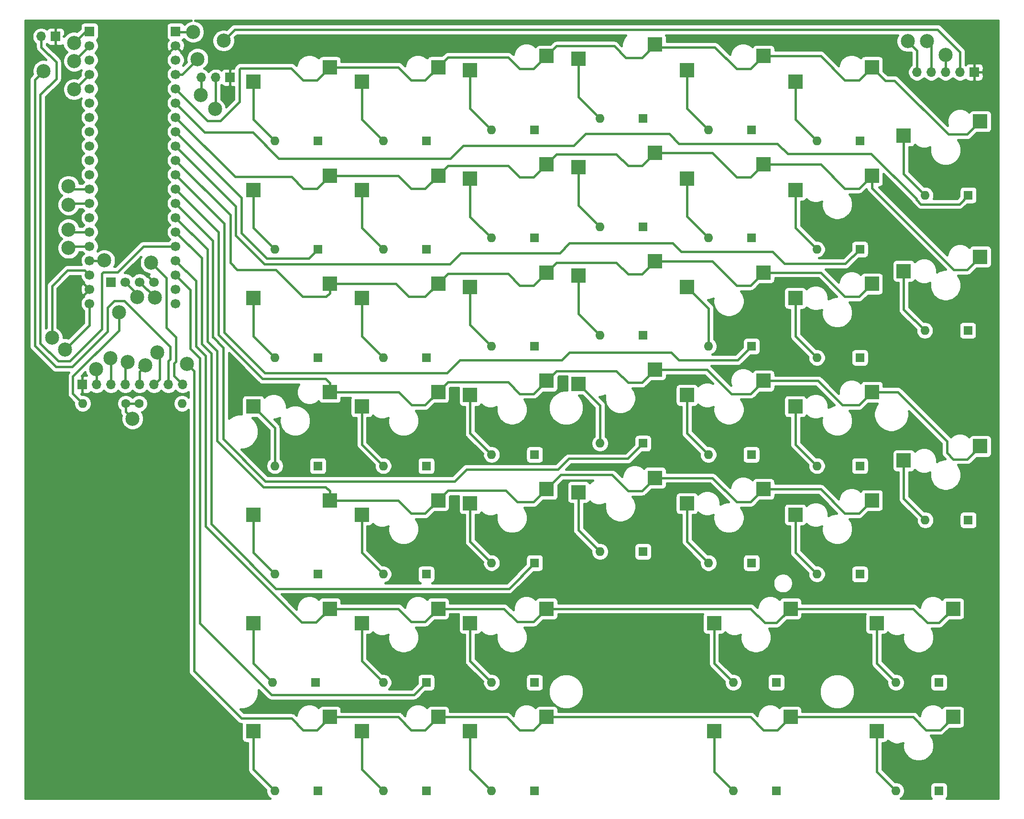
<source format=gbr>
%TF.GenerationSoftware,KiCad,Pcbnew,5.1.10-88a1d61d58~88~ubuntu20.04.1*%
%TF.CreationDate,2021-05-17T22:02:50+01:00*%
%TF.ProjectId,left_side,6c656674-5f73-4696-9465-2e6b69636164,rev?*%
%TF.SameCoordinates,Original*%
%TF.FileFunction,Copper,L2,Bot*%
%TF.FilePolarity,Positive*%
%FSLAX46Y46*%
G04 Gerber Fmt 4.6, Leading zero omitted, Abs format (unit mm)*
G04 Created by KiCad (PCBNEW 5.1.10-88a1d61d58~88~ubuntu20.04.1) date 2021-05-17 22:02:50*
%MOMM*%
%LPD*%
G01*
G04 APERTURE LIST*
%TA.AperFunction,SMDPad,CuDef*%
%ADD10R,2.550000X2.500000*%
%TD*%
%TA.AperFunction,ComponentPad*%
%ADD11O,1.600000X1.600000*%
%TD*%
%TA.AperFunction,ComponentPad*%
%ADD12R,1.600000X1.600000*%
%TD*%
%TA.AperFunction,ComponentPad*%
%ADD13R,1.700000X1.700000*%
%TD*%
%TA.AperFunction,ComponentPad*%
%ADD14C,1.700000*%
%TD*%
%TA.AperFunction,ComponentPad*%
%ADD15O,1.700000X1.700000*%
%TD*%
%TA.AperFunction,ComponentPad*%
%ADD16C,1.600000*%
%TD*%
%TA.AperFunction,ViaPad*%
%ADD17C,2.500000*%
%TD*%
%TA.AperFunction,Conductor*%
%ADD18C,0.400000*%
%TD*%
%TA.AperFunction,Conductor*%
%ADD19C,0.401000*%
%TD*%
%TA.AperFunction,Conductor*%
%ADD20C,0.100000*%
%TD*%
G04 APERTURE END LIST*
D10*
%TO.P,SW1x6,2*%
%TO.N,Row1*%
X178940000Y86680000D03*
%TO.P,SW1x6,1*%
%TO.N,Net-(D1x6-Pad2)*%
X165390000Y84140000D03*
%TD*%
D11*
%TO.P,D0x0,2*%
%TO.N,Net-(D0x0-Pad2)*%
X54000000Y107200000D03*
D12*
%TO.P,D0x0,1*%
%TO.N,Column0*%
X61620000Y107200000D03*
%TD*%
D11*
%TO.P,D0x1,2*%
%TO.N,Net-(D0x1-Pad2)*%
X73200000Y107200000D03*
D12*
%TO.P,D0x1,1*%
%TO.N,Column1*%
X80820000Y107200000D03*
%TD*%
D11*
%TO.P,D0x2,2*%
%TO.N,Net-(D0x2-Pad2)*%
X92400000Y109200000D03*
D12*
%TO.P,D0x2,1*%
%TO.N,Column2*%
X100020000Y109200000D03*
%TD*%
D11*
%TO.P,D0x3,2*%
%TO.N,Net-(D0x3-Pad2)*%
X111600000Y111200000D03*
D12*
%TO.P,D0x3,1*%
%TO.N,Column3*%
X119220000Y111200000D03*
%TD*%
D11*
%TO.P,D0x4,2*%
%TO.N,Net-(D0x4-Pad2)*%
X130800000Y109200000D03*
D12*
%TO.P,D0x4,1*%
%TO.N,Column4*%
X138420000Y109200000D03*
%TD*%
D11*
%TO.P,D0x5,2*%
%TO.N,Net-(D0x5-Pad2)*%
X150060001Y107200000D03*
D12*
%TO.P,D0x5,1*%
%TO.N,Column5*%
X157680001Y107200000D03*
%TD*%
D11*
%TO.P,D0x6,2*%
%TO.N,Net-(D0x6-Pad2)*%
X169200000Y97600000D03*
D12*
%TO.P,D0x6,1*%
%TO.N,Column6*%
X176820000Y97600000D03*
%TD*%
D11*
%TO.P,D1x0,2*%
%TO.N,Net-(D1x0-Pad2)*%
X54000000Y88000000D03*
D12*
%TO.P,D1x0,1*%
%TO.N,Column0*%
X61620000Y88000000D03*
%TD*%
D11*
%TO.P,D1x1,2*%
%TO.N,Net-(D1x1-Pad2)*%
X73200000Y88000000D03*
D12*
%TO.P,D1x1,1*%
%TO.N,Column1*%
X80820000Y88000000D03*
%TD*%
D11*
%TO.P,D1x2,2*%
%TO.N,Net-(D1x2-Pad2)*%
X92380000Y90000000D03*
D12*
%TO.P,D1x2,1*%
%TO.N,Column2*%
X100000000Y90000000D03*
%TD*%
D11*
%TO.P,D1x3,2*%
%TO.N,Net-(D1x3-Pad2)*%
X111600000Y92000000D03*
D12*
%TO.P,D1x3,1*%
%TO.N,Column3*%
X119220000Y92000000D03*
%TD*%
D11*
%TO.P,D1x4,2*%
%TO.N,Net-(D1x4-Pad2)*%
X130800000Y90000000D03*
D12*
%TO.P,D1x4,1*%
%TO.N,Column4*%
X138420000Y90000000D03*
%TD*%
D11*
%TO.P,D1x5,2*%
%TO.N,Net-(D1x5-Pad2)*%
X150000000Y88000000D03*
D12*
%TO.P,D1x5,1*%
%TO.N,Column5*%
X157620000Y88000000D03*
%TD*%
D11*
%TO.P,D1x6,2*%
%TO.N,Net-(D1x6-Pad2)*%
X169120000Y73600000D03*
D12*
%TO.P,D1x6,1*%
%TO.N,Column6*%
X176740000Y73600000D03*
%TD*%
D11*
%TO.P,D2x0,2*%
%TO.N,Net-(D2x0-Pad2)*%
X54000000Y68800000D03*
D12*
%TO.P,D2x0,1*%
%TO.N,Column0*%
X61620000Y68800000D03*
%TD*%
D11*
%TO.P,D2x1,2*%
%TO.N,Net-(D2x1-Pad2)*%
X73200000Y68800000D03*
D12*
%TO.P,D2x1,1*%
%TO.N,Column1*%
X80820000Y68800000D03*
%TD*%
D11*
%TO.P,D2x2,2*%
%TO.N,Net-(D2x2-Pad2)*%
X92400000Y70800000D03*
D12*
%TO.P,D2x2,1*%
%TO.N,Column2*%
X100020000Y70800000D03*
%TD*%
D11*
%TO.P,D2x3,2*%
%TO.N,Net-(D2x3-Pad2)*%
X111580000Y72800000D03*
D12*
%TO.P,D2x3,1*%
%TO.N,Column3*%
X119200000Y72800000D03*
%TD*%
D11*
%TO.P,D2x4,2*%
%TO.N,Net-(D2x4-Pad2)*%
X130800000Y70800000D03*
D12*
%TO.P,D2x4,1*%
%TO.N,Column4*%
X138420000Y70800000D03*
%TD*%
D11*
%TO.P,D2x5,2*%
%TO.N,Net-(D2x5-Pad2)*%
X150000000Y68800000D03*
D12*
%TO.P,D2x5,1*%
%TO.N,Column5*%
X157620000Y68800000D03*
%TD*%
D11*
%TO.P,D3x0,2*%
%TO.N,Net-(D3x0-Pad2)*%
X54000000Y49600000D03*
D12*
%TO.P,D3x0,1*%
%TO.N,Column0*%
X61620000Y49600000D03*
%TD*%
D11*
%TO.P,D3x1,2*%
%TO.N,Net-(D3x1-Pad2)*%
X73200000Y49600000D03*
D12*
%TO.P,D3x1,1*%
%TO.N,Column1*%
X80820000Y49600000D03*
%TD*%
D11*
%TO.P,D3x2,2*%
%TO.N,Net-(D3x2-Pad2)*%
X92400000Y51600000D03*
D12*
%TO.P,D3x2,1*%
%TO.N,Column2*%
X100020000Y51600000D03*
%TD*%
D11*
%TO.P,D3x3,2*%
%TO.N,Net-(D3x3-Pad2)*%
X111600000Y53600000D03*
D12*
%TO.P,D3x3,1*%
%TO.N,Column3*%
X119220000Y53600000D03*
%TD*%
D11*
%TO.P,D3x4,2*%
%TO.N,Net-(D3x4-Pad2)*%
X130780000Y51600000D03*
D12*
%TO.P,D3x4,1*%
%TO.N,Column4*%
X138400000Y51600000D03*
%TD*%
D11*
%TO.P,D3x5,2*%
%TO.N,Net-(D3x5-Pad2)*%
X150000000Y49600000D03*
D12*
%TO.P,D3x5,1*%
%TO.N,Column5*%
X157620000Y49600000D03*
%TD*%
D11*
%TO.P,D3x6,2*%
%TO.N,Net-(D3x6-Pad2)*%
X169200000Y40000000D03*
D12*
%TO.P,D3x6,1*%
%TO.N,Column6*%
X176820000Y40000000D03*
%TD*%
D11*
%TO.P,D4x0,2*%
%TO.N,Net-(D4x0-Pad2)*%
X54000000Y30400000D03*
D12*
%TO.P,D4x0,1*%
%TO.N,Column0*%
X61620000Y30400000D03*
%TD*%
D11*
%TO.P,D4x1,2*%
%TO.N,Net-(D4x1-Pad2)*%
X73200000Y30400000D03*
D12*
%TO.P,D4x1,1*%
%TO.N,Column1*%
X80820000Y30400000D03*
%TD*%
D11*
%TO.P,D4x2,2*%
%TO.N,Net-(D4x2-Pad2)*%
X92400000Y32400000D03*
D12*
%TO.P,D4x2,1*%
%TO.N,Column2*%
X100020000Y32400000D03*
%TD*%
D11*
%TO.P,D4x3,2*%
%TO.N,Net-(D4x3-Pad2)*%
X111600000Y34400000D03*
D12*
%TO.P,D4x3,1*%
%TO.N,Column3*%
X119220000Y34400000D03*
%TD*%
D11*
%TO.P,D4x4,2*%
%TO.N,Net-(D4x4-Pad2)*%
X130800000Y32400000D03*
D12*
%TO.P,D4x4,1*%
%TO.N,Column4*%
X138420000Y32400000D03*
%TD*%
D11*
%TO.P,D4x5,2*%
%TO.N,Net-(D4x5-Pad2)*%
X150000000Y30400000D03*
D12*
%TO.P,D4x5,1*%
%TO.N,Column5*%
X157620000Y30400000D03*
%TD*%
D11*
%TO.P,D5x0,2*%
%TO.N,Net-(D5x0-Pad2)*%
X53580000Y11200000D03*
D12*
%TO.P,D5x0,1*%
%TO.N,Column0*%
X61200000Y11200000D03*
%TD*%
D11*
%TO.P,D5x1,2*%
%TO.N,Net-(D5x1-Pad2)*%
X73200000Y11200000D03*
D12*
%TO.P,D5x1,1*%
%TO.N,Column1*%
X80820000Y11200000D03*
%TD*%
D11*
%TO.P,D5x2,2*%
%TO.N,Net-(D5x2-Pad2)*%
X92400000Y11200000D03*
D12*
%TO.P,D5x2,1*%
%TO.N,Column2*%
X100020000Y11200000D03*
%TD*%
D11*
%TO.P,D5x4,2*%
%TO.N,Net-(D5x4-Pad2)*%
X135200000Y11200000D03*
D12*
%TO.P,D5x4,1*%
%TO.N,Column4*%
X142820000Y11200000D03*
%TD*%
D11*
%TO.P,D5x6,2*%
%TO.N,Net-(D5x6-Pad2)*%
X164000000Y11200000D03*
D12*
%TO.P,D5x6,1*%
%TO.N,Column6*%
X171620000Y11200000D03*
%TD*%
D11*
%TO.P,D6x0,2*%
%TO.N,Net-(D6x0-Pad2)*%
X54000000Y-8000000D03*
D12*
%TO.P,D6x0,1*%
%TO.N,Column0*%
X61620000Y-8000000D03*
%TD*%
D11*
%TO.P,D6x1,2*%
%TO.N,Net-(D6x1-Pad2)*%
X73200000Y-8000000D03*
D12*
%TO.P,D6x1,1*%
%TO.N,Column1*%
X80820000Y-8000000D03*
%TD*%
D11*
%TO.P,D6x2,2*%
%TO.N,Net-(D6x2-Pad2)*%
X92400000Y-8000000D03*
D12*
%TO.P,D6x2,1*%
%TO.N,Column2*%
X100020000Y-8000000D03*
%TD*%
D11*
%TO.P,D6x4,2*%
%TO.N,Net-(D6x4-Pad2)*%
X135200000Y-8000000D03*
D12*
%TO.P,D6x4,1*%
%TO.N,Column4*%
X142820000Y-8000000D03*
%TD*%
D11*
%TO.P,D6x6,2*%
%TO.N,Net-(D6x6-Pad2)*%
X164000000Y-8000000D03*
D12*
%TO.P,D6x6,1*%
%TO.N,Column6*%
X171620000Y-8000000D03*
%TD*%
D10*
%TO.P,SW0x0,2*%
%TO.N,Row0*%
X63740000Y120280000D03*
%TO.P,SW0x0,1*%
%TO.N,Net-(D0x0-Pad2)*%
X50190000Y117740000D03*
%TD*%
%TO.P,SW0x1,2*%
%TO.N,Row0*%
X82940000Y120280000D03*
%TO.P,SW0x1,1*%
%TO.N,Net-(D0x1-Pad2)*%
X69390000Y117740000D03*
%TD*%
%TO.P,SW0x2,2*%
%TO.N,Row0*%
X102140000Y122280000D03*
%TO.P,SW0x2,1*%
%TO.N,Net-(D0x2-Pad2)*%
X88590000Y119740000D03*
%TD*%
%TO.P,SW0x3,2*%
%TO.N,Row0*%
X121340000Y124280000D03*
%TO.P,SW0x3,1*%
%TO.N,Net-(D0x3-Pad2)*%
X107790000Y121740000D03*
%TD*%
%TO.P,SW0x4,2*%
%TO.N,Row0*%
X140540000Y122280000D03*
%TO.P,SW0x4,1*%
%TO.N,Net-(D0x4-Pad2)*%
X126990000Y119740000D03*
%TD*%
%TO.P,SW0x5,2*%
%TO.N,Row0*%
X159740000Y120280000D03*
%TO.P,SW0x5,1*%
%TO.N,Net-(D0x5-Pad2)*%
X146190000Y117740000D03*
%TD*%
%TO.P,SW0x6,2*%
%TO.N,Row0*%
X178940000Y110680000D03*
%TO.P,SW0x6,1*%
%TO.N,Net-(D0x6-Pad2)*%
X165390000Y108140000D03*
%TD*%
%TO.P,SW1x0,2*%
%TO.N,Row1*%
X63740000Y101080000D03*
%TO.P,SW1x0,1*%
%TO.N,Net-(D1x0-Pad2)*%
X50190000Y98540000D03*
%TD*%
%TO.P,SW1x1,2*%
%TO.N,Row1*%
X82940000Y101080000D03*
%TO.P,SW1x1,1*%
%TO.N,Net-(D1x1-Pad2)*%
X69390000Y98540000D03*
%TD*%
%TO.P,SW1x2,2*%
%TO.N,Row1*%
X102140000Y103080000D03*
%TO.P,SW1x2,1*%
%TO.N,Net-(D1x2-Pad2)*%
X88590000Y100540000D03*
%TD*%
%TO.P,SW1x3,2*%
%TO.N,Row1*%
X121340000Y105080000D03*
%TO.P,SW1x3,1*%
%TO.N,Net-(D1x3-Pad2)*%
X107790000Y102540000D03*
%TD*%
%TO.P,SW1x4,2*%
%TO.N,Row1*%
X140540000Y103080000D03*
%TO.P,SW1x4,1*%
%TO.N,Net-(D1x4-Pad2)*%
X126990000Y100540000D03*
%TD*%
%TO.P,SW1x5,2*%
%TO.N,Row1*%
X159740000Y101080000D03*
%TO.P,SW1x5,1*%
%TO.N,Net-(D1x5-Pad2)*%
X146190000Y98540000D03*
%TD*%
%TO.P,SW2x0,2*%
%TO.N,Row2*%
X63740000Y81880000D03*
%TO.P,SW2x0,1*%
%TO.N,Net-(D2x0-Pad2)*%
X50190000Y79340000D03*
%TD*%
%TO.P,SW2x1,2*%
%TO.N,Row2*%
X82940000Y81880000D03*
%TO.P,SW2x1,1*%
%TO.N,Net-(D2x1-Pad2)*%
X69390000Y79340000D03*
%TD*%
%TO.P,SW2x2,2*%
%TO.N,Row2*%
X102140000Y83880000D03*
%TO.P,SW2x2,1*%
%TO.N,Net-(D2x2-Pad2)*%
X88590000Y81340000D03*
%TD*%
%TO.P,SW2x3,2*%
%TO.N,Row2*%
X121340000Y85880000D03*
%TO.P,SW2x3,1*%
%TO.N,Net-(D2x3-Pad2)*%
X107790000Y83340000D03*
%TD*%
%TO.P,SW2x4,2*%
%TO.N,Row2*%
X140540000Y83880000D03*
%TO.P,SW2x4,1*%
%TO.N,Net-(D2x4-Pad2)*%
X126990000Y81340000D03*
%TD*%
%TO.P,SW2x5,2*%
%TO.N,Row2*%
X159740000Y81880000D03*
%TO.P,SW2x5,1*%
%TO.N,Net-(D2x5-Pad2)*%
X146190000Y79340000D03*
%TD*%
%TO.P,SW3x0,2*%
%TO.N,Row3*%
X63740000Y62680000D03*
%TO.P,SW3x0,1*%
%TO.N,Net-(D3x0-Pad2)*%
X50190000Y60140000D03*
%TD*%
%TO.P,SW3x1,2*%
%TO.N,Row3*%
X82940000Y62680000D03*
%TO.P,SW3x1,1*%
%TO.N,Net-(D3x1-Pad2)*%
X69390000Y60140000D03*
%TD*%
%TO.P,SW3x2,2*%
%TO.N,Row3*%
X102140000Y64680000D03*
%TO.P,SW3x2,1*%
%TO.N,Net-(D3x2-Pad2)*%
X88590000Y62140000D03*
%TD*%
%TO.P,SW3x3,2*%
%TO.N,Row3*%
X121340000Y66680000D03*
%TO.P,SW3x3,1*%
%TO.N,Net-(D3x3-Pad2)*%
X107790000Y64140000D03*
%TD*%
%TO.P,SW3x4,2*%
%TO.N,Row3*%
X140540000Y64680000D03*
%TO.P,SW3x4,1*%
%TO.N,Net-(D3x4-Pad2)*%
X126990000Y62140000D03*
%TD*%
%TO.P,SW3x5,2*%
%TO.N,Row3*%
X159740000Y62680000D03*
%TO.P,SW3x5,1*%
%TO.N,Net-(D3x5-Pad2)*%
X146190000Y60140000D03*
%TD*%
%TO.P,SW3x6,2*%
%TO.N,Row3*%
X178940000Y53080000D03*
%TO.P,SW3x6,1*%
%TO.N,Net-(D3x6-Pad2)*%
X165390000Y50540000D03*
%TD*%
%TO.P,SW4x0,2*%
%TO.N,Row4*%
X63740000Y43480000D03*
%TO.P,SW4x0,1*%
%TO.N,Net-(D4x0-Pad2)*%
X50190000Y40940000D03*
%TD*%
%TO.P,SW4x1,2*%
%TO.N,Row4*%
X82940000Y43480000D03*
%TO.P,SW4x1,1*%
%TO.N,Net-(D4x1-Pad2)*%
X69390000Y40940000D03*
%TD*%
%TO.P,SW4x2,2*%
%TO.N,Row4*%
X102140000Y45480000D03*
%TO.P,SW4x2,1*%
%TO.N,Net-(D4x2-Pad2)*%
X88590000Y42940000D03*
%TD*%
%TO.P,SW4x3,2*%
%TO.N,Row4*%
X121340000Y47480000D03*
%TO.P,SW4x3,1*%
%TO.N,Net-(D4x3-Pad2)*%
X107790000Y44940000D03*
%TD*%
%TO.P,SW4x4,2*%
%TO.N,Row4*%
X140540000Y45480000D03*
%TO.P,SW4x4,1*%
%TO.N,Net-(D4x4-Pad2)*%
X126990000Y42940000D03*
%TD*%
%TO.P,SW4x5,2*%
%TO.N,Row4*%
X159740000Y43480000D03*
%TO.P,SW4x5,1*%
%TO.N,Net-(D4x5-Pad2)*%
X146190000Y40940000D03*
%TD*%
%TO.P,SW5x0,2*%
%TO.N,Row5*%
X63740000Y24280000D03*
%TO.P,SW5x0,1*%
%TO.N,Net-(D5x0-Pad2)*%
X50190000Y21740000D03*
%TD*%
%TO.P,SW5x1,2*%
%TO.N,Row5*%
X82940000Y24280000D03*
%TO.P,SW5x1,1*%
%TO.N,Net-(D5x1-Pad2)*%
X69390000Y21740000D03*
%TD*%
%TO.P,SW5x2,2*%
%TO.N,Row5*%
X102140000Y24280000D03*
%TO.P,SW5x2,1*%
%TO.N,Net-(D5x2-Pad2)*%
X88590000Y21740000D03*
%TD*%
%TO.P,SW5x4,2*%
%TO.N,Row5*%
X145340000Y24280000D03*
%TO.P,SW5x4,1*%
%TO.N,Net-(D5x4-Pad2)*%
X131790000Y21740000D03*
%TD*%
%TO.P,SW5x6,2*%
%TO.N,Row5*%
X174140000Y24280000D03*
%TO.P,SW5x6,1*%
%TO.N,Net-(D5x6-Pad2)*%
X160590000Y21740000D03*
%TD*%
%TO.P,SW6x0,2*%
%TO.N,Row6*%
X63740000Y5080000D03*
%TO.P,SW6x0,1*%
%TO.N,Net-(D6x0-Pad2)*%
X50190000Y2540000D03*
%TD*%
%TO.P,SW6x1,2*%
%TO.N,Row6*%
X82940000Y5080000D03*
%TO.P,SW6x1,1*%
%TO.N,Net-(D6x1-Pad2)*%
X69390000Y2540000D03*
%TD*%
%TO.P,SW6x2,2*%
%TO.N,Row6*%
X102140000Y5080000D03*
%TO.P,SW6x2,1*%
%TO.N,Net-(D6x2-Pad2)*%
X88590000Y2540000D03*
%TD*%
%TO.P,SW6x4,2*%
%TO.N,Row6*%
X145340000Y5080000D03*
%TO.P,SW6x4,1*%
%TO.N,Net-(D6x4-Pad2)*%
X131790000Y2540000D03*
%TD*%
%TO.P,SW6x6,2*%
%TO.N,Row6*%
X174140000Y5080000D03*
%TO.P,SW6x6,1*%
%TO.N,Net-(D6x6-Pad2)*%
X160590000Y2540000D03*
%TD*%
D13*
%TO.P,U1,44*%
%TO.N,+5V*%
X36420000Y126630000D03*
D14*
%TO.P,U1,43*%
%TO.N,GND*%
X36420000Y124090000D03*
%TO.P,U1,42*%
%TO.N,+3V3*%
X36420000Y121550000D03*
%TO.P,U1,41*%
%TO.N,MCP2307_RESET*%
X36420000Y119010000D03*
%TO.P,U1,40*%
%TO.N,Row0*%
X36420000Y116470000D03*
%TO.P,U1,39*%
%TO.N,Column6*%
X36420000Y113930000D03*
%TO.P,U1,38*%
%TO.N,Row1*%
X36420000Y111390000D03*
%TO.P,U1,37*%
%TO.N,Column0*%
X36420000Y108850000D03*
%TO.P,U1,36*%
%TO.N,Column5*%
X36420000Y106310000D03*
%TO.P,U1,35*%
%TO.N,Row2*%
X36420000Y103770000D03*
%TO.P,U1,34*%
%TO.N,Column4*%
X36420000Y101230000D03*
%TO.P,U1,33*%
%TO.N,Row3*%
X36420000Y98690000D03*
%TO.P,U1,32*%
%TO.N,Column3*%
X36420000Y96150000D03*
%TO.P,U1,31*%
%TO.N,Row4*%
X36420000Y93610000D03*
%TO.P,U1,30*%
%TO.N,Column2*%
X36420000Y91070000D03*
%TO.P,U1,29*%
%TO.N,NRST*%
X36420000Y88530000D03*
%TO.P,U1,28*%
%TO.N,Row5*%
X36420000Y85990000D03*
%TO.P,U1,27*%
%TO.N,Column1*%
X36420000Y83450000D03*
%TO.P,U1,26*%
%TO.N,N/C*%
X36420000Y80910000D03*
%TO.P,U1,25*%
X36420000Y78370000D03*
%TO.P,U1,24*%
%TO.N,GND*%
X32610000Y82180000D03*
%TO.P,U1,23*%
%TO.N,SWCLK*%
X30070000Y82180000D03*
%TO.P,U1,22*%
%TO.N,SWDIO*%
X27530000Y82180000D03*
D13*
%TO.P,U1,21*%
%TO.N,+3V3*%
X24990000Y82180000D03*
D14*
%TO.P,U1,20*%
X21180000Y78370000D03*
%TO.P,U1,19*%
%TO.N,GND*%
X21180000Y80910000D03*
%TO.P,U1,18*%
%TO.N,+5V*%
X21180000Y83450000D03*
%TO.P,U1,17*%
%TO.N,I2C1_SDA*%
X21180000Y85990000D03*
%TO.P,U1,16*%
%TO.N,I2C1_SCL*%
X21180000Y88530000D03*
%TO.P,U1,15*%
%TO.N,Row6*%
X21180000Y91070000D03*
%TO.P,U1,14*%
%TO.N,ST7789_BLK*%
X21180000Y93610000D03*
%TO.P,U1,13*%
%TO.N,ST7789_DC*%
X21180000Y96150000D03*
%TO.P,U1,12*%
%TO.N,ST7789_RES*%
X21180000Y98690000D03*
%TO.P,U1,11*%
%TO.N,N/C*%
X21180000Y101230000D03*
%TO.P,U1,10*%
X21180000Y103770000D03*
%TO.P,U1,9*%
X21180000Y106310000D03*
%TO.P,U1,8*%
X21180000Y108850000D03*
%TO.P,U1,7*%
X21180000Y111390000D03*
%TO.P,U1,6*%
X21180000Y113930000D03*
%TO.P,U1,5*%
X21180000Y116470000D03*
%TO.P,U1,4*%
%TO.N,SPI2_MOSI*%
X21180000Y119010000D03*
%TO.P,U1,3*%
%TO.N,N/C*%
X21180000Y121550000D03*
%TO.P,U1,2*%
%TO.N,SPI2_SCK*%
X21180000Y124090000D03*
D13*
%TO.P,U1,1*%
%TO.N,SPI2_NSS*%
X21180000Y126630000D03*
%TD*%
D15*
%TO.P,SW1,2*%
%TO.N,NRST*%
X12628000Y125728000D03*
D13*
%TO.P,SW1,1*%
%TO.N,GND*%
X15168000Y125728000D03*
%TD*%
D15*
%TO.P,J1,5*%
%TO.N,+5V*%
X167720000Y119400000D03*
%TO.P,J1,4*%
%TO.N,I2C1_SDA*%
X170260000Y119400000D03*
%TO.P,J1,3*%
%TO.N,I2C1_SCL*%
X172800000Y119400000D03*
%TO.P,J1,2*%
%TO.N,MCP2307_RESET*%
X175340000Y119400000D03*
D13*
%TO.P,J1,1*%
%TO.N,GND*%
X177880000Y119400000D03*
%TD*%
D11*
%TO.P,R1,2*%
%TO.N,I2C1_SDA*%
X19968000Y60672000D03*
D16*
%TO.P,R1,1*%
%TO.N,+5V*%
X27588000Y60672000D03*
%TD*%
D11*
%TO.P,R2,2*%
%TO.N,I2C1_SCL*%
X37572000Y60672000D03*
D16*
%TO.P,R2,1*%
%TO.N,+5V*%
X29952000Y60672000D03*
%TD*%
D15*
%TO.P,U2,8*%
%TO.N,ST7789_BLK*%
X37690000Y64000000D03*
%TO.P,U2,7*%
%TO.N,SPI2_NSS*%
X35150000Y64000000D03*
%TO.P,U2,6*%
%TO.N,ST7789_DC*%
X32610000Y64000000D03*
%TO.P,U2,5*%
%TO.N,ST7789_RES*%
X30070000Y64000000D03*
%TO.P,U2,4*%
%TO.N,SPI2_MOSI*%
X27530000Y64000000D03*
%TO.P,U2,3*%
%TO.N,SPI2_SCK*%
X24990000Y64000000D03*
%TO.P,U2,2*%
%TO.N,+3V3*%
X22450000Y64000000D03*
D13*
%TO.P,U2,1*%
%TO.N,GND*%
X19910000Y64000000D03*
%TD*%
D15*
%TO.P,J2,3*%
%TO.N,SWCLK*%
X41000000Y118464000D03*
%TO.P,J2,2*%
%TO.N,SWDIO*%
X43540000Y118464000D03*
D13*
%TO.P,J2,1*%
%TO.N,GND*%
X46080000Y118464000D03*
%TD*%
D17*
%TO.N,Row6*%
X38468987Y67691769D03*
X17451070Y91510977D03*
%TO.N,SWDIO*%
X43392000Y112863998D03*
X29642212Y79511882D03*
%TO.N,SWCLK*%
X40896000Y115360000D03*
X32743082Y79482269D03*
%TO.N,MCP2307_RESET*%
X44928000Y124992001D03*
X40320000Y121728000D03*
%TO.N,I2C1_SDA*%
X23808000Y86016000D03*
X169536000Y124896945D03*
X26394208Y76831776D03*
%TO.N,I2C1_SCL*%
X172800000Y122496000D03*
X17477989Y88230745D03*
%TO.N,SPI2_MOSI*%
X18453022Y116352000D03*
X27909593Y68002891D03*
%TO.N,ST7789_BLK*%
X32064000Y85632000D03*
%TO.N,+3V3*%
X22378283Y66709716D03*
X16862850Y70259417D03*
%TO.N,SPI2_SCK*%
X18483813Y121388631D03*
X24894002Y68725726D03*
%TO.N,ST7789_RES*%
X31104000Y67392000D03*
X17449775Y99190636D03*
%TO.N,SPI2_NSS*%
X18432000Y124608000D03*
X13056000Y119616000D03*
%TO.N,ST7789_DC*%
X33186559Y69689656D03*
X17477989Y95910507D03*
%TO.N,+5V*%
X14522704Y72294114D03*
X28800000Y57984000D03*
X39552000Y126528000D03*
X166080000Y124896979D03*
%TD*%
D18*
%TO.N,Column0*%
X60018999Y86398999D02*
X61620000Y88000000D01*
X48113999Y90894001D02*
X52609001Y86398999D01*
X48113999Y97156001D02*
X48113999Y90894001D01*
X36420000Y108850000D02*
X48113999Y97156001D01*
X52609001Y86398999D02*
X60018999Y86398999D01*
%TO.N,Net-(D0x0-Pad2)*%
X50190000Y111010000D02*
X54000000Y107200000D01*
X50190000Y117740000D02*
X50190000Y111010000D01*
%TO.N,Column1*%
X39031920Y80838080D02*
X36420000Y83450000D01*
X39031920Y70385159D02*
X39031920Y80838080D01*
X40731961Y68685118D02*
X39031920Y70385159D01*
X53386518Y9024000D02*
X40731961Y21678557D01*
X40731961Y21678557D02*
X40731961Y68685118D01*
X78644000Y9024000D02*
X53386518Y9024000D01*
X80820000Y11200000D02*
X78644000Y9024000D01*
%TO.N,Net-(D0x1-Pad2)*%
X69390000Y111010000D02*
X73200000Y107200000D01*
X69390000Y117740000D02*
X69390000Y111010000D01*
%TO.N,Net-(D0x2-Pad2)*%
X88590000Y113010000D02*
X92400000Y109200000D01*
X88590000Y119740000D02*
X88590000Y113010000D01*
%TO.N,Column2*%
X54190519Y27840000D02*
X95460000Y27840000D01*
X45627033Y36403486D02*
X54190519Y27840000D01*
X95460000Y27840000D02*
X100020000Y32400000D01*
X45627030Y36403486D02*
X45627033Y36403486D01*
X42733979Y69514380D02*
X42733980Y39296537D01*
X41033943Y71214416D02*
X42733979Y69514380D01*
X41033942Y86456058D02*
X41033943Y71214416D01*
X42733980Y39296537D02*
X45627030Y36403486D01*
X36420000Y91070000D02*
X41033942Y86456058D01*
%TO.N,Column3*%
X43035964Y89534036D02*
X36420000Y96150000D01*
X43035964Y72379207D02*
X43035964Y89534036D01*
X44848999Y54359519D02*
X44848999Y70591717D01*
X116500000Y50880000D02*
X106054180Y50880000D01*
X106054180Y50880000D02*
X104134180Y48960000D01*
X52360518Y46848000D02*
X44848999Y54359519D01*
X100063999Y48960000D02*
X100063999Y48928001D01*
X85824000Y46848000D02*
X52360518Y46848000D01*
X43061509Y72379207D02*
X43035964Y72379207D01*
X100063999Y48928001D02*
X100032000Y48960000D01*
X100032000Y48960000D02*
X87936000Y48960000D01*
X119220000Y53600000D02*
X116500000Y50880000D01*
X104134180Y48960000D02*
X100063999Y48960000D01*
X87936000Y48960000D02*
X85824000Y46848000D01*
X44848999Y70591717D02*
X43061509Y72379207D01*
%TO.N,Net-(D0x3-Pad2)*%
X107790000Y115010000D02*
X111600000Y111200000D01*
X107790000Y121740000D02*
X107790000Y115010000D01*
%TO.N,Net-(D0x4-Pad2)*%
X126990000Y113010000D02*
X130800000Y109200000D01*
X126990000Y119740000D02*
X126990000Y113010000D01*
%TO.N,Column4*%
X135972000Y68352000D02*
X138420000Y70800000D01*
X124224000Y69696000D02*
X125568000Y68352000D01*
X106176000Y69696000D02*
X124224000Y69696000D01*
X45037986Y73234014D02*
X52224000Y66048000D01*
X125568000Y68352000D02*
X135972000Y68352000D01*
X84480000Y66048000D02*
X86784000Y68352000D01*
X36420000Y101230000D02*
X45037986Y92612014D01*
X45037986Y92612014D02*
X45037986Y73234014D01*
X86784000Y68352000D02*
X104832000Y68352000D01*
X104832000Y68352000D02*
X106176000Y69696000D01*
X52224000Y66048000D02*
X84480000Y66048000D01*
%TO.N,Column5*%
X47112988Y95617012D02*
X36420000Y106310000D01*
X52194369Y85397988D02*
X47112988Y90479369D01*
X86976000Y87360000D02*
X85013989Y85397989D01*
X104448000Y87360000D02*
X86976000Y87360000D01*
X85013989Y85397989D02*
X52194369Y85397988D01*
X106176000Y89088000D02*
X104448000Y87360000D01*
X47112988Y90479369D02*
X47112988Y95617012D01*
X124416000Y89088000D02*
X106176000Y89088000D01*
X144294518Y85440000D02*
X142182518Y87552000D01*
X125952000Y87552000D02*
X124416000Y89088000D01*
X155060000Y85440000D02*
X144294518Y85440000D01*
X142182518Y87552000D02*
X125952000Y87552000D01*
X157620000Y88000000D02*
X155060000Y85440000D01*
%TO.N,Net-(D0x5-Pad2)*%
X146190000Y111070001D02*
X150060001Y107200000D01*
X146190000Y117740000D02*
X146190000Y111070001D01*
%TO.N,Net-(D0x6-Pad2)*%
X165390000Y101410000D02*
X169200000Y97600000D01*
X165390000Y108140000D02*
X165390000Y101410000D01*
%TO.N,Column6*%
X175218999Y95998999D02*
X176820000Y97600000D01*
X168431519Y95998999D02*
X175218999Y95998999D01*
X167598999Y96977001D02*
X167598999Y96831519D01*
X36420000Y113930000D02*
X41598999Y108751001D01*
X41598999Y108751001D02*
X50079517Y108751001D01*
X106944000Y106368000D02*
X109056000Y108480000D01*
X50079517Y108751001D02*
X54725507Y104105011D01*
X167598999Y96831519D02*
X168431519Y95998999D01*
X85097011Y104105011D02*
X87360000Y106368000D01*
X87360000Y106368000D02*
X106944000Y106368000D01*
X143040000Y106752000D02*
X144821199Y104970801D01*
X159605199Y104970801D02*
X167598999Y96977001D01*
X123840000Y108480000D02*
X125568000Y106752000D01*
X54725507Y104105011D02*
X85097011Y104105011D01*
X109056000Y108480000D02*
X123840000Y108480000D01*
X144821199Y104970801D02*
X159605199Y104970801D01*
X125568000Y106752000D02*
X143040000Y106752000D01*
%TO.N,Net-(D1x0-Pad2)*%
X50190000Y91810000D02*
X54000000Y88000000D01*
X50190000Y98540000D02*
X50190000Y91810000D01*
%TO.N,Net-(D1x1-Pad2)*%
X69390000Y91810000D02*
X73200000Y88000000D01*
X69390000Y98540000D02*
X69390000Y91810000D01*
%TO.N,Net-(D1x2-Pad2)*%
X88590000Y93790000D02*
X92380000Y90000000D01*
X88590000Y100540000D02*
X88590000Y93790000D01*
%TO.N,Net-(D1x3-Pad2)*%
X107790000Y95810000D02*
X111600000Y92000000D01*
X107790000Y102540000D02*
X107790000Y95810000D01*
%TO.N,Net-(D1x4-Pad2)*%
X126990000Y93810000D02*
X130800000Y90000000D01*
X126990000Y100540000D02*
X126990000Y93810000D01*
%TO.N,Net-(D1x5-Pad2)*%
X146190000Y91810000D02*
X150000000Y88000000D01*
X146190000Y98540000D02*
X146190000Y91810000D01*
%TO.N,Net-(D1x6-Pad2)*%
X165390000Y77330000D02*
X169120000Y73600000D01*
X165390000Y84140000D02*
X165390000Y77330000D01*
%TO.N,Net-(D2x0-Pad2)*%
X50190000Y72610000D02*
X54000000Y68800000D01*
X50190000Y79340000D02*
X50190000Y72610000D01*
%TO.N,Net-(D2x1-Pad2)*%
X69390000Y72610000D02*
X73200000Y68800000D01*
X69390000Y79340000D02*
X69390000Y72610000D01*
%TO.N,Net-(D2x2-Pad2)*%
X88590000Y74610000D02*
X92400000Y70800000D01*
X88590000Y81340000D02*
X88590000Y74610000D01*
%TO.N,Net-(D2x3-Pad2)*%
X107790000Y76590000D02*
X111580000Y72800000D01*
X107790000Y83340000D02*
X107790000Y76590000D01*
%TO.N,Net-(D2x4-Pad2)*%
X130800000Y77530000D02*
X126990000Y81340000D01*
X130800000Y70800000D02*
X130800000Y77530000D01*
%TO.N,Net-(D2x5-Pad2)*%
X146190000Y72610000D02*
X150000000Y68800000D01*
X146190000Y79340000D02*
X146190000Y72610000D01*
%TO.N,Net-(D3x0-Pad2)*%
X54000000Y56330000D02*
X54000000Y49600000D01*
X50190000Y60140000D02*
X54000000Y56330000D01*
%TO.N,Net-(D3x1-Pad2)*%
X69390000Y53410000D02*
X73200000Y49600000D01*
X69390000Y60140000D02*
X69390000Y53410000D01*
%TO.N,Net-(D3x2-Pad2)*%
X88590000Y55410000D02*
X92400000Y51600000D01*
X88590000Y62140000D02*
X88590000Y55410000D01*
%TO.N,Net-(D3x3-Pad2)*%
X111600000Y60330000D02*
X111600000Y53600000D01*
X107790000Y64140000D02*
X111600000Y60330000D01*
%TO.N,Net-(D3x4-Pad2)*%
X126990000Y55390000D02*
X130780000Y51600000D01*
X126990000Y62140000D02*
X126990000Y55390000D01*
%TO.N,Net-(D3x5-Pad2)*%
X146190000Y53410000D02*
X150000000Y49600000D01*
X146190000Y60140000D02*
X146190000Y53410000D01*
%TO.N,Net-(D3x6-Pad2)*%
X165390000Y43810000D02*
X169200000Y40000000D01*
X165390000Y50540000D02*
X165390000Y43810000D01*
%TO.N,Net-(D4x0-Pad2)*%
X50190000Y34210000D02*
X54000000Y30400000D01*
X50190000Y40940000D02*
X50190000Y34210000D01*
%TO.N,Net-(D4x1-Pad2)*%
X69390000Y34210000D02*
X73200000Y30400000D01*
X69390000Y40940000D02*
X69390000Y34210000D01*
%TO.N,Net-(D4x2-Pad2)*%
X88590000Y36210000D02*
X92400000Y32400000D01*
X88590000Y42940000D02*
X88590000Y36210000D01*
%TO.N,Net-(D4x3-Pad2)*%
X107790000Y38210000D02*
X111600000Y34400000D01*
X107790000Y44940000D02*
X107790000Y38210000D01*
%TO.N,Net-(D4x4-Pad2)*%
X126990000Y36210000D02*
X130800000Y32400000D01*
X126990000Y42940000D02*
X126990000Y36210000D01*
%TO.N,Net-(D4x5-Pad2)*%
X146190000Y34210000D02*
X150000000Y30400000D01*
X146190000Y40940000D02*
X146190000Y34210000D01*
%TO.N,Net-(D5x0-Pad2)*%
X50190000Y14590000D02*
X53580000Y11200000D01*
X50190000Y21740000D02*
X50190000Y14590000D01*
%TO.N,Net-(D5x1-Pad2)*%
X69390000Y15010000D02*
X73200000Y11200000D01*
X69390000Y21740000D02*
X69390000Y15010000D01*
%TO.N,Net-(D5x2-Pad2)*%
X88590000Y15010000D02*
X92400000Y11200000D01*
X88590000Y21740000D02*
X88590000Y15010000D01*
%TO.N,Net-(D5x4-Pad2)*%
X131790000Y14610000D02*
X135200000Y11200000D01*
X131790000Y21740000D02*
X131790000Y14610000D01*
%TO.N,Net-(D5x6-Pad2)*%
X160590000Y14610000D02*
X164000000Y11200000D01*
X160590000Y21740000D02*
X160590000Y14610000D01*
%TO.N,Net-(D6x0-Pad2)*%
X50190000Y-4190000D02*
X54000000Y-8000000D01*
X50190000Y2540000D02*
X50190000Y-4190000D01*
%TO.N,Net-(D6x1-Pad2)*%
X69390000Y-4190000D02*
X73200000Y-8000000D01*
X69390000Y2540000D02*
X69390000Y-4190000D01*
%TO.N,Net-(D6x2-Pad2)*%
X88590000Y-4190000D02*
X92400000Y-8000000D01*
X88590000Y2540000D02*
X88590000Y-4190000D01*
%TO.N,Net-(D6x4-Pad2)*%
X131790000Y-4590000D02*
X135200000Y-8000000D01*
X131790000Y2540000D02*
X131790000Y-4590000D01*
%TO.N,Net-(D6x6-Pad2)*%
X160590000Y-4590000D02*
X164000000Y-8000000D01*
X160590000Y2540000D02*
X160590000Y-4590000D01*
%TO.N,GND*%
X36420000Y124090000D02*
X36766518Y124090000D01*
X36420000Y124090000D02*
X36958518Y124090000D01*
%TO.N,Row0*%
X150665482Y122280000D02*
X140540000Y122280000D01*
X154966483Y117978999D02*
X150665482Y122280000D01*
X157438999Y117978999D02*
X154966483Y117978999D01*
X159740000Y120280000D02*
X157438999Y117978999D01*
X84701001Y122041001D02*
X82940000Y120280000D01*
X95304481Y122041001D02*
X84701001Y122041001D01*
X97366483Y119978999D02*
X95304481Y122041001D01*
X99838999Y119978999D02*
X97366483Y119978999D01*
X102140000Y122280000D02*
X99838999Y119978999D01*
X75865482Y120280000D02*
X63740000Y120280000D01*
X78166483Y117978999D02*
X75865482Y120280000D01*
X80638999Y117978999D02*
X78166483Y117978999D01*
X82940000Y120280000D02*
X80638999Y117978999D01*
X163778002Y117916998D02*
X162103002Y117916998D01*
X176638999Y108378999D02*
X173316001Y108378999D01*
X138238999Y119978999D02*
X135766483Y119978999D01*
X121773023Y123846977D02*
X121340000Y124280000D01*
X140540000Y122280000D02*
X138238999Y119978999D01*
X173316001Y108378999D02*
X163778002Y117916998D01*
X178940000Y110680000D02*
X176638999Y108378999D01*
X162103002Y117916998D02*
X159740000Y120280000D01*
X135766483Y119978999D02*
X131898505Y123846977D01*
X131898505Y123846977D02*
X121773023Y123846977D01*
X42077003Y110812997D02*
X36420000Y116470000D01*
X47731001Y114167517D02*
X44376481Y110812997D01*
X44376481Y110812997D02*
X42077003Y110812997D01*
X47731001Y119954801D02*
X47731001Y114167517D01*
X47891201Y120115001D02*
X47731001Y119954801D01*
X59035519Y117978999D02*
X56899517Y120115001D01*
X61438999Y117978999D02*
X59035519Y117978999D01*
X56899517Y120115001D02*
X47891201Y120115001D01*
X63740000Y120280000D02*
X61438999Y117978999D01*
X103901001Y124041001D02*
X102140000Y122280000D01*
X114090539Y124041001D02*
X103901001Y124041001D01*
X116152541Y121978999D02*
X114090539Y124041001D01*
X119038999Y121978999D02*
X116152541Y121978999D01*
X121340000Y124280000D02*
X119038999Y121978999D01*
%TO.N,Row1*%
X159740000Y98874518D02*
X159740000Y101080000D01*
X176638999Y84378999D02*
X174235519Y84378999D01*
X174235519Y84378999D02*
X159740000Y98874518D01*
X178940000Y86680000D02*
X176638999Y84378999D01*
X150665482Y103080000D02*
X140540000Y103080000D01*
X154966483Y98778999D02*
X150665482Y103080000D01*
X157438999Y98778999D02*
X154966483Y98778999D01*
X159740000Y101080000D02*
X157438999Y98778999D01*
X131465482Y105080000D02*
X121340000Y105080000D01*
X135766483Y100778999D02*
X131465482Y105080000D01*
X138238999Y100778999D02*
X135766483Y100778999D01*
X140540000Y103080000D02*
X138238999Y100778999D01*
X114504481Y104841001D02*
X103901001Y104841001D01*
X116566483Y102778999D02*
X114504481Y104841001D01*
X103901001Y104841001D02*
X102140000Y103080000D01*
X119038999Y102778999D02*
X116566483Y102778999D01*
X121340000Y105080000D02*
X119038999Y102778999D01*
X84701001Y102841001D02*
X82940000Y101080000D01*
X95304481Y102841001D02*
X84701001Y102841001D01*
X97366483Y100778999D02*
X95304481Y102841001D01*
X99838999Y100778999D02*
X97366483Y100778999D01*
X102140000Y103080000D02*
X99838999Y100778999D01*
X75865482Y101080000D02*
X63740000Y101080000D01*
X78166483Y98778999D02*
X75865482Y101080000D01*
X80638999Y98778999D02*
X78166483Y98778999D01*
X82940000Y101080000D02*
X80638999Y98778999D01*
X59035519Y98778999D02*
X61438999Y98778999D01*
X61438999Y98778999D02*
X63740000Y101080000D01*
X46968999Y100841001D02*
X36420000Y111390000D01*
X56973517Y100841001D02*
X46968999Y100841001D01*
X59035519Y98778999D02*
X56973517Y100841001D01*
%TO.N,Row2*%
X150665482Y83880000D02*
X140540000Y83880000D01*
X154966483Y79578999D02*
X150665482Y83880000D01*
X157438999Y79578999D02*
X154966483Y79578999D01*
X159740000Y81880000D02*
X157438999Y79578999D01*
X131465482Y85880000D02*
X121340000Y85880000D01*
X135766483Y81578999D02*
X131465482Y85880000D01*
X138238999Y81578999D02*
X135766483Y81578999D01*
X140540000Y83880000D02*
X138238999Y81578999D01*
X103901001Y85641001D02*
X102140000Y83880000D01*
X114504481Y85641001D02*
X103901001Y85641001D01*
X116566483Y83578999D02*
X114504481Y85641001D01*
X119038999Y83578999D02*
X116566483Y83578999D01*
X121340000Y85880000D02*
X119038999Y83578999D01*
X95304481Y83641001D02*
X84701001Y83641001D01*
X97366483Y81578999D02*
X95304481Y83641001D01*
X99838999Y81578999D02*
X97366483Y81578999D01*
X84701001Y83641001D02*
X82940000Y81880000D01*
X102140000Y83880000D02*
X99838999Y81578999D01*
X75402002Y81880000D02*
X63740000Y81880000D01*
X77703003Y79578999D02*
X75402002Y81880000D01*
X80638999Y79578999D02*
X77703003Y79578999D01*
X82940000Y81880000D02*
X80638999Y79578999D01*
X46111977Y94078023D02*
X36420000Y103770000D01*
X46111977Y85622541D02*
X46111977Y94078023D01*
X47337538Y84396980D02*
X46111977Y85622541D01*
X58966483Y79578999D02*
X54148503Y84396980D01*
X63088999Y79578999D02*
X58966483Y79578999D01*
X54148503Y84396980D02*
X47337538Y84396980D01*
X63740000Y80230000D02*
X63088999Y79578999D01*
X63740000Y81880000D02*
X63740000Y80230000D01*
%TO.N,Row3*%
X80638999Y60378999D02*
X82940000Y62680000D01*
X75934518Y62680000D02*
X78235519Y60378999D01*
X78235519Y60378999D02*
X80638999Y60378999D01*
X63740000Y62680000D02*
X75934518Y62680000D01*
X95304481Y64441001D02*
X84701001Y64441001D01*
X84701001Y64441001D02*
X82940000Y62680000D01*
X97366483Y62378999D02*
X95304481Y64441001D01*
X99838999Y62378999D02*
X97366483Y62378999D01*
X102140000Y64680000D02*
X99838999Y62378999D01*
X103901001Y66441001D02*
X102140000Y64680000D01*
X114504481Y66441001D02*
X103901001Y66441001D01*
X116566483Y64378999D02*
X114504481Y66441001D01*
X119038999Y64378999D02*
X116566483Y64378999D01*
X121340000Y66680000D02*
X119038999Y64378999D01*
X176638999Y50778999D02*
X174166483Y50778999D01*
X178940000Y53080000D02*
X176638999Y50778999D01*
X150202002Y64680000D02*
X140540000Y64680000D01*
X154503003Y60378999D02*
X150202002Y64680000D01*
X157438999Y60378999D02*
X154503003Y60378999D01*
X159740000Y62680000D02*
X157438999Y60378999D01*
X130550518Y66680000D02*
X121340000Y66680000D01*
X134851519Y62378999D02*
X130550518Y66680000D01*
X138238999Y62378999D02*
X134851519Y62378999D01*
X140540000Y64680000D02*
X138238999Y62378999D01*
X44036975Y91073025D02*
X44036975Y72819382D01*
X36420000Y98690000D02*
X44036975Y91073025D01*
X44036975Y72819382D02*
X51809368Y65046989D01*
X63740000Y64330000D02*
X63740000Y62680000D01*
X63023011Y65046989D02*
X63740000Y64330000D01*
X51809368Y65046989D02*
X63023011Y65046989D01*
X173038999Y51906483D02*
X174166483Y50778999D01*
X173038999Y53960483D02*
X173038999Y51906483D01*
X164319482Y62680000D02*
X173038999Y53960483D01*
X159740000Y62680000D02*
X164319482Y62680000D01*
%TO.N,Row4*%
X150665482Y45480000D02*
X140540000Y45480000D01*
X154966483Y41178999D02*
X150665482Y45480000D01*
X157438999Y41178999D02*
X154966483Y41178999D01*
X159740000Y43480000D02*
X157438999Y41178999D01*
X131465482Y47480000D02*
X121340000Y47480000D01*
X135766483Y43178999D02*
X131465482Y47480000D01*
X138238999Y43178999D02*
X135766483Y43178999D01*
X140540000Y45480000D02*
X138238999Y43178999D01*
X104660000Y48000000D02*
X102140000Y45480000D01*
X113745482Y48000000D02*
X104660000Y48000000D01*
X116566483Y45178999D02*
X113745482Y48000000D01*
X119038999Y45178999D02*
X116566483Y45178999D01*
X121340000Y47480000D02*
X119038999Y45178999D01*
X84701001Y45241001D02*
X82940000Y43480000D01*
X94921001Y45241001D02*
X84701001Y45241001D01*
X96983003Y43178999D02*
X94921001Y45241001D01*
X99838999Y43178999D02*
X96983003Y43178999D01*
X102140000Y45480000D02*
X99838999Y43178999D01*
X75865482Y43480000D02*
X63740000Y43480000D01*
X78166483Y41178999D02*
X75865482Y43480000D01*
X80638999Y41178999D02*
X78166483Y41178999D01*
X82940000Y43480000D02*
X80638999Y41178999D01*
X63740000Y45130000D02*
X63740000Y43480000D01*
X63023011Y45846989D02*
X63740000Y45130000D01*
X51945886Y45846989D02*
X63023011Y45846989D01*
X43734989Y54057886D02*
X51945886Y45846989D01*
X43734989Y69929011D02*
X43734989Y54057886D01*
X42034953Y71629047D02*
X43734989Y69929011D01*
X42034953Y87995047D02*
X42034953Y71629047D01*
X36420000Y93610000D02*
X42034953Y87995047D01*
%TO.N,Row5*%
X75865482Y24280000D02*
X63740000Y24280000D01*
X78166483Y21978999D02*
X75865482Y24280000D01*
X80638999Y21978999D02*
X78166483Y21978999D01*
X82940000Y24280000D02*
X80638999Y21978999D01*
X94602002Y24280000D02*
X82940000Y24280000D01*
X96903003Y21978999D02*
X94602002Y24280000D01*
X99838999Y21978999D02*
X96903003Y21978999D01*
X102140000Y24280000D02*
X99838999Y21978999D01*
X138265482Y24280000D02*
X102140000Y24280000D01*
X140792741Y21752741D02*
X138265482Y24280000D01*
X142812741Y21752741D02*
X140792741Y21752741D01*
X145340000Y24280000D02*
X142812741Y21752741D01*
X167065482Y24280000D02*
X145340000Y24280000D01*
X169592741Y21752741D02*
X167065482Y24280000D01*
X171612741Y21752741D02*
X169592741Y21752741D01*
X174140000Y24280000D02*
X171612741Y21752741D01*
X40032931Y82377069D02*
X36420000Y85990000D01*
X41732971Y69099748D02*
X40032931Y70799788D01*
X41732971Y38881906D02*
X41732971Y69099748D01*
X58758877Y21856000D02*
X41732971Y38881906D01*
X40032931Y70799788D02*
X40032931Y82377069D01*
X61316000Y21856000D02*
X58758877Y21856000D01*
X63740000Y24280000D02*
X61316000Y21856000D01*
%TO.N,Row6*%
X167065482Y5080000D02*
X145340000Y5080000D01*
X169366483Y2778999D02*
X167065482Y5080000D01*
X171838999Y2778999D02*
X169366483Y2778999D01*
X174140000Y5080000D02*
X171838999Y2778999D01*
X138265482Y5080000D02*
X102140000Y5080000D01*
X140566483Y2778999D02*
X138265482Y5080000D01*
X143038999Y2778999D02*
X140566483Y2778999D01*
X145340000Y5080000D02*
X143038999Y2778999D01*
X95065482Y5080000D02*
X82940000Y5080000D01*
X97366483Y2778999D02*
X95065482Y5080000D01*
X99838999Y2778999D02*
X97366483Y2778999D01*
X102140000Y5080000D02*
X99838999Y2778999D01*
X75865482Y5080000D02*
X63740000Y5080000D01*
X78166483Y2778999D02*
X75865482Y5080000D01*
X80638999Y2778999D02*
X78166483Y2778999D01*
X82940000Y5080000D02*
X80638999Y2778999D01*
X39718986Y13217532D02*
X39718986Y66441770D01*
X48095517Y4841001D02*
X39718986Y13217532D01*
X59035519Y2778999D02*
X56973517Y4841001D01*
X63740000Y5080000D02*
X61438999Y2778999D01*
X56973517Y4841001D02*
X48095517Y4841001D01*
X61438999Y2778999D02*
X59035519Y2778999D01*
X39718986Y66441770D02*
X38468987Y67691769D01*
X21180000Y91070000D02*
X17892047Y91070000D01*
X17892047Y91070000D02*
X17451070Y91510977D01*
%TO.N,SWDIO*%
X43540000Y118464000D02*
X43540000Y113011998D01*
X43540000Y113011998D02*
X43392000Y112863998D01*
X29642212Y80067788D02*
X29642212Y79511882D01*
X27530000Y82180000D02*
X29642212Y80067788D01*
%TO.N,SWCLK*%
X41000000Y115464000D02*
X40896000Y115360000D01*
X41000000Y118464000D02*
X41000000Y115464000D01*
X30070000Y82180000D02*
X32743082Y79506918D01*
X32743082Y79506918D02*
X32743082Y79482269D01*
%TO.N,NRST*%
X23338999Y83670801D02*
X23633197Y83964999D01*
X23338999Y73834999D02*
X23338999Y83670801D01*
X30738000Y88530000D02*
X36420000Y88530000D01*
X17664000Y68160000D02*
X23338999Y73834999D01*
X26172999Y83964999D02*
X30738000Y88530000D01*
X15636048Y68160000D02*
X17664000Y68160000D01*
X12471702Y71324346D02*
X15636048Y68160000D01*
X12471702Y115420216D02*
X12471702Y71324346D01*
X23633197Y83964999D02*
X26172999Y83964999D01*
X15299002Y118247516D02*
X12471702Y115420216D01*
X15299002Y121176481D02*
X15299002Y118247516D01*
X12628000Y123847483D02*
X15299002Y121176481D01*
X12628000Y125728000D02*
X12628000Y123847483D01*
%TO.N,MCP2307_RESET*%
X46883979Y126947980D02*
X44928000Y124992001D01*
X171383502Y126947980D02*
X46883979Y126947980D01*
X175340000Y122991482D02*
X171383502Y126947980D01*
X175340000Y119400000D02*
X175340000Y122991482D01*
X37602000Y119010000D02*
X36420000Y119010000D01*
X40320000Y121728000D02*
X37602000Y119010000D01*
%TO.N,I2C1_SDA*%
X21180000Y85990000D02*
X23782000Y85990000D01*
X23782000Y85990000D02*
X23808000Y86016000D01*
X170671880Y119811880D02*
X170260000Y119400000D01*
X170260000Y119400000D02*
X170260000Y124172945D01*
X170260000Y124172945D02*
X169536000Y124896945D01*
X19968000Y60672000D02*
X18240000Y62400000D01*
X18240000Y62400000D02*
X18240000Y65472000D01*
X18240000Y65472000D02*
X26394208Y73626208D01*
X26394208Y73626208D02*
X26394208Y76831776D01*
%TO.N,I2C1_SCL*%
X172992000Y119592000D02*
X172800000Y119400000D01*
X172800000Y119400000D02*
X172800000Y122496000D01*
X17777244Y88530000D02*
X17477989Y88230745D01*
X21180000Y88530000D02*
X17777244Y88530000D01*
%TO.N,SPI2_MOSI*%
X18522000Y116352000D02*
X21180000Y119010000D01*
X18453022Y116352000D02*
X18522000Y116352000D01*
X27530000Y67623298D02*
X27909593Y68002891D01*
X27530000Y64000000D02*
X27530000Y67623298D01*
%TO.N,ST7789_BLK*%
X34828816Y79222298D02*
X34768999Y79162481D01*
X36460013Y68104886D02*
X36151011Y67795884D01*
X34768999Y79162481D02*
X34768999Y74130128D01*
X36460013Y72439114D02*
X36460013Y68104886D01*
X32064000Y85632000D02*
X34768999Y82927001D01*
X36151011Y65538989D02*
X37690000Y64000000D01*
X36151011Y67795884D02*
X36151011Y65538989D01*
X34768999Y82927001D02*
X34768999Y80526290D01*
X34768999Y80526290D02*
X34828816Y80466473D01*
X34768999Y74130128D02*
X36460013Y72439114D01*
X34828816Y80466473D02*
X34828816Y79222298D01*
%TO.N,+3V3*%
X21180000Y78370000D02*
X21180000Y74576567D01*
X21180000Y74576567D02*
X16862850Y70259417D01*
X22450000Y64000000D02*
X22450000Y66637999D01*
X22450000Y66637999D02*
X22378283Y66709716D01*
%TO.N,SPI2_SCK*%
X21180000Y124090000D02*
X18483813Y121393813D01*
X18483813Y121393813D02*
X18483813Y121388631D01*
X24990000Y68629728D02*
X24894002Y68725726D01*
X24990000Y64000000D02*
X24990000Y68629728D01*
%TO.N,ST7789_RES*%
X30070000Y67003064D02*
X29960603Y67112461D01*
X30070000Y64000000D02*
X30070000Y66358000D01*
X30070000Y66358000D02*
X31104000Y67392000D01*
X21180000Y98690000D02*
X17950411Y98690000D01*
X17950411Y98690000D02*
X17449775Y99190636D01*
%TO.N,SPI2_NSS*%
X20454000Y126630000D02*
X18432000Y124608000D01*
X21180000Y126630000D02*
X20454000Y126630000D01*
X11470691Y118030691D02*
X13056000Y119616000D01*
X18078632Y67158989D02*
X15206702Y67158989D01*
X35150000Y64000000D02*
X35150000Y68210516D01*
X27323807Y78888088D02*
X25529521Y78888088D01*
X35150000Y68210516D02*
X35459002Y68519518D01*
X35459002Y68519518D02*
X35459002Y70752893D01*
X24340010Y77698577D02*
X24340010Y73420367D01*
X15206702Y67158989D02*
X11470691Y70895000D01*
X11470691Y70895000D02*
X11470691Y118030691D01*
X25529521Y78888088D02*
X24340010Y77698577D01*
X24340010Y73420367D02*
X18078632Y67158989D01*
X35459002Y70752893D02*
X27323807Y78888088D01*
%TO.N,ST7789_DC*%
X33600000Y64990000D02*
X33600000Y69276215D01*
X33600000Y69276215D02*
X33186559Y69689656D01*
X32610000Y64000000D02*
X33600000Y64990000D01*
X21180000Y96150000D02*
X17717482Y96150000D01*
X17717482Y96150000D02*
X17477989Y95910507D01*
%TO.N,+5V*%
X27588000Y60672000D02*
X29952000Y60672000D01*
X21180000Y83450000D02*
X20355630Y84274370D01*
X14522704Y81494186D02*
X14522704Y72294114D01*
X20355630Y84274370D02*
X17302888Y84274370D01*
X17302888Y84274370D02*
X14522704Y81494186D01*
X27588000Y60672000D02*
X27588000Y59196000D01*
X27588000Y59196000D02*
X28800000Y57984000D01*
X39552000Y126528000D02*
X36522000Y126528000D01*
X167720000Y119400000D02*
X167720000Y123256979D01*
X167720000Y123256979D02*
X166080000Y124896979D01*
X36522000Y126528000D02*
X36420000Y126630000D01*
%TD*%
D19*
%TO.N,GND*%
X38953600Y128500662D02*
X38580251Y128346015D01*
X38244245Y128121504D01*
X37978150Y127855409D01*
X37939647Y127927444D01*
X37839488Y128049488D01*
X37717444Y128149647D01*
X37578205Y128224072D01*
X37427121Y128269903D01*
X37270000Y128285378D01*
X35570000Y128285378D01*
X35412879Y128269903D01*
X35261795Y128224072D01*
X35122556Y128149647D01*
X35000512Y128049488D01*
X34900353Y127927444D01*
X34825928Y127788205D01*
X34780097Y127637121D01*
X34764622Y127480000D01*
X34764622Y125780000D01*
X34780097Y125622879D01*
X34825928Y125471795D01*
X34900353Y125332556D01*
X35000512Y125210512D01*
X35122556Y125110353D01*
X35174370Y125082658D01*
X35077150Y125065020D01*
X34912735Y124784308D01*
X34806244Y124476914D01*
X34761769Y124154651D01*
X34781018Y123829905D01*
X34863254Y123515153D01*
X35005313Y123222492D01*
X35077150Y123114980D01*
X35387896Y123058603D01*
X36419293Y124090000D01*
X36405151Y124104143D01*
X36405858Y124104850D01*
X36420000Y124090707D01*
X36434143Y124104850D01*
X36434850Y124104143D01*
X36420707Y124090000D01*
X37452104Y123058603D01*
X37762850Y123114980D01*
X37927265Y123395692D01*
X38033756Y123703086D01*
X38078231Y124025349D01*
X38058982Y124350095D01*
X37976746Y124664847D01*
X37834687Y124957508D01*
X37762850Y125065020D01*
X37665630Y125082658D01*
X37717444Y125110353D01*
X37839488Y125210512D01*
X37908672Y125294813D01*
X37958496Y125220245D01*
X38244245Y124934496D01*
X38580251Y124709985D01*
X38953600Y124555338D01*
X39349945Y124476500D01*
X39754055Y124476500D01*
X40150400Y124555338D01*
X40523749Y124709985D01*
X40859755Y124934496D01*
X41145504Y125220245D01*
X41370015Y125556251D01*
X41524662Y125929600D01*
X41603500Y126325945D01*
X41603500Y126730055D01*
X41524662Y127126400D01*
X41370015Y127499749D01*
X41145504Y127835755D01*
X40859755Y128121504D01*
X40523749Y128346015D01*
X40150400Y128500662D01*
X39904875Y128549500D01*
X182149500Y128549500D01*
X182149501Y-9349500D01*
X173005892Y-9349500D01*
X173089647Y-9247444D01*
X173164072Y-9108205D01*
X173209903Y-8957121D01*
X173225378Y-8800000D01*
X173225378Y-7200000D01*
X173209903Y-7042879D01*
X173164072Y-6891795D01*
X173089647Y-6752556D01*
X172989488Y-6630512D01*
X172867444Y-6530353D01*
X172728205Y-6455928D01*
X172577121Y-6410097D01*
X172420000Y-6394622D01*
X170820000Y-6394622D01*
X170662879Y-6410097D01*
X170511795Y-6455928D01*
X170372556Y-6530353D01*
X170250512Y-6630512D01*
X170150353Y-6752556D01*
X170075928Y-6891795D01*
X170030097Y-7042879D01*
X170014622Y-7200000D01*
X170014622Y-8800000D01*
X170030097Y-8957121D01*
X170075928Y-9108205D01*
X170150353Y-9247444D01*
X170234108Y-9349500D01*
X164862955Y-9349500D01*
X165020897Y-9243966D01*
X165243966Y-9020897D01*
X165419231Y-8758595D01*
X165539955Y-8467140D01*
X165601500Y-8157734D01*
X165601500Y-7842266D01*
X165539955Y-7532860D01*
X165419231Y-7241405D01*
X165243966Y-6979103D01*
X165020897Y-6756034D01*
X164758595Y-6580769D01*
X164467140Y-6460045D01*
X164157734Y-6398500D01*
X163842266Y-6398500D01*
X163819386Y-6403051D01*
X161591500Y-4175166D01*
X161591500Y484622D01*
X161865000Y484622D01*
X162022121Y500097D01*
X162173205Y545928D01*
X162312444Y620353D01*
X162434488Y720512D01*
X162534647Y842556D01*
X162568778Y906409D01*
X162722879Y752308D01*
X163099831Y500437D01*
X163518677Y326945D01*
X163963322Y238500D01*
X164416678Y238500D01*
X164861323Y326945D01*
X165239835Y483730D01*
X165198500Y275924D01*
X165198500Y-275924D01*
X165306160Y-817167D01*
X165517343Y-1327008D01*
X165823933Y-1785852D01*
X166214148Y-2176067D01*
X166672992Y-2482657D01*
X167182833Y-2693840D01*
X167724076Y-2801500D01*
X168275924Y-2801500D01*
X168817167Y-2693840D01*
X169327008Y-2482657D01*
X169785852Y-2176067D01*
X170176067Y-1785852D01*
X170482657Y-1327008D01*
X170693840Y-817167D01*
X170801500Y-275924D01*
X170801500Y275924D01*
X170693840Y817167D01*
X170482657Y1327008D01*
X170181648Y1777499D01*
X171789818Y1777499D01*
X171838999Y1772655D01*
X171888180Y1777499D01*
X171888190Y1777499D01*
X172035327Y1791991D01*
X172224111Y1849257D01*
X172398094Y1942254D01*
X172550592Y2067406D01*
X172581951Y2105617D01*
X173500956Y3024622D01*
X175415000Y3024622D01*
X175572121Y3040097D01*
X175723205Y3085928D01*
X175862444Y3160353D01*
X175984488Y3260512D01*
X176084647Y3382556D01*
X176159072Y3521795D01*
X176204903Y3672879D01*
X176220378Y3830000D01*
X176220378Y6330000D01*
X176204903Y6487121D01*
X176159072Y6638205D01*
X176084647Y6777444D01*
X175984488Y6899488D01*
X175862444Y6999647D01*
X175723205Y7074072D01*
X175572121Y7119903D01*
X175415000Y7135378D01*
X172865000Y7135378D01*
X172707879Y7119903D01*
X172556795Y7074072D01*
X172417556Y6999647D01*
X172295512Y6899488D01*
X172195353Y6777444D01*
X172161222Y6713591D01*
X172007121Y6867692D01*
X171630169Y7119563D01*
X171211323Y7293055D01*
X170766678Y7381500D01*
X170313322Y7381500D01*
X169868677Y7293055D01*
X169449831Y7119563D01*
X169072879Y6867692D01*
X168752308Y6547121D01*
X168500437Y6170169D01*
X168326945Y5751323D01*
X168241260Y5320556D01*
X167808434Y5753382D01*
X167777075Y5791593D01*
X167624577Y5916745D01*
X167450594Y6009742D01*
X167261810Y6067008D01*
X167114673Y6081500D01*
X167114663Y6081500D01*
X167065482Y6086344D01*
X167016301Y6081500D01*
X147420378Y6081500D01*
X147420378Y6330000D01*
X147404903Y6487121D01*
X147359072Y6638205D01*
X147284647Y6777444D01*
X147184488Y6899488D01*
X147062444Y6999647D01*
X146923205Y7074072D01*
X146772121Y7119903D01*
X146615000Y7135378D01*
X144065000Y7135378D01*
X143907879Y7119903D01*
X143756795Y7074072D01*
X143617556Y6999647D01*
X143495512Y6899488D01*
X143395353Y6777444D01*
X143361222Y6713591D01*
X143207121Y6867692D01*
X142830169Y7119563D01*
X142411323Y7293055D01*
X141966678Y7381500D01*
X141513322Y7381500D01*
X141068677Y7293055D01*
X140649831Y7119563D01*
X140272879Y6867692D01*
X139952308Y6547121D01*
X139700437Y6170169D01*
X139526945Y5751323D01*
X139441260Y5320556D01*
X139008434Y5753382D01*
X138977075Y5791593D01*
X138824577Y5916745D01*
X138650594Y6009742D01*
X138461810Y6067008D01*
X138314673Y6081500D01*
X138314663Y6081500D01*
X138265482Y6086344D01*
X138216301Y6081500D01*
X104220378Y6081500D01*
X104220378Y6330000D01*
X104204903Y6487121D01*
X104159072Y6638205D01*
X104084647Y6777444D01*
X104003230Y6876651D01*
X104107205Y6807177D01*
X104680741Y6569610D01*
X105289604Y6448500D01*
X105910396Y6448500D01*
X106519259Y6569610D01*
X107092795Y6807177D01*
X107608964Y7152070D01*
X108047930Y7591036D01*
X108392823Y8107205D01*
X108630390Y8680741D01*
X108751500Y9289604D01*
X108751500Y9910396D01*
X108630390Y10519259D01*
X108392823Y11092795D01*
X108047930Y11608964D01*
X107608964Y12047930D01*
X107092795Y12392823D01*
X106519259Y12630390D01*
X105910396Y12751500D01*
X105289604Y12751500D01*
X104680741Y12630390D01*
X104107205Y12392823D01*
X103591036Y12047930D01*
X103152070Y11608964D01*
X102807177Y11092795D01*
X102569610Y10519259D01*
X102448500Y9910396D01*
X102448500Y9289604D01*
X102569610Y8680741D01*
X102807177Y8107205D01*
X103152070Y7591036D01*
X103591036Y7152070D01*
X103694933Y7082648D01*
X103572121Y7119903D01*
X103415000Y7135378D01*
X100865000Y7135378D01*
X100707879Y7119903D01*
X100556795Y7074072D01*
X100417556Y6999647D01*
X100295512Y6899488D01*
X100195353Y6777444D01*
X100161222Y6713591D01*
X100007121Y6867692D01*
X99630169Y7119563D01*
X99211323Y7293055D01*
X98766678Y7381500D01*
X98313322Y7381500D01*
X97868677Y7293055D01*
X97449831Y7119563D01*
X97072879Y6867692D01*
X96752308Y6547121D01*
X96500437Y6170169D01*
X96326945Y5751323D01*
X96241260Y5320556D01*
X95808434Y5753382D01*
X95777075Y5791593D01*
X95624577Y5916745D01*
X95450594Y6009742D01*
X95261810Y6067008D01*
X95114673Y6081500D01*
X95114663Y6081500D01*
X95065482Y6086344D01*
X95016301Y6081500D01*
X85020378Y6081500D01*
X85020378Y6330000D01*
X85004903Y6487121D01*
X84959072Y6638205D01*
X84884647Y6777444D01*
X84784488Y6899488D01*
X84662444Y6999647D01*
X84523205Y7074072D01*
X84372121Y7119903D01*
X84215000Y7135378D01*
X81665000Y7135378D01*
X81507879Y7119903D01*
X81356795Y7074072D01*
X81217556Y6999647D01*
X81095512Y6899488D01*
X80995353Y6777444D01*
X80961222Y6713591D01*
X80807121Y6867692D01*
X80430169Y7119563D01*
X80011323Y7293055D01*
X79566678Y7381500D01*
X79113322Y7381500D01*
X78668677Y7293055D01*
X78249831Y7119563D01*
X77872879Y6867692D01*
X77552308Y6547121D01*
X77300437Y6170169D01*
X77126945Y5751323D01*
X77041260Y5320556D01*
X76608434Y5753382D01*
X76577075Y5791593D01*
X76424577Y5916745D01*
X76250594Y6009742D01*
X76061810Y6067008D01*
X75914673Y6081500D01*
X75914663Y6081500D01*
X75865482Y6086344D01*
X75816301Y6081500D01*
X65820378Y6081500D01*
X65820378Y6330000D01*
X65804903Y6487121D01*
X65759072Y6638205D01*
X65684647Y6777444D01*
X65584488Y6899488D01*
X65462444Y6999647D01*
X65323205Y7074072D01*
X65172121Y7119903D01*
X65015000Y7135378D01*
X62465000Y7135378D01*
X62307879Y7119903D01*
X62156795Y7074072D01*
X62017556Y6999647D01*
X61895512Y6899488D01*
X61795353Y6777444D01*
X61761222Y6713591D01*
X61607121Y6867692D01*
X61230169Y7119563D01*
X60811323Y7293055D01*
X60366678Y7381500D01*
X59913322Y7381500D01*
X59468677Y7293055D01*
X59049831Y7119563D01*
X58672879Y6867692D01*
X58352308Y6547121D01*
X58100437Y6170169D01*
X57926945Y5751323D01*
X57852714Y5378138D01*
X57716467Y5514385D01*
X57685110Y5552594D01*
X57532612Y5677746D01*
X57358629Y5770743D01*
X57169845Y5828009D01*
X57022708Y5842501D01*
X57022698Y5842501D01*
X56973517Y5847345D01*
X56924336Y5842501D01*
X48510351Y5842501D01*
X47904352Y6448500D01*
X48310396Y6448500D01*
X48919259Y6569610D01*
X49492795Y6807177D01*
X50008964Y7152070D01*
X50447930Y7591036D01*
X50792823Y8107205D01*
X51030390Y8680741D01*
X51151500Y9289604D01*
X51151500Y9842683D01*
X52643571Y8350612D01*
X52674925Y8312407D01*
X52713130Y8281053D01*
X52713133Y8281050D01*
X52796017Y8213030D01*
X52827423Y8187255D01*
X53001406Y8094258D01*
X53190190Y8036992D01*
X53337327Y8022500D01*
X53337336Y8022500D01*
X53386517Y8017656D01*
X53435698Y8022500D01*
X78594819Y8022500D01*
X78644000Y8017656D01*
X78693181Y8022500D01*
X78693191Y8022500D01*
X78840328Y8036992D01*
X79029112Y8094258D01*
X79203095Y8187255D01*
X79355593Y8312407D01*
X79386952Y8350618D01*
X80630956Y9594622D01*
X81620000Y9594622D01*
X81777121Y9610097D01*
X81928205Y9655928D01*
X82067444Y9730353D01*
X82189488Y9830512D01*
X82289647Y9952556D01*
X82364072Y10091795D01*
X82409903Y10242879D01*
X82425378Y10400000D01*
X82425378Y12000000D01*
X82409903Y12157121D01*
X82364072Y12308205D01*
X82289647Y12447444D01*
X82189488Y12569488D01*
X82067444Y12669647D01*
X81928205Y12744072D01*
X81777121Y12789903D01*
X81620000Y12805378D01*
X80020000Y12805378D01*
X79862879Y12789903D01*
X79711795Y12744072D01*
X79572556Y12669647D01*
X79450512Y12569488D01*
X79350353Y12447444D01*
X79275928Y12308205D01*
X79230097Y12157121D01*
X79214622Y12000000D01*
X79214622Y11010956D01*
X78229166Y10025500D01*
X74290363Y10025500D01*
X74443966Y10179103D01*
X74619231Y10441405D01*
X74739955Y10732860D01*
X74801500Y11042266D01*
X74801500Y11357734D01*
X74739955Y11667140D01*
X74619231Y11958595D01*
X74443966Y12220897D01*
X74220897Y12443966D01*
X73958595Y12619231D01*
X73667140Y12739955D01*
X73357734Y12801500D01*
X73042266Y12801500D01*
X73019385Y12796949D01*
X70391500Y15424834D01*
X70391500Y19684622D01*
X70665000Y19684622D01*
X70822121Y19700097D01*
X70973205Y19745928D01*
X71112444Y19820353D01*
X71234488Y19920512D01*
X71334647Y20042556D01*
X71368778Y20106409D01*
X71522879Y19952308D01*
X71899831Y19700437D01*
X72318677Y19526945D01*
X72763322Y19438500D01*
X73216678Y19438500D01*
X73661323Y19526945D01*
X74039835Y19683730D01*
X73998500Y19475924D01*
X73998500Y18924076D01*
X74106160Y18382833D01*
X74317343Y17872992D01*
X74623933Y17414148D01*
X75014148Y17023933D01*
X75472992Y16717343D01*
X75982833Y16506160D01*
X76524076Y16398500D01*
X77075924Y16398500D01*
X77617167Y16506160D01*
X78127008Y16717343D01*
X78585852Y17023933D01*
X78976067Y17414148D01*
X79282657Y17872992D01*
X79493840Y18382833D01*
X79601500Y18924076D01*
X79601500Y19475924D01*
X79493840Y20017167D01*
X79282657Y20527008D01*
X78981648Y20977499D01*
X80589818Y20977499D01*
X80638999Y20972655D01*
X80688180Y20977499D01*
X80688190Y20977499D01*
X80835327Y20991991D01*
X81024111Y21049257D01*
X81198094Y21142254D01*
X81350592Y21267406D01*
X81381951Y21305617D01*
X82300956Y22224622D01*
X84215000Y22224622D01*
X84372121Y22240097D01*
X84523205Y22285928D01*
X84662444Y22360353D01*
X84784488Y22460512D01*
X84884647Y22582556D01*
X84959072Y22721795D01*
X85004903Y22872879D01*
X85020378Y23030000D01*
X85020378Y23278500D01*
X86564951Y23278500D01*
X86525097Y23147121D01*
X86509622Y22990000D01*
X86509622Y20490000D01*
X86525097Y20332879D01*
X86570928Y20181795D01*
X86645353Y20042556D01*
X86745512Y19920512D01*
X86867556Y19820353D01*
X87006795Y19745928D01*
X87157879Y19700097D01*
X87315000Y19684622D01*
X87588500Y19684622D01*
X87588501Y15059191D01*
X87583656Y15010000D01*
X87602993Y14813672D01*
X87660258Y14624889D01*
X87753256Y14450905D01*
X87847050Y14336616D01*
X87847054Y14336612D01*
X87878408Y14298407D01*
X87916613Y14267053D01*
X90803051Y11380615D01*
X90798500Y11357734D01*
X90798500Y11042266D01*
X90860045Y10732860D01*
X90980769Y10441405D01*
X91156034Y10179103D01*
X91379103Y9956034D01*
X91641405Y9780769D01*
X91932860Y9660045D01*
X92242266Y9598500D01*
X92557734Y9598500D01*
X92867140Y9660045D01*
X93158595Y9780769D01*
X93420897Y9956034D01*
X93643966Y10179103D01*
X93819231Y10441405D01*
X93939955Y10732860D01*
X94001500Y11042266D01*
X94001500Y11357734D01*
X93939955Y11667140D01*
X93819231Y11958595D01*
X93791565Y12000000D01*
X98414622Y12000000D01*
X98414622Y10400000D01*
X98430097Y10242879D01*
X98475928Y10091795D01*
X98550353Y9952556D01*
X98650512Y9830512D01*
X98772556Y9730353D01*
X98911795Y9655928D01*
X99062879Y9610097D01*
X99220000Y9594622D01*
X100820000Y9594622D01*
X100977121Y9610097D01*
X101128205Y9655928D01*
X101267444Y9730353D01*
X101389488Y9830512D01*
X101489647Y9952556D01*
X101564072Y10091795D01*
X101609903Y10242879D01*
X101625378Y10400000D01*
X101625378Y12000000D01*
X101609903Y12157121D01*
X101564072Y12308205D01*
X101489647Y12447444D01*
X101389488Y12569488D01*
X101267444Y12669647D01*
X101128205Y12744072D01*
X100977121Y12789903D01*
X100820000Y12805378D01*
X99220000Y12805378D01*
X99062879Y12789903D01*
X98911795Y12744072D01*
X98772556Y12669647D01*
X98650512Y12569488D01*
X98550353Y12447444D01*
X98475928Y12308205D01*
X98430097Y12157121D01*
X98414622Y12000000D01*
X93791565Y12000000D01*
X93643966Y12220897D01*
X93420897Y12443966D01*
X93158595Y12619231D01*
X92867140Y12739955D01*
X92557734Y12801500D01*
X92242266Y12801500D01*
X92219385Y12796949D01*
X89591500Y15424834D01*
X89591500Y19684622D01*
X89865000Y19684622D01*
X90022121Y19700097D01*
X90173205Y19745928D01*
X90312444Y19820353D01*
X90434488Y19920512D01*
X90534647Y20042556D01*
X90568778Y20106409D01*
X90722879Y19952308D01*
X91099831Y19700437D01*
X91518677Y19526945D01*
X91963322Y19438500D01*
X92416678Y19438500D01*
X92861323Y19526945D01*
X93239835Y19683730D01*
X93198500Y19475924D01*
X93198500Y18924076D01*
X93306160Y18382833D01*
X93517343Y17872992D01*
X93823933Y17414148D01*
X94214148Y17023933D01*
X94672992Y16717343D01*
X95182833Y16506160D01*
X95724076Y16398500D01*
X96275924Y16398500D01*
X96817167Y16506160D01*
X97327008Y16717343D01*
X97785852Y17023933D01*
X98176067Y17414148D01*
X98482657Y17872992D01*
X98693840Y18382833D01*
X98801500Y18924076D01*
X98801500Y19475924D01*
X98693840Y20017167D01*
X98482657Y20527008D01*
X98181648Y20977499D01*
X99789818Y20977499D01*
X99838999Y20972655D01*
X99888180Y20977499D01*
X99888190Y20977499D01*
X100035327Y20991991D01*
X100224111Y21049257D01*
X100398094Y21142254D01*
X100550592Y21267406D01*
X100581951Y21305617D01*
X101500956Y22224622D01*
X103415000Y22224622D01*
X103572121Y22240097D01*
X103723205Y22285928D01*
X103862444Y22360353D01*
X103984488Y22460512D01*
X104084647Y22582556D01*
X104159072Y22721795D01*
X104204903Y22872879D01*
X104220378Y23030000D01*
X104220378Y23278500D01*
X129764951Y23278500D01*
X129725097Y23147121D01*
X129709622Y22990000D01*
X129709622Y20490000D01*
X129725097Y20332879D01*
X129770928Y20181795D01*
X129845353Y20042556D01*
X129945512Y19920512D01*
X130067556Y19820353D01*
X130206795Y19745928D01*
X130357879Y19700097D01*
X130515000Y19684622D01*
X130788500Y19684622D01*
X130788501Y14659191D01*
X130783656Y14610000D01*
X130802993Y14413672D01*
X130860258Y14224889D01*
X130953256Y14050905D01*
X131047050Y13936616D01*
X131047054Y13936612D01*
X131078408Y13898407D01*
X131116613Y13867053D01*
X133603051Y11380614D01*
X133598500Y11357734D01*
X133598500Y11042266D01*
X133660045Y10732860D01*
X133780769Y10441405D01*
X133956034Y10179103D01*
X134179103Y9956034D01*
X134441405Y9780769D01*
X134732860Y9660045D01*
X135042266Y9598500D01*
X135357734Y9598500D01*
X135667140Y9660045D01*
X135958595Y9780769D01*
X136220897Y9956034D01*
X136443966Y10179103D01*
X136619231Y10441405D01*
X136739955Y10732860D01*
X136801500Y11042266D01*
X136801500Y11357734D01*
X136739955Y11667140D01*
X136619231Y11958595D01*
X136591565Y12000000D01*
X141214622Y12000000D01*
X141214622Y10400000D01*
X141230097Y10242879D01*
X141275928Y10091795D01*
X141350353Y9952556D01*
X141450512Y9830512D01*
X141572556Y9730353D01*
X141711795Y9655928D01*
X141862879Y9610097D01*
X142020000Y9594622D01*
X143620000Y9594622D01*
X143777121Y9610097D01*
X143928205Y9655928D01*
X144067444Y9730353D01*
X144189488Y9830512D01*
X144255047Y9910396D01*
X150448500Y9910396D01*
X150448500Y9289604D01*
X150569610Y8680741D01*
X150807177Y8107205D01*
X151152070Y7591036D01*
X151591036Y7152070D01*
X152107205Y6807177D01*
X152680741Y6569610D01*
X153289604Y6448500D01*
X153910396Y6448500D01*
X154519259Y6569610D01*
X155092795Y6807177D01*
X155608964Y7152070D01*
X156047930Y7591036D01*
X156392823Y8107205D01*
X156630390Y8680741D01*
X156751500Y9289604D01*
X156751500Y9910396D01*
X156630390Y10519259D01*
X156392823Y11092795D01*
X156047930Y11608964D01*
X155608964Y12047930D01*
X155092795Y12392823D01*
X154519259Y12630390D01*
X153910396Y12751500D01*
X153289604Y12751500D01*
X152680741Y12630390D01*
X152107205Y12392823D01*
X151591036Y12047930D01*
X151152070Y11608964D01*
X150807177Y11092795D01*
X150569610Y10519259D01*
X150448500Y9910396D01*
X144255047Y9910396D01*
X144289647Y9952556D01*
X144364072Y10091795D01*
X144409903Y10242879D01*
X144425378Y10400000D01*
X144425378Y12000000D01*
X144409903Y12157121D01*
X144364072Y12308205D01*
X144289647Y12447444D01*
X144189488Y12569488D01*
X144067444Y12669647D01*
X143928205Y12744072D01*
X143777121Y12789903D01*
X143620000Y12805378D01*
X142020000Y12805378D01*
X141862879Y12789903D01*
X141711795Y12744072D01*
X141572556Y12669647D01*
X141450512Y12569488D01*
X141350353Y12447444D01*
X141275928Y12308205D01*
X141230097Y12157121D01*
X141214622Y12000000D01*
X136591565Y12000000D01*
X136443966Y12220897D01*
X136220897Y12443966D01*
X135958595Y12619231D01*
X135667140Y12739955D01*
X135357734Y12801500D01*
X135042266Y12801500D01*
X135019386Y12796949D01*
X132791500Y15024834D01*
X132791500Y19684622D01*
X133065000Y19684622D01*
X133222121Y19700097D01*
X133373205Y19745928D01*
X133512444Y19820353D01*
X133634488Y19920512D01*
X133734647Y20042556D01*
X133768778Y20106409D01*
X133922879Y19952308D01*
X134299831Y19700437D01*
X134718677Y19526945D01*
X135163322Y19438500D01*
X135616678Y19438500D01*
X136061323Y19526945D01*
X136439835Y19683730D01*
X136398500Y19475924D01*
X136398500Y18924076D01*
X136506160Y18382833D01*
X136717343Y17872992D01*
X137023933Y17414148D01*
X137414148Y17023933D01*
X137872992Y16717343D01*
X138382833Y16506160D01*
X138924076Y16398500D01*
X139475924Y16398500D01*
X140017167Y16506160D01*
X140527008Y16717343D01*
X140985852Y17023933D01*
X141376067Y17414148D01*
X141682657Y17872992D01*
X141893840Y18382833D01*
X142001500Y18924076D01*
X142001500Y19475924D01*
X141893840Y20017167D01*
X141682657Y20527008D01*
X141532829Y20751241D01*
X142763560Y20751241D01*
X142812741Y20746397D01*
X142861922Y20751241D01*
X142861932Y20751241D01*
X143009069Y20765733D01*
X143197853Y20822999D01*
X143371836Y20915996D01*
X143524334Y21041148D01*
X143555693Y21079359D01*
X144700956Y22224622D01*
X146615000Y22224622D01*
X146772121Y22240097D01*
X146923205Y22285928D01*
X147062444Y22360353D01*
X147184488Y22460512D01*
X147284647Y22582556D01*
X147359072Y22721795D01*
X147404903Y22872879D01*
X147420378Y23030000D01*
X147420378Y23278500D01*
X158564951Y23278500D01*
X158525097Y23147121D01*
X158509622Y22990000D01*
X158509622Y20490000D01*
X158525097Y20332879D01*
X158570928Y20181795D01*
X158645353Y20042556D01*
X158745512Y19920512D01*
X158867556Y19820353D01*
X159006795Y19745928D01*
X159157879Y19700097D01*
X159315000Y19684622D01*
X159588500Y19684622D01*
X159588501Y14659191D01*
X159583656Y14610000D01*
X159602993Y14413672D01*
X159660258Y14224889D01*
X159753256Y14050905D01*
X159847050Y13936616D01*
X159847054Y13936612D01*
X159878408Y13898407D01*
X159916613Y13867053D01*
X162403051Y11380614D01*
X162398500Y11357734D01*
X162398500Y11042266D01*
X162460045Y10732860D01*
X162580769Y10441405D01*
X162756034Y10179103D01*
X162979103Y9956034D01*
X163241405Y9780769D01*
X163532860Y9660045D01*
X163842266Y9598500D01*
X164157734Y9598500D01*
X164467140Y9660045D01*
X164758595Y9780769D01*
X165020897Y9956034D01*
X165243966Y10179103D01*
X165419231Y10441405D01*
X165539955Y10732860D01*
X165601500Y11042266D01*
X165601500Y11357734D01*
X165539955Y11667140D01*
X165419231Y11958595D01*
X165391565Y12000000D01*
X170014622Y12000000D01*
X170014622Y10400000D01*
X170030097Y10242879D01*
X170075928Y10091795D01*
X170150353Y9952556D01*
X170250512Y9830512D01*
X170372556Y9730353D01*
X170511795Y9655928D01*
X170662879Y9610097D01*
X170820000Y9594622D01*
X172420000Y9594622D01*
X172577121Y9610097D01*
X172728205Y9655928D01*
X172867444Y9730353D01*
X172989488Y9830512D01*
X173089647Y9952556D01*
X173164072Y10091795D01*
X173209903Y10242879D01*
X173225378Y10400000D01*
X173225378Y12000000D01*
X173209903Y12157121D01*
X173164072Y12308205D01*
X173089647Y12447444D01*
X172989488Y12569488D01*
X172867444Y12669647D01*
X172728205Y12744072D01*
X172577121Y12789903D01*
X172420000Y12805378D01*
X170820000Y12805378D01*
X170662879Y12789903D01*
X170511795Y12744072D01*
X170372556Y12669647D01*
X170250512Y12569488D01*
X170150353Y12447444D01*
X170075928Y12308205D01*
X170030097Y12157121D01*
X170014622Y12000000D01*
X165391565Y12000000D01*
X165243966Y12220897D01*
X165020897Y12443966D01*
X164758595Y12619231D01*
X164467140Y12739955D01*
X164157734Y12801500D01*
X163842266Y12801500D01*
X163819386Y12796949D01*
X161591500Y15024834D01*
X161591500Y19684622D01*
X161865000Y19684622D01*
X162022121Y19700097D01*
X162173205Y19745928D01*
X162312444Y19820353D01*
X162434488Y19920512D01*
X162534647Y20042556D01*
X162568778Y20106409D01*
X162722879Y19952308D01*
X163099831Y19700437D01*
X163518677Y19526945D01*
X163963322Y19438500D01*
X164416678Y19438500D01*
X164861323Y19526945D01*
X165239835Y19683730D01*
X165198500Y19475924D01*
X165198500Y18924076D01*
X165306160Y18382833D01*
X165517343Y17872992D01*
X165823933Y17414148D01*
X166214148Y17023933D01*
X166672992Y16717343D01*
X167182833Y16506160D01*
X167724076Y16398500D01*
X168275924Y16398500D01*
X168817167Y16506160D01*
X169327008Y16717343D01*
X169785852Y17023933D01*
X170176067Y17414148D01*
X170482657Y17872992D01*
X170693840Y18382833D01*
X170801500Y18924076D01*
X170801500Y19475924D01*
X170693840Y20017167D01*
X170482657Y20527008D01*
X170332829Y20751241D01*
X171563560Y20751241D01*
X171612741Y20746397D01*
X171661922Y20751241D01*
X171661932Y20751241D01*
X171809069Y20765733D01*
X171997853Y20822999D01*
X172171836Y20915996D01*
X172324334Y21041148D01*
X172355693Y21079359D01*
X173500956Y22224622D01*
X175415000Y22224622D01*
X175572121Y22240097D01*
X175723205Y22285928D01*
X175862444Y22360353D01*
X175984488Y22460512D01*
X176084647Y22582556D01*
X176159072Y22721795D01*
X176204903Y22872879D01*
X176220378Y23030000D01*
X176220378Y25530000D01*
X176204903Y25687121D01*
X176159072Y25838205D01*
X176084647Y25977444D01*
X175984488Y26099488D01*
X175862444Y26199647D01*
X175723205Y26274072D01*
X175572121Y26319903D01*
X175415000Y26335378D01*
X172865000Y26335378D01*
X172707879Y26319903D01*
X172556795Y26274072D01*
X172417556Y26199647D01*
X172295512Y26099488D01*
X172195353Y25977444D01*
X172161222Y25913591D01*
X172007121Y26067692D01*
X171630169Y26319563D01*
X171211323Y26493055D01*
X170766678Y26581500D01*
X170313322Y26581500D01*
X169868677Y26493055D01*
X169449831Y26319563D01*
X169072879Y26067692D01*
X168752308Y25747121D01*
X168500437Y25370169D01*
X168326945Y24951323D01*
X168241260Y24520556D01*
X167808434Y24953382D01*
X167777075Y24991593D01*
X167624577Y25116745D01*
X167450594Y25209742D01*
X167261810Y25267008D01*
X167114673Y25281500D01*
X167114663Y25281500D01*
X167065482Y25286344D01*
X167016301Y25281500D01*
X147420378Y25281500D01*
X147420378Y25530000D01*
X147404903Y25687121D01*
X147359072Y25838205D01*
X147284647Y25977444D01*
X147184488Y26099488D01*
X147062444Y26199647D01*
X146923205Y26274072D01*
X146772121Y26319903D01*
X146615000Y26335378D01*
X144065000Y26335378D01*
X143907879Y26319903D01*
X143756795Y26274072D01*
X143617556Y26199647D01*
X143495512Y26099488D01*
X143395353Y25977444D01*
X143361222Y25913591D01*
X143207121Y26067692D01*
X142830169Y26319563D01*
X142411323Y26493055D01*
X141966678Y26581500D01*
X141513322Y26581500D01*
X141068677Y26493055D01*
X140649831Y26319563D01*
X140272879Y26067692D01*
X139952308Y25747121D01*
X139700437Y25370169D01*
X139526945Y24951323D01*
X139441260Y24520556D01*
X139008434Y24953382D01*
X138977075Y24991593D01*
X138824577Y25116745D01*
X138650594Y25209742D01*
X138461810Y25267008D01*
X138314673Y25281500D01*
X138314663Y25281500D01*
X138265482Y25286344D01*
X138216301Y25281500D01*
X104220378Y25281500D01*
X104220378Y25530000D01*
X104204903Y25687121D01*
X104159072Y25838205D01*
X104084647Y25977444D01*
X103984488Y26099488D01*
X103862444Y26199647D01*
X103723205Y26274072D01*
X103572121Y26319903D01*
X103415000Y26335378D01*
X100865000Y26335378D01*
X100707879Y26319903D01*
X100556795Y26274072D01*
X100417556Y26199647D01*
X100295512Y26099488D01*
X100195353Y25977444D01*
X100161222Y25913591D01*
X100007121Y26067692D01*
X99630169Y26319563D01*
X99211323Y26493055D01*
X98766678Y26581500D01*
X98313322Y26581500D01*
X97868677Y26493055D01*
X97449831Y26319563D01*
X97072879Y26067692D01*
X96752308Y25747121D01*
X96500437Y25370169D01*
X96326945Y24951323D01*
X96238500Y24506678D01*
X96238500Y24059836D01*
X95344954Y24953382D01*
X95313595Y24991593D01*
X95161097Y25116745D01*
X94987114Y25209742D01*
X94798330Y25267008D01*
X94651193Y25281500D01*
X94651183Y25281500D01*
X94602002Y25286344D01*
X94552821Y25281500D01*
X85020378Y25281500D01*
X85020378Y25530000D01*
X85004903Y25687121D01*
X84959072Y25838205D01*
X84884647Y25977444D01*
X84784488Y26099488D01*
X84662444Y26199647D01*
X84523205Y26274072D01*
X84372121Y26319903D01*
X84215000Y26335378D01*
X81665000Y26335378D01*
X81507879Y26319903D01*
X81356795Y26274072D01*
X81217556Y26199647D01*
X81095512Y26099488D01*
X80995353Y25977444D01*
X80961222Y25913591D01*
X80807121Y26067692D01*
X80430169Y26319563D01*
X80011323Y26493055D01*
X79566678Y26581500D01*
X79113322Y26581500D01*
X78668677Y26493055D01*
X78249831Y26319563D01*
X77872879Y26067692D01*
X77552308Y25747121D01*
X77300437Y25370169D01*
X77126945Y24951323D01*
X77041260Y24520556D01*
X76608434Y24953382D01*
X76577075Y24991593D01*
X76424577Y25116745D01*
X76250594Y25209742D01*
X76061810Y25267008D01*
X75914673Y25281500D01*
X75914663Y25281500D01*
X75865482Y25286344D01*
X75816301Y25281500D01*
X65820378Y25281500D01*
X65820378Y25530000D01*
X65804903Y25687121D01*
X65759072Y25838205D01*
X65684647Y25977444D01*
X65584488Y26099488D01*
X65462444Y26199647D01*
X65323205Y26274072D01*
X65172121Y26319903D01*
X65015000Y26335378D01*
X62465000Y26335378D01*
X62307879Y26319903D01*
X62156795Y26274072D01*
X62017556Y26199647D01*
X61895512Y26099488D01*
X61795353Y25977444D01*
X61761222Y25913591D01*
X61607121Y26067692D01*
X61230169Y26319563D01*
X60811323Y26493055D01*
X60366678Y26581500D01*
X59913322Y26581500D01*
X59468677Y26493055D01*
X59049831Y26319563D01*
X58672879Y26067692D01*
X58352308Y25747121D01*
X58100437Y25370169D01*
X57926945Y24951323D01*
X57838500Y24506678D01*
X57838500Y24192712D01*
X55192712Y26838500D01*
X95410819Y26838500D01*
X95460000Y26833656D01*
X95509181Y26838500D01*
X95509191Y26838500D01*
X95656328Y26852992D01*
X95845112Y26910258D01*
X96019095Y27003255D01*
X96171593Y27128407D01*
X96202952Y27166618D01*
X98013766Y28977432D01*
X142198500Y28977432D01*
X142198500Y28622568D01*
X142267730Y28274522D01*
X142403531Y27946670D01*
X142600683Y27651610D01*
X142851610Y27400683D01*
X143146670Y27203531D01*
X143474522Y27067730D01*
X143822568Y26998500D01*
X144177432Y26998500D01*
X144525478Y27067730D01*
X144853330Y27203531D01*
X145148390Y27400683D01*
X145399317Y27651610D01*
X145596469Y27946670D01*
X145732270Y28274522D01*
X145801500Y28622568D01*
X145801500Y28977432D01*
X145732270Y29325478D01*
X145596469Y29653330D01*
X145399317Y29948390D01*
X145148390Y30199317D01*
X144853330Y30396469D01*
X144525478Y30532270D01*
X144177432Y30601500D01*
X143822568Y30601500D01*
X143474522Y30532270D01*
X143146670Y30396469D01*
X142851610Y30199317D01*
X142600683Y29948390D01*
X142403531Y29653330D01*
X142267730Y29325478D01*
X142198500Y28977432D01*
X98013766Y28977432D01*
X99830957Y30794622D01*
X100820000Y30794622D01*
X100977121Y30810097D01*
X101128205Y30855928D01*
X101267444Y30930353D01*
X101389488Y31030512D01*
X101489647Y31152556D01*
X101564072Y31291795D01*
X101609903Y31442879D01*
X101625378Y31600000D01*
X101625378Y33200000D01*
X101609903Y33357121D01*
X101564072Y33508205D01*
X101489647Y33647444D01*
X101389488Y33769488D01*
X101267444Y33869647D01*
X101128205Y33944072D01*
X100977121Y33989903D01*
X100820000Y34005378D01*
X99220000Y34005378D01*
X99062879Y33989903D01*
X98911795Y33944072D01*
X98772556Y33869647D01*
X98650512Y33769488D01*
X98550353Y33647444D01*
X98475928Y33508205D01*
X98430097Y33357121D01*
X98414622Y33200000D01*
X98414622Y32210957D01*
X95045166Y28841500D01*
X81880642Y28841500D01*
X81928205Y28855928D01*
X82067444Y28930353D01*
X82189488Y29030512D01*
X82289647Y29152556D01*
X82364072Y29291795D01*
X82409903Y29442879D01*
X82425378Y29600000D01*
X82425378Y31200000D01*
X82409903Y31357121D01*
X82364072Y31508205D01*
X82289647Y31647444D01*
X82189488Y31769488D01*
X82067444Y31869647D01*
X81928205Y31944072D01*
X81777121Y31989903D01*
X81620000Y32005378D01*
X80020000Y32005378D01*
X79862879Y31989903D01*
X79711795Y31944072D01*
X79572556Y31869647D01*
X79450512Y31769488D01*
X79350353Y31647444D01*
X79275928Y31508205D01*
X79230097Y31357121D01*
X79214622Y31200000D01*
X79214622Y29600000D01*
X79230097Y29442879D01*
X79275928Y29291795D01*
X79350353Y29152556D01*
X79450512Y29030512D01*
X79572556Y28930353D01*
X79711795Y28855928D01*
X79759358Y28841500D01*
X73573908Y28841500D01*
X73667140Y28860045D01*
X73958595Y28980769D01*
X74220897Y29156034D01*
X74443966Y29379103D01*
X74619231Y29641405D01*
X74739955Y29932860D01*
X74801500Y30242266D01*
X74801500Y30557734D01*
X74739955Y30867140D01*
X74619231Y31158595D01*
X74443966Y31420897D01*
X74220897Y31643966D01*
X73958595Y31819231D01*
X73667140Y31939955D01*
X73357734Y32001500D01*
X73042266Y32001500D01*
X73019385Y31996949D01*
X70391500Y34624834D01*
X70391500Y38884622D01*
X70665000Y38884622D01*
X70822121Y38900097D01*
X70973205Y38945928D01*
X71112444Y39020353D01*
X71234488Y39120512D01*
X71334647Y39242556D01*
X71368778Y39306409D01*
X71522879Y39152308D01*
X71899831Y38900437D01*
X72318677Y38726945D01*
X72763322Y38638500D01*
X73216678Y38638500D01*
X73661323Y38726945D01*
X74039835Y38883730D01*
X73998500Y38675924D01*
X73998500Y38124076D01*
X74106160Y37582833D01*
X74317343Y37072992D01*
X74623933Y36614148D01*
X75014148Y36223933D01*
X75472992Y35917343D01*
X75982833Y35706160D01*
X76524076Y35598500D01*
X77075924Y35598500D01*
X77617167Y35706160D01*
X78127008Y35917343D01*
X78585852Y36223933D01*
X78976067Y36614148D01*
X79282657Y37072992D01*
X79493840Y37582833D01*
X79601500Y38124076D01*
X79601500Y38675924D01*
X79493840Y39217167D01*
X79282657Y39727008D01*
X78981648Y40177499D01*
X80589818Y40177499D01*
X80638999Y40172655D01*
X80688180Y40177499D01*
X80688190Y40177499D01*
X80835327Y40191991D01*
X81024111Y40249257D01*
X81198094Y40342254D01*
X81350592Y40467406D01*
X81381951Y40505617D01*
X82300956Y41424622D01*
X84215000Y41424622D01*
X84372121Y41440097D01*
X84523205Y41485928D01*
X84662444Y41560353D01*
X84784488Y41660512D01*
X84884647Y41782556D01*
X84959072Y41921795D01*
X85004903Y42072879D01*
X85020378Y42230000D01*
X85020378Y44144043D01*
X85115836Y44239501D01*
X86514497Y44239501D01*
X86509622Y44190000D01*
X86509622Y41690000D01*
X86525097Y41532879D01*
X86570928Y41381795D01*
X86645353Y41242556D01*
X86745512Y41120512D01*
X86867556Y41020353D01*
X87006795Y40945928D01*
X87157879Y40900097D01*
X87315000Y40884622D01*
X87588500Y40884622D01*
X87588501Y36259191D01*
X87583656Y36210000D01*
X87602993Y36013672D01*
X87660258Y35824889D01*
X87753256Y35650905D01*
X87847050Y35536616D01*
X87847054Y35536612D01*
X87878408Y35498407D01*
X87916613Y35467053D01*
X90803051Y32580615D01*
X90798500Y32557734D01*
X90798500Y32242266D01*
X90860045Y31932860D01*
X90980769Y31641405D01*
X91156034Y31379103D01*
X91379103Y31156034D01*
X91641405Y30980769D01*
X91932860Y30860045D01*
X92242266Y30798500D01*
X92557734Y30798500D01*
X92867140Y30860045D01*
X93158595Y30980769D01*
X93420897Y31156034D01*
X93643966Y31379103D01*
X93819231Y31641405D01*
X93939955Y31932860D01*
X94001500Y32242266D01*
X94001500Y32557734D01*
X93939955Y32867140D01*
X93819231Y33158595D01*
X93643966Y33420897D01*
X93420897Y33643966D01*
X93158595Y33819231D01*
X92867140Y33939955D01*
X92557734Y34001500D01*
X92242266Y34001500D01*
X92219385Y33996949D01*
X89591500Y36624834D01*
X89591500Y40884622D01*
X89865000Y40884622D01*
X90022121Y40900097D01*
X90173205Y40945928D01*
X90312444Y41020353D01*
X90434488Y41120512D01*
X90534647Y41242556D01*
X90568778Y41306409D01*
X90722879Y41152308D01*
X91099831Y40900437D01*
X91518677Y40726945D01*
X91963322Y40638500D01*
X92416678Y40638500D01*
X92861323Y40726945D01*
X93239835Y40883730D01*
X93198500Y40675924D01*
X93198500Y40124076D01*
X93306160Y39582833D01*
X93517343Y39072992D01*
X93823933Y38614148D01*
X94214148Y38223933D01*
X94672992Y37917343D01*
X95182833Y37706160D01*
X95724076Y37598500D01*
X96275924Y37598500D01*
X96817167Y37706160D01*
X97327008Y37917343D01*
X97785852Y38223933D01*
X98176067Y38614148D01*
X98482657Y39072992D01*
X98693840Y39582833D01*
X98801500Y40124076D01*
X98801500Y40675924D01*
X98693840Y41217167D01*
X98482657Y41727008D01*
X98181648Y42177499D01*
X99789818Y42177499D01*
X99838999Y42172655D01*
X99888180Y42177499D01*
X99888190Y42177499D01*
X100035327Y42191991D01*
X100224111Y42249257D01*
X100398094Y42342254D01*
X100550592Y42467406D01*
X100581951Y42505617D01*
X101500956Y43424622D01*
X103415000Y43424622D01*
X103572121Y43440097D01*
X103723205Y43485928D01*
X103862444Y43560353D01*
X103984488Y43660512D01*
X104084647Y43782556D01*
X104159072Y43921795D01*
X104204903Y44072879D01*
X104220378Y44230000D01*
X104220378Y46144043D01*
X105074835Y46998500D01*
X110345549Y46998500D01*
X110299831Y46979563D01*
X109922879Y46727692D01*
X109768778Y46573591D01*
X109734647Y46637444D01*
X109634488Y46759488D01*
X109512444Y46859647D01*
X109373205Y46934072D01*
X109222121Y46979903D01*
X109065000Y46995378D01*
X106515000Y46995378D01*
X106357879Y46979903D01*
X106206795Y46934072D01*
X106067556Y46859647D01*
X105945512Y46759488D01*
X105845353Y46637444D01*
X105770928Y46498205D01*
X105725097Y46347121D01*
X105709622Y46190000D01*
X105709622Y43690000D01*
X105725097Y43532879D01*
X105770928Y43381795D01*
X105845353Y43242556D01*
X105945512Y43120512D01*
X106067556Y43020353D01*
X106206795Y42945928D01*
X106357879Y42900097D01*
X106515000Y42884622D01*
X106788500Y42884622D01*
X106788501Y38259191D01*
X106783656Y38210000D01*
X106802993Y38013672D01*
X106860258Y37824889D01*
X106953256Y37650905D01*
X107047050Y37536616D01*
X107047054Y37536612D01*
X107078408Y37498407D01*
X107116613Y37467053D01*
X110003051Y34580615D01*
X109998500Y34557734D01*
X109998500Y34242266D01*
X110060045Y33932860D01*
X110180769Y33641405D01*
X110356034Y33379103D01*
X110579103Y33156034D01*
X110841405Y32980769D01*
X111132860Y32860045D01*
X111442266Y32798500D01*
X111757734Y32798500D01*
X112067140Y32860045D01*
X112358595Y32980769D01*
X112620897Y33156034D01*
X112843966Y33379103D01*
X113019231Y33641405D01*
X113139955Y33932860D01*
X113201500Y34242266D01*
X113201500Y34557734D01*
X113139955Y34867140D01*
X113019231Y35158595D01*
X112991565Y35200000D01*
X117614622Y35200000D01*
X117614622Y33600000D01*
X117630097Y33442879D01*
X117675928Y33291795D01*
X117750353Y33152556D01*
X117850512Y33030512D01*
X117972556Y32930353D01*
X118111795Y32855928D01*
X118262879Y32810097D01*
X118420000Y32794622D01*
X120020000Y32794622D01*
X120177121Y32810097D01*
X120328205Y32855928D01*
X120467444Y32930353D01*
X120589488Y33030512D01*
X120689647Y33152556D01*
X120764072Y33291795D01*
X120809903Y33442879D01*
X120825378Y33600000D01*
X120825378Y35200000D01*
X120809903Y35357121D01*
X120764072Y35508205D01*
X120689647Y35647444D01*
X120589488Y35769488D01*
X120467444Y35869647D01*
X120328205Y35944072D01*
X120177121Y35989903D01*
X120020000Y36005378D01*
X118420000Y36005378D01*
X118262879Y35989903D01*
X118111795Y35944072D01*
X117972556Y35869647D01*
X117850512Y35769488D01*
X117750353Y35647444D01*
X117675928Y35508205D01*
X117630097Y35357121D01*
X117614622Y35200000D01*
X112991565Y35200000D01*
X112843966Y35420897D01*
X112620897Y35643966D01*
X112358595Y35819231D01*
X112067140Y35939955D01*
X111757734Y36001500D01*
X111442266Y36001500D01*
X111419385Y35996949D01*
X108791500Y38624834D01*
X108791500Y42884622D01*
X109065000Y42884622D01*
X109222121Y42900097D01*
X109373205Y42945928D01*
X109512444Y43020353D01*
X109634488Y43120512D01*
X109734647Y43242556D01*
X109768778Y43306409D01*
X109922879Y43152308D01*
X110299831Y42900437D01*
X110718677Y42726945D01*
X111163322Y42638500D01*
X111616678Y42638500D01*
X112061323Y42726945D01*
X112439835Y42883730D01*
X112398500Y42675924D01*
X112398500Y42124076D01*
X112506160Y41582833D01*
X112717343Y41072992D01*
X113023933Y40614148D01*
X113414148Y40223933D01*
X113872992Y39917343D01*
X114382833Y39706160D01*
X114924076Y39598500D01*
X115475924Y39598500D01*
X116017167Y39706160D01*
X116527008Y39917343D01*
X116985852Y40223933D01*
X117376067Y40614148D01*
X117682657Y41072992D01*
X117893840Y41582833D01*
X118001500Y42124076D01*
X118001500Y42675924D01*
X117893840Y43217167D01*
X117682657Y43727008D01*
X117381648Y44177499D01*
X118989818Y44177499D01*
X119038999Y44172655D01*
X119088180Y44177499D01*
X119088190Y44177499D01*
X119235327Y44191991D01*
X119424111Y44249257D01*
X119598094Y44342254D01*
X119750592Y44467406D01*
X119781951Y44505617D01*
X120700956Y45424622D01*
X122615000Y45424622D01*
X122772121Y45440097D01*
X122923205Y45485928D01*
X123062444Y45560353D01*
X123184488Y45660512D01*
X123284647Y45782556D01*
X123359072Y45921795D01*
X123404903Y46072879D01*
X123420378Y46230000D01*
X123420378Y46478500D01*
X131050648Y46478500D01*
X134327647Y43201500D01*
X134124076Y43201500D01*
X133582833Y43093840D01*
X133072992Y42882657D01*
X132891500Y42761388D01*
X132891500Y43166678D01*
X132803055Y43611323D01*
X132629563Y44030169D01*
X132377692Y44407121D01*
X132057121Y44727692D01*
X131680169Y44979563D01*
X131261323Y45153055D01*
X130816678Y45241500D01*
X130363322Y45241500D01*
X129918677Y45153055D01*
X129499831Y44979563D01*
X129122879Y44727692D01*
X128968778Y44573591D01*
X128934647Y44637444D01*
X128834488Y44759488D01*
X128712444Y44859647D01*
X128573205Y44934072D01*
X128422121Y44979903D01*
X128265000Y44995378D01*
X125715000Y44995378D01*
X125557879Y44979903D01*
X125406795Y44934072D01*
X125267556Y44859647D01*
X125145512Y44759488D01*
X125045353Y44637444D01*
X124970928Y44498205D01*
X124925097Y44347121D01*
X124909622Y44190000D01*
X124909622Y41690000D01*
X124925097Y41532879D01*
X124970928Y41381795D01*
X125045353Y41242556D01*
X125145512Y41120512D01*
X125267556Y41020353D01*
X125406795Y40945928D01*
X125557879Y40900097D01*
X125715000Y40884622D01*
X125988500Y40884622D01*
X125988501Y36259191D01*
X125983656Y36210000D01*
X126002993Y36013672D01*
X126060258Y35824889D01*
X126153256Y35650905D01*
X126247050Y35536616D01*
X126247054Y35536612D01*
X126278408Y35498407D01*
X126316613Y35467053D01*
X129203051Y32580615D01*
X129198500Y32557734D01*
X129198500Y32242266D01*
X129260045Y31932860D01*
X129380769Y31641405D01*
X129556034Y31379103D01*
X129779103Y31156034D01*
X130041405Y30980769D01*
X130332860Y30860045D01*
X130642266Y30798500D01*
X130957734Y30798500D01*
X131267140Y30860045D01*
X131558595Y30980769D01*
X131820897Y31156034D01*
X132043966Y31379103D01*
X132219231Y31641405D01*
X132339955Y31932860D01*
X132401500Y32242266D01*
X132401500Y32557734D01*
X132339955Y32867140D01*
X132219231Y33158595D01*
X132191565Y33200000D01*
X136814622Y33200000D01*
X136814622Y31600000D01*
X136830097Y31442879D01*
X136875928Y31291795D01*
X136950353Y31152556D01*
X137050512Y31030512D01*
X137172556Y30930353D01*
X137311795Y30855928D01*
X137462879Y30810097D01*
X137620000Y30794622D01*
X139220000Y30794622D01*
X139377121Y30810097D01*
X139528205Y30855928D01*
X139667444Y30930353D01*
X139789488Y31030512D01*
X139889647Y31152556D01*
X139964072Y31291795D01*
X140009903Y31442879D01*
X140025378Y31600000D01*
X140025378Y33200000D01*
X140009903Y33357121D01*
X139964072Y33508205D01*
X139889647Y33647444D01*
X139789488Y33769488D01*
X139667444Y33869647D01*
X139528205Y33944072D01*
X139377121Y33989903D01*
X139220000Y34005378D01*
X137620000Y34005378D01*
X137462879Y33989903D01*
X137311795Y33944072D01*
X137172556Y33869647D01*
X137050512Y33769488D01*
X136950353Y33647444D01*
X136875928Y33508205D01*
X136830097Y33357121D01*
X136814622Y33200000D01*
X132191565Y33200000D01*
X132043966Y33420897D01*
X131820897Y33643966D01*
X131558595Y33819231D01*
X131267140Y33939955D01*
X130957734Y34001500D01*
X130642266Y34001500D01*
X130619385Y33996949D01*
X127991500Y36624834D01*
X127991500Y40884622D01*
X128265000Y40884622D01*
X128422121Y40900097D01*
X128573205Y40945928D01*
X128712444Y41020353D01*
X128834488Y41120512D01*
X128934647Y41242556D01*
X128968778Y41306409D01*
X129122879Y41152308D01*
X129499831Y40900437D01*
X129918677Y40726945D01*
X130363322Y40638500D01*
X130816678Y40638500D01*
X131261323Y40726945D01*
X131639835Y40883730D01*
X131598500Y40675924D01*
X131598500Y40124076D01*
X131706160Y39582833D01*
X131917343Y39072992D01*
X132223933Y38614148D01*
X132614148Y38223933D01*
X133072992Y37917343D01*
X133582833Y37706160D01*
X134124076Y37598500D01*
X134675924Y37598500D01*
X135217167Y37706160D01*
X135727008Y37917343D01*
X136185852Y38223933D01*
X136576067Y38614148D01*
X136882657Y39072992D01*
X137093840Y39582833D01*
X137201500Y40124076D01*
X137201500Y40675924D01*
X137093840Y41217167D01*
X136882657Y41727008D01*
X136581648Y42177499D01*
X138189818Y42177499D01*
X138238999Y42172655D01*
X138288180Y42177499D01*
X138288190Y42177499D01*
X138435327Y42191991D01*
X138624111Y42249257D01*
X138798094Y42342254D01*
X138950592Y42467406D01*
X138981951Y42505617D01*
X139900956Y43424622D01*
X141815000Y43424622D01*
X141972121Y43440097D01*
X142123205Y43485928D01*
X142262444Y43560353D01*
X142384488Y43660512D01*
X142484647Y43782556D01*
X142559072Y43921795D01*
X142604903Y44072879D01*
X142620378Y44230000D01*
X142620378Y44478500D01*
X150250648Y44478500D01*
X153527647Y41201500D01*
X153324076Y41201500D01*
X152782833Y41093840D01*
X152272992Y40882657D01*
X152091500Y40761388D01*
X152091500Y41166678D01*
X152003055Y41611323D01*
X151829563Y42030169D01*
X151577692Y42407121D01*
X151257121Y42727692D01*
X150880169Y42979563D01*
X150461323Y43153055D01*
X150016678Y43241500D01*
X149563322Y43241500D01*
X149118677Y43153055D01*
X148699831Y42979563D01*
X148322879Y42727692D01*
X148168778Y42573591D01*
X148134647Y42637444D01*
X148034488Y42759488D01*
X147912444Y42859647D01*
X147773205Y42934072D01*
X147622121Y42979903D01*
X147465000Y42995378D01*
X144915000Y42995378D01*
X144757879Y42979903D01*
X144606795Y42934072D01*
X144467556Y42859647D01*
X144345512Y42759488D01*
X144245353Y42637444D01*
X144170928Y42498205D01*
X144125097Y42347121D01*
X144109622Y42190000D01*
X144109622Y39690000D01*
X144125097Y39532879D01*
X144170928Y39381795D01*
X144245353Y39242556D01*
X144345512Y39120512D01*
X144467556Y39020353D01*
X144606795Y38945928D01*
X144757879Y38900097D01*
X144915000Y38884622D01*
X145188500Y38884622D01*
X145188501Y34259191D01*
X145183656Y34210000D01*
X145202993Y34013672D01*
X145260258Y33824889D01*
X145353256Y33650905D01*
X145447050Y33536616D01*
X145447054Y33536612D01*
X145478408Y33498407D01*
X145516613Y33467053D01*
X148403051Y30580615D01*
X148398500Y30557734D01*
X148398500Y30242266D01*
X148460045Y29932860D01*
X148580769Y29641405D01*
X148756034Y29379103D01*
X148979103Y29156034D01*
X149241405Y28980769D01*
X149532860Y28860045D01*
X149842266Y28798500D01*
X150157734Y28798500D01*
X150467140Y28860045D01*
X150758595Y28980769D01*
X151020897Y29156034D01*
X151243966Y29379103D01*
X151419231Y29641405D01*
X151539955Y29932860D01*
X151601500Y30242266D01*
X151601500Y30557734D01*
X151539955Y30867140D01*
X151419231Y31158595D01*
X151391565Y31200000D01*
X156014622Y31200000D01*
X156014622Y29600000D01*
X156030097Y29442879D01*
X156075928Y29291795D01*
X156150353Y29152556D01*
X156250512Y29030512D01*
X156372556Y28930353D01*
X156511795Y28855928D01*
X156662879Y28810097D01*
X156820000Y28794622D01*
X158420000Y28794622D01*
X158577121Y28810097D01*
X158728205Y28855928D01*
X158867444Y28930353D01*
X158989488Y29030512D01*
X159089647Y29152556D01*
X159164072Y29291795D01*
X159209903Y29442879D01*
X159225378Y29600000D01*
X159225378Y31200000D01*
X159209903Y31357121D01*
X159164072Y31508205D01*
X159089647Y31647444D01*
X158989488Y31769488D01*
X158867444Y31869647D01*
X158728205Y31944072D01*
X158577121Y31989903D01*
X158420000Y32005378D01*
X156820000Y32005378D01*
X156662879Y31989903D01*
X156511795Y31944072D01*
X156372556Y31869647D01*
X156250512Y31769488D01*
X156150353Y31647444D01*
X156075928Y31508205D01*
X156030097Y31357121D01*
X156014622Y31200000D01*
X151391565Y31200000D01*
X151243966Y31420897D01*
X151020897Y31643966D01*
X150758595Y31819231D01*
X150467140Y31939955D01*
X150157734Y32001500D01*
X149842266Y32001500D01*
X149819385Y31996949D01*
X147191500Y34624834D01*
X147191500Y38884622D01*
X147465000Y38884622D01*
X147622121Y38900097D01*
X147773205Y38945928D01*
X147912444Y39020353D01*
X148034488Y39120512D01*
X148134647Y39242556D01*
X148168778Y39306409D01*
X148322879Y39152308D01*
X148699831Y38900437D01*
X149118677Y38726945D01*
X149563322Y38638500D01*
X150016678Y38638500D01*
X150461323Y38726945D01*
X150839835Y38883730D01*
X150798500Y38675924D01*
X150798500Y38124076D01*
X150906160Y37582833D01*
X151117343Y37072992D01*
X151423933Y36614148D01*
X151814148Y36223933D01*
X152272992Y35917343D01*
X152782833Y35706160D01*
X153324076Y35598500D01*
X153875924Y35598500D01*
X154417167Y35706160D01*
X154927008Y35917343D01*
X155385852Y36223933D01*
X155776067Y36614148D01*
X156082657Y37072992D01*
X156293840Y37582833D01*
X156401500Y38124076D01*
X156401500Y38675924D01*
X156293840Y39217167D01*
X156082657Y39727008D01*
X155781648Y40177499D01*
X157389818Y40177499D01*
X157438999Y40172655D01*
X157488180Y40177499D01*
X157488190Y40177499D01*
X157635327Y40191991D01*
X157824111Y40249257D01*
X157998094Y40342254D01*
X158150592Y40467406D01*
X158181951Y40505617D01*
X159100956Y41424622D01*
X161015000Y41424622D01*
X161172121Y41440097D01*
X161323205Y41485928D01*
X161462444Y41560353D01*
X161584488Y41660512D01*
X161684647Y41782556D01*
X161759072Y41921795D01*
X161804903Y42072879D01*
X161820378Y42230000D01*
X161820378Y44730000D01*
X161804903Y44887121D01*
X161759072Y45038205D01*
X161684647Y45177444D01*
X161584488Y45299488D01*
X161462444Y45399647D01*
X161323205Y45474072D01*
X161172121Y45519903D01*
X161015000Y45535378D01*
X158465000Y45535378D01*
X158307879Y45519903D01*
X158156795Y45474072D01*
X158017556Y45399647D01*
X157895512Y45299488D01*
X157795353Y45177444D01*
X157761222Y45113591D01*
X157607121Y45267692D01*
X157230169Y45519563D01*
X156811323Y45693055D01*
X156366678Y45781500D01*
X155913322Y45781500D01*
X155468677Y45693055D01*
X155049831Y45519563D01*
X154672879Y45267692D01*
X154352308Y44947121D01*
X154100437Y44570169D01*
X153926945Y44151323D01*
X153841261Y43720556D01*
X151408432Y46153384D01*
X151377075Y46191593D01*
X151224577Y46316745D01*
X151050594Y46409742D01*
X150861810Y46467008D01*
X150714673Y46481500D01*
X150714663Y46481500D01*
X150665482Y46486344D01*
X150616301Y46481500D01*
X142620378Y46481500D01*
X142620378Y46730000D01*
X142604903Y46887121D01*
X142559072Y47038205D01*
X142484647Y47177444D01*
X142384488Y47299488D01*
X142262444Y47399647D01*
X142123205Y47474072D01*
X141972121Y47519903D01*
X141815000Y47535378D01*
X139265000Y47535378D01*
X139107879Y47519903D01*
X138956795Y47474072D01*
X138817556Y47399647D01*
X138695512Y47299488D01*
X138595353Y47177444D01*
X138561222Y47113591D01*
X138407121Y47267692D01*
X138030169Y47519563D01*
X137611323Y47693055D01*
X137166678Y47781500D01*
X136713322Y47781500D01*
X136268677Y47693055D01*
X135849831Y47519563D01*
X135472879Y47267692D01*
X135152308Y46947121D01*
X134900437Y46570169D01*
X134726945Y46151323D01*
X134641261Y45720556D01*
X132208434Y48153382D01*
X132177075Y48191593D01*
X132024577Y48316745D01*
X131850594Y48409742D01*
X131661810Y48467008D01*
X131514673Y48481500D01*
X131514663Y48481500D01*
X131465482Y48486344D01*
X131416301Y48481500D01*
X123420378Y48481500D01*
X123420378Y48730000D01*
X123404903Y48887121D01*
X123359072Y49038205D01*
X123284647Y49177444D01*
X123184488Y49299488D01*
X123062444Y49399647D01*
X122923205Y49474072D01*
X122772121Y49519903D01*
X122615000Y49535378D01*
X120065000Y49535378D01*
X119907879Y49519903D01*
X119756795Y49474072D01*
X119617556Y49399647D01*
X119495512Y49299488D01*
X119395353Y49177444D01*
X119361222Y49113591D01*
X119207121Y49267692D01*
X118830169Y49519563D01*
X118411323Y49693055D01*
X117966678Y49781500D01*
X117513322Y49781500D01*
X117068677Y49693055D01*
X116649831Y49519563D01*
X116272879Y49267692D01*
X115952308Y48947121D01*
X115700437Y48570169D01*
X115526945Y48151323D01*
X115441260Y47720556D01*
X114488434Y48673382D01*
X114457075Y48711593D01*
X114304577Y48836745D01*
X114130594Y48929742D01*
X113941810Y48987008D01*
X113794673Y49001500D01*
X113794663Y49001500D01*
X113745482Y49006344D01*
X113696301Y49001500D01*
X105592014Y49001500D01*
X106469015Y49878500D01*
X116450819Y49878500D01*
X116500000Y49873656D01*
X116549181Y49878500D01*
X116549191Y49878500D01*
X116696328Y49892992D01*
X116885112Y49950258D01*
X117059095Y50043255D01*
X117211593Y50168407D01*
X117242952Y50206618D01*
X119030957Y51994622D01*
X120020000Y51994622D01*
X120177121Y52010097D01*
X120328205Y52055928D01*
X120467444Y52130353D01*
X120589488Y52230512D01*
X120689647Y52352556D01*
X120764072Y52491795D01*
X120809903Y52642879D01*
X120825378Y52800000D01*
X120825378Y54400000D01*
X120809903Y54557121D01*
X120764072Y54708205D01*
X120689647Y54847444D01*
X120589488Y54969488D01*
X120467444Y55069647D01*
X120328205Y55144072D01*
X120177121Y55189903D01*
X120020000Y55205378D01*
X118420000Y55205378D01*
X118262879Y55189903D01*
X118111795Y55144072D01*
X117972556Y55069647D01*
X117850512Y54969488D01*
X117750353Y54847444D01*
X117675928Y54708205D01*
X117630097Y54557121D01*
X117614622Y54400000D01*
X117614622Y53410957D01*
X116085166Y51881500D01*
X106103360Y51881500D01*
X106054179Y51886344D01*
X106004998Y51881500D01*
X106004989Y51881500D01*
X105857852Y51867008D01*
X105669068Y51809742D01*
X105495085Y51716745D01*
X105495083Y51716744D01*
X105495084Y51716744D01*
X105380795Y51622950D01*
X105380792Y51622947D01*
X105342587Y51591593D01*
X105311232Y51553387D01*
X103719346Y49961500D01*
X100113190Y49961500D01*
X100063999Y49966345D01*
X100047994Y49964769D01*
X100032000Y49966344D01*
X99982819Y49961500D01*
X87985180Y49961500D01*
X87935999Y49966344D01*
X87886818Y49961500D01*
X87886809Y49961500D01*
X87739672Y49947008D01*
X87550888Y49889742D01*
X87376905Y49796745D01*
X87371112Y49791991D01*
X87262615Y49702950D01*
X87262612Y49702947D01*
X87224407Y49671593D01*
X87193052Y49633387D01*
X85409166Y47849500D01*
X52775353Y47849500D01*
X48096352Y52528500D01*
X48310396Y52528500D01*
X48919259Y52649610D01*
X49492795Y52887177D01*
X50008964Y53232070D01*
X50447930Y53671036D01*
X50792823Y54187205D01*
X51030390Y54760741D01*
X51151500Y55369604D01*
X51151500Y55990396D01*
X51030390Y56599259D01*
X50792823Y57172795D01*
X50447930Y57688964D01*
X50052272Y58084622D01*
X50829044Y58084622D01*
X52998500Y55915166D01*
X52998501Y50856927D01*
X52979103Y50843966D01*
X52756034Y50620897D01*
X52580769Y50358595D01*
X52460045Y50067140D01*
X52398500Y49757734D01*
X52398500Y49442266D01*
X52460045Y49132860D01*
X52580769Y48841405D01*
X52756034Y48579103D01*
X52979103Y48356034D01*
X53241405Y48180769D01*
X53532860Y48060045D01*
X53842266Y47998500D01*
X54157734Y47998500D01*
X54467140Y48060045D01*
X54758595Y48180769D01*
X55020897Y48356034D01*
X55243966Y48579103D01*
X55419231Y48841405D01*
X55539955Y49132860D01*
X55601500Y49442266D01*
X55601500Y49757734D01*
X55539955Y50067140D01*
X55419231Y50358595D01*
X55391565Y50400000D01*
X60014622Y50400000D01*
X60014622Y48800000D01*
X60030097Y48642879D01*
X60075928Y48491795D01*
X60150353Y48352556D01*
X60250512Y48230512D01*
X60372556Y48130353D01*
X60511795Y48055928D01*
X60662879Y48010097D01*
X60820000Y47994622D01*
X62420000Y47994622D01*
X62577121Y48010097D01*
X62728205Y48055928D01*
X62867444Y48130353D01*
X62989488Y48230512D01*
X63089647Y48352556D01*
X63164072Y48491795D01*
X63209903Y48642879D01*
X63225378Y48800000D01*
X63225378Y50400000D01*
X63209903Y50557121D01*
X63164072Y50708205D01*
X63089647Y50847444D01*
X62989488Y50969488D01*
X62867444Y51069647D01*
X62728205Y51144072D01*
X62577121Y51189903D01*
X62420000Y51205378D01*
X60820000Y51205378D01*
X60662879Y51189903D01*
X60511795Y51144072D01*
X60372556Y51069647D01*
X60250512Y50969488D01*
X60150353Y50847444D01*
X60075928Y50708205D01*
X60030097Y50557121D01*
X60014622Y50400000D01*
X55391565Y50400000D01*
X55243966Y50620897D01*
X55020897Y50843966D01*
X55001500Y50856927D01*
X55001500Y56280816D01*
X55006344Y56330000D01*
X55001500Y56379184D01*
X55001500Y56379191D01*
X54987008Y56526328D01*
X54929742Y56715112D01*
X54836745Y56889095D01*
X54711593Y57041593D01*
X54673382Y57072952D01*
X53907834Y57838500D01*
X54016678Y57838500D01*
X54461323Y57926945D01*
X54839835Y58083730D01*
X54798500Y57875924D01*
X54798500Y57324076D01*
X54906160Y56782833D01*
X55117343Y56272992D01*
X55423933Y55814148D01*
X55814148Y55423933D01*
X56272992Y55117343D01*
X56782833Y54906160D01*
X57324076Y54798500D01*
X57875924Y54798500D01*
X58417167Y54906160D01*
X58927008Y55117343D01*
X59385852Y55423933D01*
X59776067Y55814148D01*
X60082657Y56272992D01*
X60293840Y56782833D01*
X60401500Y57324076D01*
X60401500Y57875924D01*
X60293840Y58417167D01*
X60082657Y58927008D01*
X59776067Y59385852D01*
X59385852Y59776067D01*
X58927008Y60082657D01*
X58417167Y60293840D01*
X57875924Y60401500D01*
X57324076Y60401500D01*
X56782833Y60293840D01*
X56272992Y60082657D01*
X56091500Y59961388D01*
X56091500Y60366678D01*
X56003055Y60811323D01*
X55829563Y61230169D01*
X55577692Y61607121D01*
X55257121Y61927692D01*
X54880169Y62179563D01*
X54461323Y62353055D01*
X54016678Y62441500D01*
X53563322Y62441500D01*
X53118677Y62353055D01*
X52699831Y62179563D01*
X52322879Y61927692D01*
X52168778Y61773591D01*
X52134647Y61837444D01*
X52034488Y61959488D01*
X51912444Y62059647D01*
X51773205Y62134072D01*
X51622121Y62179903D01*
X51465000Y62195378D01*
X48915000Y62195378D01*
X48757879Y62179903D01*
X48606795Y62134072D01*
X48467556Y62059647D01*
X48345512Y61959488D01*
X48245353Y61837444D01*
X48170928Y61698205D01*
X48125097Y61547121D01*
X48109622Y61390000D01*
X48109622Y58890000D01*
X48115384Y58831500D01*
X47689604Y58831500D01*
X47080741Y58710390D01*
X46507205Y58472823D01*
X45991036Y58127930D01*
X45850499Y57987393D01*
X45850499Y69589524D01*
X51066421Y64373601D01*
X51097775Y64335396D01*
X51135980Y64304042D01*
X51135984Y64304038D01*
X51167216Y64278407D01*
X51250273Y64210244D01*
X51424256Y64117247D01*
X51613040Y64059981D01*
X51760177Y64045489D01*
X51760184Y64045489D01*
X51809368Y64040645D01*
X51858552Y64045489D01*
X58284400Y64045489D01*
X58100437Y63770169D01*
X57926945Y63351323D01*
X57838500Y62906678D01*
X57838500Y62453322D01*
X57926945Y62008677D01*
X58100437Y61589831D01*
X58352308Y61212879D01*
X58672879Y60892308D01*
X59049831Y60640437D01*
X59468677Y60466945D01*
X59913322Y60378500D01*
X60366678Y60378500D01*
X60811323Y60466945D01*
X61230169Y60640437D01*
X61607121Y60892308D01*
X61761222Y61046409D01*
X61795353Y60982556D01*
X61895512Y60860512D01*
X62017556Y60760353D01*
X62156795Y60685928D01*
X62307879Y60640097D01*
X62465000Y60624622D01*
X65015000Y60624622D01*
X65172121Y60640097D01*
X65323205Y60685928D01*
X65462444Y60760353D01*
X65584488Y60860512D01*
X65684647Y60982556D01*
X65759072Y61121795D01*
X65804903Y61272879D01*
X65820378Y61430000D01*
X65820378Y61678500D01*
X67364951Y61678500D01*
X67325097Y61547121D01*
X67309622Y61390000D01*
X67309622Y58890000D01*
X67325097Y58732879D01*
X67370928Y58581795D01*
X67445353Y58442556D01*
X67545512Y58320512D01*
X67667556Y58220353D01*
X67806795Y58145928D01*
X67957879Y58100097D01*
X68115000Y58084622D01*
X68388500Y58084622D01*
X68388501Y53459191D01*
X68383656Y53410000D01*
X68402993Y53213672D01*
X68460258Y53024889D01*
X68553256Y52850905D01*
X68647050Y52736616D01*
X68647054Y52736612D01*
X68678408Y52698407D01*
X68716613Y52667053D01*
X71603051Y49780615D01*
X71598500Y49757734D01*
X71598500Y49442266D01*
X71660045Y49132860D01*
X71780769Y48841405D01*
X71956034Y48579103D01*
X72179103Y48356034D01*
X72441405Y48180769D01*
X72732860Y48060045D01*
X73042266Y47998500D01*
X73357734Y47998500D01*
X73667140Y48060045D01*
X73958595Y48180769D01*
X74220897Y48356034D01*
X74443966Y48579103D01*
X74619231Y48841405D01*
X74739955Y49132860D01*
X74801500Y49442266D01*
X74801500Y49757734D01*
X74739955Y50067140D01*
X74619231Y50358595D01*
X74591565Y50400000D01*
X79214622Y50400000D01*
X79214622Y48800000D01*
X79230097Y48642879D01*
X79275928Y48491795D01*
X79350353Y48352556D01*
X79450512Y48230512D01*
X79572556Y48130353D01*
X79711795Y48055928D01*
X79862879Y48010097D01*
X80020000Y47994622D01*
X81620000Y47994622D01*
X81777121Y48010097D01*
X81928205Y48055928D01*
X82067444Y48130353D01*
X82189488Y48230512D01*
X82289647Y48352556D01*
X82364072Y48491795D01*
X82409903Y48642879D01*
X82425378Y48800000D01*
X82425378Y50400000D01*
X82409903Y50557121D01*
X82364072Y50708205D01*
X82289647Y50847444D01*
X82189488Y50969488D01*
X82067444Y51069647D01*
X81928205Y51144072D01*
X81777121Y51189903D01*
X81620000Y51205378D01*
X80020000Y51205378D01*
X79862879Y51189903D01*
X79711795Y51144072D01*
X79572556Y51069647D01*
X79450512Y50969488D01*
X79350353Y50847444D01*
X79275928Y50708205D01*
X79230097Y50557121D01*
X79214622Y50400000D01*
X74591565Y50400000D01*
X74443966Y50620897D01*
X74220897Y50843966D01*
X73958595Y51019231D01*
X73667140Y51139955D01*
X73357734Y51201500D01*
X73042266Y51201500D01*
X73019385Y51196949D01*
X70391500Y53824834D01*
X70391500Y58084622D01*
X70665000Y58084622D01*
X70822121Y58100097D01*
X70973205Y58145928D01*
X71112444Y58220353D01*
X71234488Y58320512D01*
X71334647Y58442556D01*
X71368778Y58506409D01*
X71522879Y58352308D01*
X71899831Y58100437D01*
X72318677Y57926945D01*
X72763322Y57838500D01*
X73216678Y57838500D01*
X73661323Y57926945D01*
X74039835Y58083730D01*
X73998500Y57875924D01*
X73998500Y57324076D01*
X74106160Y56782833D01*
X74317343Y56272992D01*
X74623933Y55814148D01*
X75014148Y55423933D01*
X75472992Y55117343D01*
X75982833Y54906160D01*
X76524076Y54798500D01*
X77075924Y54798500D01*
X77617167Y54906160D01*
X78127008Y55117343D01*
X78585852Y55423933D01*
X78976067Y55814148D01*
X79282657Y56272992D01*
X79493840Y56782833D01*
X79601500Y57324076D01*
X79601500Y57875924D01*
X79493840Y58417167D01*
X79282657Y58927008D01*
X78981648Y59377499D01*
X80589818Y59377499D01*
X80638999Y59372655D01*
X80688180Y59377499D01*
X80688190Y59377499D01*
X80835327Y59391991D01*
X81024111Y59449257D01*
X81198094Y59542254D01*
X81350592Y59667406D01*
X81381951Y59705617D01*
X82300956Y60624622D01*
X84215000Y60624622D01*
X84372121Y60640097D01*
X84523205Y60685928D01*
X84662444Y60760353D01*
X84784488Y60860512D01*
X84884647Y60982556D01*
X84959072Y61121795D01*
X85004903Y61272879D01*
X85020378Y61430000D01*
X85020378Y63344043D01*
X85115836Y63439501D01*
X86514497Y63439501D01*
X86509622Y63390000D01*
X86509622Y60890000D01*
X86525097Y60732879D01*
X86570928Y60581795D01*
X86645353Y60442556D01*
X86745512Y60320512D01*
X86867556Y60220353D01*
X87006795Y60145928D01*
X87157879Y60100097D01*
X87315000Y60084622D01*
X87588500Y60084622D01*
X87588501Y55459191D01*
X87583656Y55410000D01*
X87602993Y55213672D01*
X87660258Y55024889D01*
X87753256Y54850905D01*
X87847050Y54736616D01*
X87847054Y54736612D01*
X87878408Y54698407D01*
X87916613Y54667053D01*
X90803051Y51780615D01*
X90798500Y51757734D01*
X90798500Y51442266D01*
X90860045Y51132860D01*
X90980769Y50841405D01*
X91156034Y50579103D01*
X91379103Y50356034D01*
X91641405Y50180769D01*
X91932860Y50060045D01*
X92242266Y49998500D01*
X92557734Y49998500D01*
X92867140Y50060045D01*
X93158595Y50180769D01*
X93420897Y50356034D01*
X93643966Y50579103D01*
X93819231Y50841405D01*
X93939955Y51132860D01*
X94001500Y51442266D01*
X94001500Y51757734D01*
X93939955Y52067140D01*
X93819231Y52358595D01*
X93791565Y52400000D01*
X98414622Y52400000D01*
X98414622Y50800000D01*
X98430097Y50642879D01*
X98475928Y50491795D01*
X98550353Y50352556D01*
X98650512Y50230512D01*
X98772556Y50130353D01*
X98911795Y50055928D01*
X99062879Y50010097D01*
X99220000Y49994622D01*
X100820000Y49994622D01*
X100977121Y50010097D01*
X101128205Y50055928D01*
X101267444Y50130353D01*
X101389488Y50230512D01*
X101489647Y50352556D01*
X101564072Y50491795D01*
X101609903Y50642879D01*
X101625378Y50800000D01*
X101625378Y52400000D01*
X101609903Y52557121D01*
X101564072Y52708205D01*
X101489647Y52847444D01*
X101389488Y52969488D01*
X101267444Y53069647D01*
X101128205Y53144072D01*
X100977121Y53189903D01*
X100820000Y53205378D01*
X99220000Y53205378D01*
X99062879Y53189903D01*
X98911795Y53144072D01*
X98772556Y53069647D01*
X98650512Y52969488D01*
X98550353Y52847444D01*
X98475928Y52708205D01*
X98430097Y52557121D01*
X98414622Y52400000D01*
X93791565Y52400000D01*
X93643966Y52620897D01*
X93420897Y52843966D01*
X93158595Y53019231D01*
X92867140Y53139955D01*
X92557734Y53201500D01*
X92242266Y53201500D01*
X92219385Y53196949D01*
X89591500Y55824834D01*
X89591500Y60084622D01*
X89865000Y60084622D01*
X90022121Y60100097D01*
X90173205Y60145928D01*
X90312444Y60220353D01*
X90434488Y60320512D01*
X90534647Y60442556D01*
X90568778Y60506409D01*
X90722879Y60352308D01*
X91099831Y60100437D01*
X91518677Y59926945D01*
X91963322Y59838500D01*
X92416678Y59838500D01*
X92861323Y59926945D01*
X93239835Y60083730D01*
X93198500Y59875924D01*
X93198500Y59324076D01*
X93306160Y58782833D01*
X93517343Y58272992D01*
X93823933Y57814148D01*
X94214148Y57423933D01*
X94672992Y57117343D01*
X95182833Y56906160D01*
X95724076Y56798500D01*
X96275924Y56798500D01*
X96817167Y56906160D01*
X97327008Y57117343D01*
X97785852Y57423933D01*
X98176067Y57814148D01*
X98482657Y58272992D01*
X98693840Y58782833D01*
X98801500Y59324076D01*
X98801500Y59875924D01*
X98693840Y60417167D01*
X98482657Y60927008D01*
X98181648Y61377499D01*
X99789818Y61377499D01*
X99838999Y61372655D01*
X99888180Y61377499D01*
X99888190Y61377499D01*
X100035327Y61391991D01*
X100224111Y61449257D01*
X100398094Y61542254D01*
X100550592Y61667406D01*
X100581951Y61705617D01*
X101500956Y62624622D01*
X103415000Y62624622D01*
X103572121Y62640097D01*
X103723205Y62685928D01*
X103862444Y62760353D01*
X103984488Y62860512D01*
X104084647Y62982556D01*
X104159072Y63121795D01*
X104204903Y63272879D01*
X104220378Y63430000D01*
X104220378Y65344043D01*
X104315836Y65439501D01*
X105714497Y65439501D01*
X105709622Y65390000D01*
X105709622Y63055500D01*
X105289604Y63055500D01*
X104680741Y62934390D01*
X104107205Y62696823D01*
X103591036Y62351930D01*
X103152070Y61912964D01*
X102807177Y61396795D01*
X102569610Y60823259D01*
X102448500Y60214396D01*
X102448500Y59593604D01*
X102569610Y58984741D01*
X102807177Y58411205D01*
X103152070Y57895036D01*
X103591036Y57456070D01*
X104107205Y57111177D01*
X104680741Y56873610D01*
X105289604Y56752500D01*
X105910396Y56752500D01*
X106519259Y56873610D01*
X107092795Y57111177D01*
X107608964Y57456070D01*
X108047930Y57895036D01*
X108392823Y58411205D01*
X108630390Y58984741D01*
X108751500Y59593604D01*
X108751500Y60214396D01*
X108630390Y60823259D01*
X108392823Y61396795D01*
X108047930Y61912964D01*
X107876272Y62084622D01*
X108429044Y62084622D01*
X110598500Y59915166D01*
X110598501Y54856927D01*
X110579103Y54843966D01*
X110356034Y54620897D01*
X110180769Y54358595D01*
X110060045Y54067140D01*
X109998500Y53757734D01*
X109998500Y53442266D01*
X110060045Y53132860D01*
X110180769Y52841405D01*
X110356034Y52579103D01*
X110579103Y52356034D01*
X110841405Y52180769D01*
X111132860Y52060045D01*
X111442266Y51998500D01*
X111757734Y51998500D01*
X112067140Y52060045D01*
X112358595Y52180769D01*
X112620897Y52356034D01*
X112843966Y52579103D01*
X113019231Y52841405D01*
X113139955Y53132860D01*
X113201500Y53442266D01*
X113201500Y53757734D01*
X113139955Y54067140D01*
X113019231Y54358595D01*
X112843966Y54620897D01*
X112620897Y54843966D01*
X112601500Y54856927D01*
X112601500Y60280816D01*
X112606344Y60330000D01*
X112601500Y60379184D01*
X112601500Y60379191D01*
X112587008Y60526328D01*
X112529742Y60715112D01*
X112436745Y60889095D01*
X112311593Y61041593D01*
X112273382Y61072952D01*
X111507834Y61838500D01*
X111616678Y61838500D01*
X112061323Y61926945D01*
X112439835Y62083730D01*
X112398500Y61875924D01*
X112398500Y61324076D01*
X112506160Y60782833D01*
X112717343Y60272992D01*
X113023933Y59814148D01*
X113414148Y59423933D01*
X113872992Y59117343D01*
X114382833Y58906160D01*
X114924076Y58798500D01*
X115475924Y58798500D01*
X116017167Y58906160D01*
X116527008Y59117343D01*
X116985852Y59423933D01*
X117376067Y59814148D01*
X117682657Y60272992D01*
X117893840Y60782833D01*
X118001500Y61324076D01*
X118001500Y61875924D01*
X117893840Y62417167D01*
X117682657Y62927008D01*
X117381648Y63377499D01*
X118989818Y63377499D01*
X119038999Y63372655D01*
X119088180Y63377499D01*
X119088190Y63377499D01*
X119235327Y63391991D01*
X119424111Y63449257D01*
X119598094Y63542254D01*
X119750592Y63667406D01*
X119781951Y63705617D01*
X120700956Y64624622D01*
X122615000Y64624622D01*
X122772121Y64640097D01*
X122923205Y64685928D01*
X123062444Y64760353D01*
X123184488Y64860512D01*
X123284647Y64982556D01*
X123359072Y65121795D01*
X123404903Y65272879D01*
X123420378Y65430000D01*
X123420378Y65678500D01*
X130135684Y65678500D01*
X131602413Y64211771D01*
X131261323Y64353055D01*
X130816678Y64441500D01*
X130363322Y64441500D01*
X129918677Y64353055D01*
X129499831Y64179563D01*
X129122879Y63927692D01*
X128968778Y63773591D01*
X128934647Y63837444D01*
X128834488Y63959488D01*
X128712444Y64059647D01*
X128573205Y64134072D01*
X128422121Y64179903D01*
X128265000Y64195378D01*
X125715000Y64195378D01*
X125557879Y64179903D01*
X125406795Y64134072D01*
X125267556Y64059647D01*
X125145512Y63959488D01*
X125045353Y63837444D01*
X124970928Y63698205D01*
X124925097Y63547121D01*
X124909622Y63390000D01*
X124909622Y60890000D01*
X124925097Y60732879D01*
X124970928Y60581795D01*
X125045353Y60442556D01*
X125145512Y60320512D01*
X125267556Y60220353D01*
X125406795Y60145928D01*
X125557879Y60100097D01*
X125715000Y60084622D01*
X125988500Y60084622D01*
X125988501Y55439191D01*
X125983656Y55390000D01*
X126002993Y55193672D01*
X126060258Y55004889D01*
X126153256Y54830905D01*
X126247050Y54716616D01*
X126247054Y54716612D01*
X126278408Y54678407D01*
X126316613Y54647053D01*
X129183051Y51780614D01*
X129178500Y51757734D01*
X129178500Y51442266D01*
X129240045Y51132860D01*
X129360769Y50841405D01*
X129536034Y50579103D01*
X129759103Y50356034D01*
X130021405Y50180769D01*
X130312860Y50060045D01*
X130622266Y49998500D01*
X130937734Y49998500D01*
X131247140Y50060045D01*
X131538595Y50180769D01*
X131800897Y50356034D01*
X132023966Y50579103D01*
X132199231Y50841405D01*
X132319955Y51132860D01*
X132381500Y51442266D01*
X132381500Y51757734D01*
X132319955Y52067140D01*
X132199231Y52358595D01*
X132171565Y52400000D01*
X136794622Y52400000D01*
X136794622Y50800000D01*
X136810097Y50642879D01*
X136855928Y50491795D01*
X136930353Y50352556D01*
X137030512Y50230512D01*
X137152556Y50130353D01*
X137291795Y50055928D01*
X137442879Y50010097D01*
X137600000Y49994622D01*
X139200000Y49994622D01*
X139357121Y50010097D01*
X139508205Y50055928D01*
X139647444Y50130353D01*
X139769488Y50230512D01*
X139869647Y50352556D01*
X139944072Y50491795D01*
X139989903Y50642879D01*
X140005378Y50800000D01*
X140005378Y52400000D01*
X139989903Y52557121D01*
X139944072Y52708205D01*
X139869647Y52847444D01*
X139769488Y52969488D01*
X139647444Y53069647D01*
X139508205Y53144072D01*
X139357121Y53189903D01*
X139200000Y53205378D01*
X137600000Y53205378D01*
X137442879Y53189903D01*
X137291795Y53144072D01*
X137152556Y53069647D01*
X137030512Y52969488D01*
X136930353Y52847444D01*
X136855928Y52708205D01*
X136810097Y52557121D01*
X136794622Y52400000D01*
X132171565Y52400000D01*
X132023966Y52620897D01*
X131800897Y52843966D01*
X131538595Y53019231D01*
X131247140Y53139955D01*
X130937734Y53201500D01*
X130622266Y53201500D01*
X130599386Y53196949D01*
X127991500Y55804834D01*
X127991500Y60084622D01*
X128265000Y60084622D01*
X128422121Y60100097D01*
X128573205Y60145928D01*
X128712444Y60220353D01*
X128834488Y60320512D01*
X128934647Y60442556D01*
X128968778Y60506409D01*
X129122879Y60352308D01*
X129499831Y60100437D01*
X129918677Y59926945D01*
X130363322Y59838500D01*
X130816678Y59838500D01*
X131261323Y59926945D01*
X131639835Y60083730D01*
X131598500Y59875924D01*
X131598500Y59324076D01*
X131706160Y58782833D01*
X131917343Y58272992D01*
X132223933Y57814148D01*
X132614148Y57423933D01*
X133072992Y57117343D01*
X133582833Y56906160D01*
X134124076Y56798500D01*
X134675924Y56798500D01*
X135217167Y56906160D01*
X135727008Y57117343D01*
X136185852Y57423933D01*
X136576067Y57814148D01*
X136882657Y58272992D01*
X137093840Y58782833D01*
X137201500Y59324076D01*
X137201500Y59875924D01*
X137093840Y60417167D01*
X136882657Y60927008D01*
X136581648Y61377499D01*
X138189818Y61377499D01*
X138238999Y61372655D01*
X138288180Y61377499D01*
X138288190Y61377499D01*
X138435327Y61391991D01*
X138624111Y61449257D01*
X138798094Y61542254D01*
X138950592Y61667406D01*
X138981951Y61705617D01*
X139900956Y62624622D01*
X141815000Y62624622D01*
X141972121Y62640097D01*
X142123205Y62685928D01*
X142262444Y62760353D01*
X142384488Y62860512D01*
X142484647Y62982556D01*
X142559072Y63121795D01*
X142604903Y63272879D01*
X142620378Y63430000D01*
X142620378Y63678500D01*
X149787168Y63678500D01*
X153107289Y60358378D01*
X152782833Y60293840D01*
X152272992Y60082657D01*
X152091500Y59961388D01*
X152091500Y60366678D01*
X152003055Y60811323D01*
X151829563Y61230169D01*
X151577692Y61607121D01*
X151257121Y61927692D01*
X150880169Y62179563D01*
X150461323Y62353055D01*
X150016678Y62441500D01*
X149563322Y62441500D01*
X149118677Y62353055D01*
X148699831Y62179563D01*
X148322879Y61927692D01*
X148168778Y61773591D01*
X148134647Y61837444D01*
X148034488Y61959488D01*
X147912444Y62059647D01*
X147773205Y62134072D01*
X147622121Y62179903D01*
X147465000Y62195378D01*
X144915000Y62195378D01*
X144757879Y62179903D01*
X144606795Y62134072D01*
X144467556Y62059647D01*
X144345512Y61959488D01*
X144245353Y61837444D01*
X144170928Y61698205D01*
X144125097Y61547121D01*
X144109622Y61390000D01*
X144109622Y58890000D01*
X144125097Y58732879D01*
X144170928Y58581795D01*
X144245353Y58442556D01*
X144345512Y58320512D01*
X144467556Y58220353D01*
X144606795Y58145928D01*
X144757879Y58100097D01*
X144915000Y58084622D01*
X145188500Y58084622D01*
X145188501Y53459191D01*
X145183656Y53410000D01*
X145202993Y53213672D01*
X145260258Y53024889D01*
X145353256Y52850905D01*
X145447050Y52736616D01*
X145447054Y52736612D01*
X145478408Y52698407D01*
X145516613Y52667053D01*
X148403051Y49780615D01*
X148398500Y49757734D01*
X148398500Y49442266D01*
X148460045Y49132860D01*
X148580769Y48841405D01*
X148756034Y48579103D01*
X148979103Y48356034D01*
X149241405Y48180769D01*
X149532860Y48060045D01*
X149842266Y47998500D01*
X150157734Y47998500D01*
X150467140Y48060045D01*
X150758595Y48180769D01*
X151020897Y48356034D01*
X151243966Y48579103D01*
X151419231Y48841405D01*
X151539955Y49132860D01*
X151601500Y49442266D01*
X151601500Y49757734D01*
X151539955Y50067140D01*
X151419231Y50358595D01*
X151391565Y50400000D01*
X156014622Y50400000D01*
X156014622Y48800000D01*
X156030097Y48642879D01*
X156075928Y48491795D01*
X156150353Y48352556D01*
X156250512Y48230512D01*
X156372556Y48130353D01*
X156511795Y48055928D01*
X156662879Y48010097D01*
X156820000Y47994622D01*
X158420000Y47994622D01*
X158577121Y48010097D01*
X158728205Y48055928D01*
X158867444Y48130353D01*
X158989488Y48230512D01*
X159089647Y48352556D01*
X159164072Y48491795D01*
X159209903Y48642879D01*
X159225378Y48800000D01*
X159225378Y50400000D01*
X159209903Y50557121D01*
X159164072Y50708205D01*
X159089647Y50847444D01*
X158989488Y50969488D01*
X158867444Y51069647D01*
X158728205Y51144072D01*
X158577121Y51189903D01*
X158420000Y51205378D01*
X156820000Y51205378D01*
X156662879Y51189903D01*
X156511795Y51144072D01*
X156372556Y51069647D01*
X156250512Y50969488D01*
X156150353Y50847444D01*
X156075928Y50708205D01*
X156030097Y50557121D01*
X156014622Y50400000D01*
X151391565Y50400000D01*
X151243966Y50620897D01*
X151020897Y50843966D01*
X150758595Y51019231D01*
X150467140Y51139955D01*
X150157734Y51201500D01*
X149842266Y51201500D01*
X149819385Y51196949D01*
X147191500Y53824834D01*
X147191500Y58084622D01*
X147465000Y58084622D01*
X147622121Y58100097D01*
X147773205Y58145928D01*
X147912444Y58220353D01*
X148034488Y58320512D01*
X148134647Y58442556D01*
X148168778Y58506409D01*
X148322879Y58352308D01*
X148699831Y58100437D01*
X149118677Y57926945D01*
X149563322Y57838500D01*
X150016678Y57838500D01*
X150461323Y57926945D01*
X150839835Y58083730D01*
X150798500Y57875924D01*
X150798500Y57324076D01*
X150906160Y56782833D01*
X151117343Y56272992D01*
X151423933Y55814148D01*
X151814148Y55423933D01*
X152272992Y55117343D01*
X152782833Y54906160D01*
X153324076Y54798500D01*
X153875924Y54798500D01*
X154417167Y54906160D01*
X154927008Y55117343D01*
X155385852Y55423933D01*
X155776067Y55814148D01*
X156082657Y56272992D01*
X156293840Y56782833D01*
X156401500Y57324076D01*
X156401500Y57875924D01*
X156293840Y58417167D01*
X156082657Y58927008D01*
X155781648Y59377499D01*
X157389818Y59377499D01*
X157438999Y59372655D01*
X157488180Y59377499D01*
X157488190Y59377499D01*
X157635327Y59391991D01*
X157824111Y59449257D01*
X157998094Y59542254D01*
X158150592Y59667406D01*
X158181951Y59705617D01*
X159100956Y60624622D01*
X160660969Y60624622D01*
X160407177Y60244795D01*
X160169610Y59671259D01*
X160048500Y59062396D01*
X160048500Y58441604D01*
X160169610Y57832741D01*
X160407177Y57259205D01*
X160752070Y56743036D01*
X161191036Y56304070D01*
X161707205Y55959177D01*
X162280741Y55721610D01*
X162889604Y55600500D01*
X163510396Y55600500D01*
X164119259Y55721610D01*
X164692795Y55959177D01*
X165208964Y56304070D01*
X165647930Y56743036D01*
X165992823Y57259205D01*
X166230390Y57832741D01*
X166351500Y58441604D01*
X166351500Y59062396D01*
X166309474Y59273673D01*
X172037499Y53545648D01*
X172037500Y51955674D01*
X172032655Y51906483D01*
X172051992Y51710155D01*
X172109257Y51521372D01*
X172202255Y51347388D01*
X172296049Y51233099D01*
X172296053Y51233095D01*
X172327407Y51194890D01*
X172365612Y51163536D01*
X172727648Y50801500D01*
X172524076Y50801500D01*
X171982833Y50693840D01*
X171472992Y50482657D01*
X171291500Y50361388D01*
X171291500Y50766678D01*
X171203055Y51211323D01*
X171029563Y51630169D01*
X170777692Y52007121D01*
X170457121Y52327692D01*
X170080169Y52579563D01*
X169661323Y52753055D01*
X169216678Y52841500D01*
X168763322Y52841500D01*
X168318677Y52753055D01*
X167899831Y52579563D01*
X167522879Y52327692D01*
X167368778Y52173591D01*
X167334647Y52237444D01*
X167234488Y52359488D01*
X167112444Y52459647D01*
X166973205Y52534072D01*
X166822121Y52579903D01*
X166665000Y52595378D01*
X164115000Y52595378D01*
X163957879Y52579903D01*
X163806795Y52534072D01*
X163667556Y52459647D01*
X163545512Y52359488D01*
X163445353Y52237444D01*
X163370928Y52098205D01*
X163325097Y51947121D01*
X163309622Y51790000D01*
X163309622Y49290000D01*
X163325097Y49132879D01*
X163370928Y48981795D01*
X163445353Y48842556D01*
X163545512Y48720512D01*
X163667556Y48620353D01*
X163806795Y48545928D01*
X163957879Y48500097D01*
X164115000Y48484622D01*
X164388500Y48484622D01*
X164388501Y43859191D01*
X164383656Y43810000D01*
X164402993Y43613672D01*
X164460258Y43424889D01*
X164553256Y43250905D01*
X164647050Y43136616D01*
X164647054Y43136612D01*
X164678408Y43098407D01*
X164716613Y43067053D01*
X167603051Y40180615D01*
X167598500Y40157734D01*
X167598500Y39842266D01*
X167660045Y39532860D01*
X167780769Y39241405D01*
X167956034Y38979103D01*
X168179103Y38756034D01*
X168441405Y38580769D01*
X168732860Y38460045D01*
X169042266Y38398500D01*
X169357734Y38398500D01*
X169667140Y38460045D01*
X169958595Y38580769D01*
X170220897Y38756034D01*
X170443966Y38979103D01*
X170619231Y39241405D01*
X170739955Y39532860D01*
X170801500Y39842266D01*
X170801500Y40157734D01*
X170739955Y40467140D01*
X170619231Y40758595D01*
X170591565Y40800000D01*
X175214622Y40800000D01*
X175214622Y39200000D01*
X175230097Y39042879D01*
X175275928Y38891795D01*
X175350353Y38752556D01*
X175450512Y38630512D01*
X175572556Y38530353D01*
X175711795Y38455928D01*
X175862879Y38410097D01*
X176020000Y38394622D01*
X177620000Y38394622D01*
X177777121Y38410097D01*
X177928205Y38455928D01*
X178067444Y38530353D01*
X178189488Y38630512D01*
X178289647Y38752556D01*
X178364072Y38891795D01*
X178409903Y39042879D01*
X178425378Y39200000D01*
X178425378Y40800000D01*
X178409903Y40957121D01*
X178364072Y41108205D01*
X178289647Y41247444D01*
X178189488Y41369488D01*
X178067444Y41469647D01*
X177928205Y41544072D01*
X177777121Y41589903D01*
X177620000Y41605378D01*
X176020000Y41605378D01*
X175862879Y41589903D01*
X175711795Y41544072D01*
X175572556Y41469647D01*
X175450512Y41369488D01*
X175350353Y41247444D01*
X175275928Y41108205D01*
X175230097Y40957121D01*
X175214622Y40800000D01*
X170591565Y40800000D01*
X170443966Y41020897D01*
X170220897Y41243966D01*
X169958595Y41419231D01*
X169667140Y41539955D01*
X169357734Y41601500D01*
X169042266Y41601500D01*
X169019385Y41596949D01*
X166391500Y44224834D01*
X166391500Y48484622D01*
X166665000Y48484622D01*
X166822121Y48500097D01*
X166973205Y48545928D01*
X167112444Y48620353D01*
X167234488Y48720512D01*
X167334647Y48842556D01*
X167368778Y48906409D01*
X167522879Y48752308D01*
X167899831Y48500437D01*
X168318677Y48326945D01*
X168763322Y48238500D01*
X169216678Y48238500D01*
X169661323Y48326945D01*
X170039835Y48483730D01*
X169998500Y48275924D01*
X169998500Y47724076D01*
X170106160Y47182833D01*
X170317343Y46672992D01*
X170623933Y46214148D01*
X171014148Y45823933D01*
X171472992Y45517343D01*
X171982833Y45306160D01*
X172524076Y45198500D01*
X173075924Y45198500D01*
X173617167Y45306160D01*
X174127008Y45517343D01*
X174585852Y45823933D01*
X174976067Y46214148D01*
X175282657Y46672992D01*
X175493840Y47182833D01*
X175601500Y47724076D01*
X175601500Y48275924D01*
X175493840Y48817167D01*
X175282657Y49327008D01*
X174981648Y49777499D01*
X176589818Y49777499D01*
X176638999Y49772655D01*
X176688180Y49777499D01*
X176688190Y49777499D01*
X176835327Y49791991D01*
X177024111Y49849257D01*
X177198094Y49942254D01*
X177350592Y50067406D01*
X177381951Y50105617D01*
X178300956Y51024622D01*
X180215000Y51024622D01*
X180372121Y51040097D01*
X180523205Y51085928D01*
X180662444Y51160353D01*
X180784488Y51260512D01*
X180884647Y51382556D01*
X180959072Y51521795D01*
X181004903Y51672879D01*
X181020378Y51830000D01*
X181020378Y54330000D01*
X181004903Y54487121D01*
X180959072Y54638205D01*
X180884647Y54777444D01*
X180784488Y54899488D01*
X180662444Y54999647D01*
X180523205Y55074072D01*
X180372121Y55119903D01*
X180215000Y55135378D01*
X177665000Y55135378D01*
X177507879Y55119903D01*
X177356795Y55074072D01*
X177217556Y54999647D01*
X177095512Y54899488D01*
X176995353Y54777444D01*
X176961222Y54713591D01*
X176807121Y54867692D01*
X176430169Y55119563D01*
X176011323Y55293055D01*
X175566678Y55381500D01*
X175113322Y55381500D01*
X174668677Y55293055D01*
X174249831Y55119563D01*
X173872879Y54867692D01*
X173710502Y54705315D01*
X165062432Y63353384D01*
X165031075Y63391593D01*
X164878577Y63516745D01*
X164704594Y63609742D01*
X164515810Y63667008D01*
X164368673Y63681500D01*
X164368663Y63681500D01*
X164319482Y63686344D01*
X164270301Y63681500D01*
X161820378Y63681500D01*
X161820378Y63930000D01*
X161804903Y64087121D01*
X161759072Y64238205D01*
X161684647Y64377444D01*
X161584488Y64499488D01*
X161462444Y64599647D01*
X161323205Y64674072D01*
X161172121Y64719903D01*
X161015000Y64735378D01*
X158465000Y64735378D01*
X158307879Y64719903D01*
X158156795Y64674072D01*
X158017556Y64599647D01*
X157895512Y64499488D01*
X157795353Y64377444D01*
X157761222Y64313591D01*
X157607121Y64467692D01*
X157230169Y64719563D01*
X156811323Y64893055D01*
X156366678Y64981500D01*
X155913322Y64981500D01*
X155468677Y64893055D01*
X155049831Y64719563D01*
X154672879Y64467692D01*
X154352308Y64147121D01*
X154100437Y63770169D01*
X153926945Y63351323D01*
X153838500Y62906678D01*
X153838500Y62459837D01*
X150944952Y65353384D01*
X150913595Y65391593D01*
X150761097Y65516745D01*
X150587114Y65609742D01*
X150398330Y65667008D01*
X150251193Y65681500D01*
X150251183Y65681500D01*
X150202002Y65686344D01*
X150152821Y65681500D01*
X142620378Y65681500D01*
X142620378Y65930000D01*
X142604903Y66087121D01*
X142559072Y66238205D01*
X142484647Y66377444D01*
X142384488Y66499488D01*
X142262444Y66599647D01*
X142123205Y66674072D01*
X141972121Y66719903D01*
X141815000Y66735378D01*
X139265000Y66735378D01*
X139107879Y66719903D01*
X138956795Y66674072D01*
X138817556Y66599647D01*
X138695512Y66499488D01*
X138595353Y66377444D01*
X138561222Y66313591D01*
X138407121Y66467692D01*
X138030169Y66719563D01*
X137611323Y66893055D01*
X137166678Y66981500D01*
X136713322Y66981500D01*
X136268677Y66893055D01*
X135849831Y66719563D01*
X135472879Y66467692D01*
X135152308Y66147121D01*
X134900437Y65770169D01*
X134726945Y65351323D01*
X134638500Y64906678D01*
X134638500Y64453322D01*
X134726945Y64008677D01*
X134789714Y63857138D01*
X131296352Y67350500D01*
X135922819Y67350500D01*
X135972000Y67345656D01*
X136021181Y67350500D01*
X136021191Y67350500D01*
X136168328Y67364992D01*
X136357112Y67422258D01*
X136531095Y67515255D01*
X136683593Y67640407D01*
X136714952Y67678618D01*
X138230957Y69194622D01*
X139220000Y69194622D01*
X139377121Y69210097D01*
X139528205Y69255928D01*
X139667444Y69330353D01*
X139789488Y69430512D01*
X139889647Y69552556D01*
X139964072Y69691795D01*
X140009903Y69842879D01*
X140025378Y70000000D01*
X140025378Y71600000D01*
X140009903Y71757121D01*
X139964072Y71908205D01*
X139889647Y72047444D01*
X139789488Y72169488D01*
X139667444Y72269647D01*
X139528205Y72344072D01*
X139377121Y72389903D01*
X139220000Y72405378D01*
X137620000Y72405378D01*
X137462879Y72389903D01*
X137311795Y72344072D01*
X137172556Y72269647D01*
X137050512Y72169488D01*
X136950353Y72047444D01*
X136875928Y71908205D01*
X136830097Y71757121D01*
X136814622Y71600000D01*
X136814622Y70610957D01*
X135557166Y69353500D01*
X131492761Y69353500D01*
X131558595Y69380769D01*
X131820897Y69556034D01*
X132043966Y69779103D01*
X132219231Y70041405D01*
X132339955Y70332860D01*
X132401500Y70642266D01*
X132401500Y70957734D01*
X132339955Y71267140D01*
X132219231Y71558595D01*
X132043966Y71820897D01*
X131820897Y72043966D01*
X131801500Y72056927D01*
X131801500Y77480816D01*
X131806344Y77530000D01*
X131801500Y77579184D01*
X131801500Y77579191D01*
X131787008Y77726328D01*
X131729742Y77915112D01*
X131636745Y78089095D01*
X131511593Y78241593D01*
X131473382Y78272952D01*
X130707834Y79038500D01*
X130816678Y79038500D01*
X131261323Y79126945D01*
X131639835Y79283730D01*
X131598500Y79075924D01*
X131598500Y78524076D01*
X131706160Y77982833D01*
X131917343Y77472992D01*
X132223933Y77014148D01*
X132614148Y76623933D01*
X133072992Y76317343D01*
X133582833Y76106160D01*
X134124076Y75998500D01*
X134675924Y75998500D01*
X135217167Y76106160D01*
X135727008Y76317343D01*
X136185852Y76623933D01*
X136576067Y77014148D01*
X136882657Y77472992D01*
X137093840Y77982833D01*
X137201500Y78524076D01*
X137201500Y79075924D01*
X137093840Y79617167D01*
X136882657Y80127008D01*
X136581648Y80577499D01*
X138189818Y80577499D01*
X138238999Y80572655D01*
X138288180Y80577499D01*
X138288190Y80577499D01*
X138435327Y80591991D01*
X138624111Y80649257D01*
X138798094Y80742254D01*
X138950592Y80867406D01*
X138981951Y80905617D01*
X139900956Y81824622D01*
X141815000Y81824622D01*
X141972121Y81840097D01*
X142123205Y81885928D01*
X142262444Y81960353D01*
X142384488Y82060512D01*
X142484647Y82182556D01*
X142559072Y82321795D01*
X142604903Y82472879D01*
X142620378Y82630000D01*
X142620378Y82878500D01*
X150250648Y82878500D01*
X153527647Y79601500D01*
X153324076Y79601500D01*
X152782833Y79493840D01*
X152272992Y79282657D01*
X152091500Y79161388D01*
X152091500Y79566678D01*
X152003055Y80011323D01*
X151829563Y80430169D01*
X151577692Y80807121D01*
X151257121Y81127692D01*
X150880169Y81379563D01*
X150461323Y81553055D01*
X150016678Y81641500D01*
X149563322Y81641500D01*
X149118677Y81553055D01*
X148699831Y81379563D01*
X148322879Y81127692D01*
X148168778Y80973591D01*
X148134647Y81037444D01*
X148034488Y81159488D01*
X147912444Y81259647D01*
X147773205Y81334072D01*
X147622121Y81379903D01*
X147465000Y81395378D01*
X144915000Y81395378D01*
X144757879Y81379903D01*
X144606795Y81334072D01*
X144467556Y81259647D01*
X144345512Y81159488D01*
X144245353Y81037444D01*
X144170928Y80898205D01*
X144125097Y80747121D01*
X144109622Y80590000D01*
X144109622Y78090000D01*
X144125097Y77932879D01*
X144170928Y77781795D01*
X144245353Y77642556D01*
X144345512Y77520512D01*
X144467556Y77420353D01*
X144606795Y77345928D01*
X144757879Y77300097D01*
X144915000Y77284622D01*
X145188500Y77284622D01*
X145188501Y72659191D01*
X145183656Y72610000D01*
X145202993Y72413672D01*
X145260258Y72224889D01*
X145353256Y72050905D01*
X145447050Y71936616D01*
X145447054Y71936612D01*
X145478408Y71898407D01*
X145516613Y71867053D01*
X148403051Y68980615D01*
X148398500Y68957734D01*
X148398500Y68642266D01*
X148460045Y68332860D01*
X148580769Y68041405D01*
X148756034Y67779103D01*
X148979103Y67556034D01*
X149241405Y67380769D01*
X149532860Y67260045D01*
X149842266Y67198500D01*
X150157734Y67198500D01*
X150467140Y67260045D01*
X150758595Y67380769D01*
X151020897Y67556034D01*
X151243966Y67779103D01*
X151419231Y68041405D01*
X151539955Y68332860D01*
X151601500Y68642266D01*
X151601500Y68957734D01*
X151539955Y69267140D01*
X151419231Y69558595D01*
X151391565Y69600000D01*
X156014622Y69600000D01*
X156014622Y68000000D01*
X156030097Y67842879D01*
X156075928Y67691795D01*
X156150353Y67552556D01*
X156250512Y67430512D01*
X156372556Y67330353D01*
X156511795Y67255928D01*
X156662879Y67210097D01*
X156820000Y67194622D01*
X158420000Y67194622D01*
X158577121Y67210097D01*
X158728205Y67255928D01*
X158867444Y67330353D01*
X158989488Y67430512D01*
X159089647Y67552556D01*
X159164072Y67691795D01*
X159209903Y67842879D01*
X159225378Y68000000D01*
X159225378Y69600000D01*
X159209903Y69757121D01*
X159164072Y69908205D01*
X159089647Y70047444D01*
X158989488Y70169488D01*
X158867444Y70269647D01*
X158728205Y70344072D01*
X158577121Y70389903D01*
X158420000Y70405378D01*
X156820000Y70405378D01*
X156662879Y70389903D01*
X156511795Y70344072D01*
X156372556Y70269647D01*
X156250512Y70169488D01*
X156150353Y70047444D01*
X156075928Y69908205D01*
X156030097Y69757121D01*
X156014622Y69600000D01*
X151391565Y69600000D01*
X151243966Y69820897D01*
X151020897Y70043966D01*
X150758595Y70219231D01*
X150467140Y70339955D01*
X150157734Y70401500D01*
X149842266Y70401500D01*
X149819385Y70396949D01*
X147191500Y73024834D01*
X147191500Y77284622D01*
X147465000Y77284622D01*
X147622121Y77300097D01*
X147773205Y77345928D01*
X147912444Y77420353D01*
X148034488Y77520512D01*
X148134647Y77642556D01*
X148168778Y77706409D01*
X148322879Y77552308D01*
X148699831Y77300437D01*
X149118677Y77126945D01*
X149563322Y77038500D01*
X150016678Y77038500D01*
X150461323Y77126945D01*
X150839835Y77283730D01*
X150798500Y77075924D01*
X150798500Y76524076D01*
X150906160Y75982833D01*
X151117343Y75472992D01*
X151423933Y75014148D01*
X151814148Y74623933D01*
X152272992Y74317343D01*
X152782833Y74106160D01*
X153324076Y73998500D01*
X153875924Y73998500D01*
X154417167Y74106160D01*
X154927008Y74317343D01*
X155385852Y74623933D01*
X155776067Y75014148D01*
X156082657Y75472992D01*
X156293840Y75982833D01*
X156401500Y76524076D01*
X156401500Y77075924D01*
X156293840Y77617167D01*
X156082657Y78127008D01*
X155781648Y78577499D01*
X157389818Y78577499D01*
X157438999Y78572655D01*
X157488180Y78577499D01*
X157488190Y78577499D01*
X157635327Y78591991D01*
X157824111Y78649257D01*
X157998094Y78742254D01*
X158150592Y78867406D01*
X158181951Y78905617D01*
X159100956Y79824622D01*
X161015000Y79824622D01*
X161172121Y79840097D01*
X161323205Y79885928D01*
X161462444Y79960353D01*
X161584488Y80060512D01*
X161684647Y80182556D01*
X161759072Y80321795D01*
X161804903Y80472879D01*
X161820378Y80630000D01*
X161820378Y83130000D01*
X161804903Y83287121D01*
X161759072Y83438205D01*
X161684647Y83577444D01*
X161584488Y83699488D01*
X161462444Y83799647D01*
X161323205Y83874072D01*
X161172121Y83919903D01*
X161015000Y83935378D01*
X158465000Y83935378D01*
X158307879Y83919903D01*
X158156795Y83874072D01*
X158017556Y83799647D01*
X157895512Y83699488D01*
X157795353Y83577444D01*
X157761222Y83513591D01*
X157607121Y83667692D01*
X157230169Y83919563D01*
X156811323Y84093055D01*
X156366678Y84181500D01*
X155913322Y84181500D01*
X155468677Y84093055D01*
X155049831Y83919563D01*
X154672879Y83667692D01*
X154352308Y83347121D01*
X154100437Y82970169D01*
X153926945Y82551323D01*
X153841261Y82120556D01*
X151523316Y84438500D01*
X155010819Y84438500D01*
X155060000Y84433656D01*
X155109181Y84438500D01*
X155109191Y84438500D01*
X155256328Y84452992D01*
X155445112Y84510258D01*
X155619095Y84603255D01*
X155771593Y84728407D01*
X155802952Y84766618D01*
X157430956Y86394622D01*
X158420000Y86394622D01*
X158577121Y86410097D01*
X158728205Y86455928D01*
X158867444Y86530353D01*
X158989488Y86630512D01*
X159089647Y86752556D01*
X159164072Y86891795D01*
X159209903Y87042879D01*
X159225378Y87200000D01*
X159225378Y88800000D01*
X159209903Y88957121D01*
X159164072Y89108205D01*
X159089647Y89247444D01*
X158989488Y89369488D01*
X158867444Y89469647D01*
X158728205Y89544072D01*
X158577121Y89589903D01*
X158420000Y89605378D01*
X156820000Y89605378D01*
X156662879Y89589903D01*
X156511795Y89544072D01*
X156372556Y89469647D01*
X156250512Y89369488D01*
X156150353Y89247444D01*
X156075928Y89108205D01*
X156030097Y88957121D01*
X156014622Y88800000D01*
X156014622Y87810956D01*
X154645166Y86441500D01*
X150373908Y86441500D01*
X150467140Y86460045D01*
X150758595Y86580769D01*
X151020897Y86756034D01*
X151243966Y86979103D01*
X151419231Y87241405D01*
X151539955Y87532860D01*
X151601500Y87842266D01*
X151601500Y88157734D01*
X151539955Y88467140D01*
X151419231Y88758595D01*
X151243966Y89020897D01*
X151020897Y89243966D01*
X150758595Y89419231D01*
X150467140Y89539955D01*
X150157734Y89601500D01*
X149842266Y89601500D01*
X149819385Y89596949D01*
X147191500Y92224834D01*
X147191500Y96484622D01*
X147465000Y96484622D01*
X147622121Y96500097D01*
X147773205Y96545928D01*
X147912444Y96620353D01*
X148034488Y96720512D01*
X148134647Y96842556D01*
X148168778Y96906409D01*
X148322879Y96752308D01*
X148699831Y96500437D01*
X149118677Y96326945D01*
X149563322Y96238500D01*
X150016678Y96238500D01*
X150461323Y96326945D01*
X150839835Y96483730D01*
X150798500Y96275924D01*
X150798500Y95724076D01*
X150906160Y95182833D01*
X151117343Y94672992D01*
X151423933Y94214148D01*
X151814148Y93823933D01*
X152272992Y93517343D01*
X152782833Y93306160D01*
X153324076Y93198500D01*
X153875924Y93198500D01*
X154417167Y93306160D01*
X154927008Y93517343D01*
X155385852Y93823933D01*
X155776067Y94214148D01*
X156082657Y94672992D01*
X156293840Y95182833D01*
X156401500Y95724076D01*
X156401500Y96275924D01*
X156293840Y96817167D01*
X156082657Y97327008D01*
X155781648Y97777499D01*
X157389818Y97777499D01*
X157438999Y97772655D01*
X157488180Y97777499D01*
X157488190Y97777499D01*
X157635327Y97791991D01*
X157824111Y97849257D01*
X157998094Y97942254D01*
X158150592Y98067406D01*
X158181951Y98105617D01*
X158753349Y98677015D01*
X158810258Y98489407D01*
X158903255Y98315423D01*
X159028407Y98162925D01*
X159066618Y98131566D01*
X172796683Y84401500D01*
X172524076Y84401500D01*
X171982833Y84293840D01*
X171472992Y84082657D01*
X171291500Y83961388D01*
X171291500Y84366678D01*
X171203055Y84811323D01*
X171029563Y85230169D01*
X170777692Y85607121D01*
X170457121Y85927692D01*
X170080169Y86179563D01*
X169661323Y86353055D01*
X169216678Y86441500D01*
X168763322Y86441500D01*
X168318677Y86353055D01*
X167899831Y86179563D01*
X167522879Y85927692D01*
X167368778Y85773591D01*
X167334647Y85837444D01*
X167234488Y85959488D01*
X167112444Y86059647D01*
X166973205Y86134072D01*
X166822121Y86179903D01*
X166665000Y86195378D01*
X164115000Y86195378D01*
X163957879Y86179903D01*
X163806795Y86134072D01*
X163667556Y86059647D01*
X163545512Y85959488D01*
X163445353Y85837444D01*
X163370928Y85698205D01*
X163325097Y85547121D01*
X163309622Y85390000D01*
X163309622Y82890000D01*
X163325097Y82732879D01*
X163370928Y82581795D01*
X163445353Y82442556D01*
X163545512Y82320512D01*
X163667556Y82220353D01*
X163806795Y82145928D01*
X163957879Y82100097D01*
X164115000Y82084622D01*
X164388500Y82084622D01*
X164388501Y77379191D01*
X164383656Y77330000D01*
X164402993Y77133672D01*
X164460258Y76944889D01*
X164553256Y76770905D01*
X164647050Y76656616D01*
X164647054Y76656612D01*
X164678408Y76618407D01*
X164716613Y76587053D01*
X167523051Y73780614D01*
X167518500Y73757734D01*
X167518500Y73442266D01*
X167580045Y73132860D01*
X167700769Y72841405D01*
X167876034Y72579103D01*
X168099103Y72356034D01*
X168361405Y72180769D01*
X168652860Y72060045D01*
X168962266Y71998500D01*
X169277734Y71998500D01*
X169587140Y72060045D01*
X169878595Y72180769D01*
X170140897Y72356034D01*
X170363966Y72579103D01*
X170539231Y72841405D01*
X170659955Y73132860D01*
X170721500Y73442266D01*
X170721500Y73757734D01*
X170659955Y74067140D01*
X170539231Y74358595D01*
X170511565Y74400000D01*
X175134622Y74400000D01*
X175134622Y72800000D01*
X175150097Y72642879D01*
X175195928Y72491795D01*
X175270353Y72352556D01*
X175370512Y72230512D01*
X175492556Y72130353D01*
X175631795Y72055928D01*
X175782879Y72010097D01*
X175940000Y71994622D01*
X177540000Y71994622D01*
X177697121Y72010097D01*
X177848205Y72055928D01*
X177987444Y72130353D01*
X178109488Y72230512D01*
X178209647Y72352556D01*
X178284072Y72491795D01*
X178329903Y72642879D01*
X178345378Y72800000D01*
X178345378Y74400000D01*
X178329903Y74557121D01*
X178284072Y74708205D01*
X178209647Y74847444D01*
X178109488Y74969488D01*
X177987444Y75069647D01*
X177848205Y75144072D01*
X177697121Y75189903D01*
X177540000Y75205378D01*
X175940000Y75205378D01*
X175782879Y75189903D01*
X175631795Y75144072D01*
X175492556Y75069647D01*
X175370512Y74969488D01*
X175270353Y74847444D01*
X175195928Y74708205D01*
X175150097Y74557121D01*
X175134622Y74400000D01*
X170511565Y74400000D01*
X170363966Y74620897D01*
X170140897Y74843966D01*
X169878595Y75019231D01*
X169587140Y75139955D01*
X169277734Y75201500D01*
X168962266Y75201500D01*
X168939386Y75196949D01*
X166391500Y77744834D01*
X166391500Y82084622D01*
X166665000Y82084622D01*
X166822121Y82100097D01*
X166973205Y82145928D01*
X167112444Y82220353D01*
X167234488Y82320512D01*
X167334647Y82442556D01*
X167368778Y82506409D01*
X167522879Y82352308D01*
X167899831Y82100437D01*
X168318677Y81926945D01*
X168763322Y81838500D01*
X169216678Y81838500D01*
X169661323Y81926945D01*
X170039835Y82083730D01*
X169998500Y81875924D01*
X169998500Y81324076D01*
X170106160Y80782833D01*
X170317343Y80272992D01*
X170623933Y79814148D01*
X171014148Y79423933D01*
X171472992Y79117343D01*
X171982833Y78906160D01*
X172524076Y78798500D01*
X173075924Y78798500D01*
X173617167Y78906160D01*
X174127008Y79117343D01*
X174585852Y79423933D01*
X174976067Y79814148D01*
X175282657Y80272992D01*
X175493840Y80782833D01*
X175601500Y81324076D01*
X175601500Y81875924D01*
X175493840Y82417167D01*
X175282657Y82927008D01*
X174981648Y83377499D01*
X176589818Y83377499D01*
X176638999Y83372655D01*
X176688180Y83377499D01*
X176688190Y83377499D01*
X176835327Y83391991D01*
X177024111Y83449257D01*
X177198094Y83542254D01*
X177350592Y83667406D01*
X177381951Y83705617D01*
X178300956Y84624622D01*
X180215000Y84624622D01*
X180372121Y84640097D01*
X180523205Y84685928D01*
X180662444Y84760353D01*
X180784488Y84860512D01*
X180884647Y84982556D01*
X180959072Y85121795D01*
X181004903Y85272879D01*
X181020378Y85430000D01*
X181020378Y87930000D01*
X181004903Y88087121D01*
X180959072Y88238205D01*
X180884647Y88377444D01*
X180784488Y88499488D01*
X180662444Y88599647D01*
X180523205Y88674072D01*
X180372121Y88719903D01*
X180215000Y88735378D01*
X177665000Y88735378D01*
X177507879Y88719903D01*
X177356795Y88674072D01*
X177217556Y88599647D01*
X177095512Y88499488D01*
X176995353Y88377444D01*
X176961222Y88313591D01*
X176807121Y88467692D01*
X176430169Y88719563D01*
X176011323Y88893055D01*
X175566678Y88981500D01*
X175113322Y88981500D01*
X174668677Y88893055D01*
X174249831Y88719563D01*
X173872879Y88467692D01*
X173552308Y88147121D01*
X173300437Y87770169D01*
X173126945Y87351323D01*
X173052714Y86978139D01*
X161006230Y99024622D01*
X161015000Y99024622D01*
X161172121Y99040097D01*
X161323205Y99085928D01*
X161462444Y99160353D01*
X161584488Y99260512D01*
X161684647Y99382556D01*
X161759072Y99521795D01*
X161804903Y99672879D01*
X161820378Y99830000D01*
X161820378Y101339288D01*
X166650098Y96509567D01*
X166669257Y96446407D01*
X166762254Y96272424D01*
X166887406Y96119926D01*
X166925615Y96088569D01*
X167688571Y95325612D01*
X167719926Y95287406D01*
X167758131Y95256052D01*
X167758134Y95256049D01*
X167787559Y95231901D01*
X167872424Y95162254D01*
X168046407Y95069257D01*
X168235191Y95011991D01*
X168382328Y94997499D01*
X168382337Y94997499D01*
X168431518Y94992655D01*
X168480699Y94997499D01*
X175169818Y94997499D01*
X175218999Y94992655D01*
X175268180Y94997499D01*
X175268190Y94997499D01*
X175415327Y95011991D01*
X175604111Y95069257D01*
X175778094Y95162254D01*
X175930592Y95287406D01*
X175961951Y95325617D01*
X176630956Y95994622D01*
X177620000Y95994622D01*
X177777121Y96010097D01*
X177928205Y96055928D01*
X178067444Y96130353D01*
X178189488Y96230512D01*
X178289647Y96352556D01*
X178364072Y96491795D01*
X178409903Y96642879D01*
X178425378Y96800000D01*
X178425378Y98400000D01*
X178409903Y98557121D01*
X178364072Y98708205D01*
X178289647Y98847444D01*
X178189488Y98969488D01*
X178067444Y99069647D01*
X177928205Y99144072D01*
X177777121Y99189903D01*
X177620000Y99205378D01*
X176020000Y99205378D01*
X175862879Y99189903D01*
X175711795Y99144072D01*
X175572556Y99069647D01*
X175450512Y98969488D01*
X175350353Y98847444D01*
X175275928Y98708205D01*
X175230097Y98557121D01*
X175214622Y98400000D01*
X175214622Y97410956D01*
X174804165Y97000499D01*
X170685130Y97000499D01*
X170739955Y97132860D01*
X170801500Y97442266D01*
X170801500Y97757734D01*
X170739955Y98067140D01*
X170619231Y98358595D01*
X170443966Y98620897D01*
X170220897Y98843966D01*
X169958595Y99019231D01*
X169667140Y99139955D01*
X169357734Y99201500D01*
X169042266Y99201500D01*
X169019385Y99196949D01*
X166391500Y101824834D01*
X166391500Y106084622D01*
X166665000Y106084622D01*
X166822121Y106100097D01*
X166973205Y106145928D01*
X167112444Y106220353D01*
X167234488Y106320512D01*
X167334647Y106442556D01*
X167368778Y106506409D01*
X167522879Y106352308D01*
X167899831Y106100437D01*
X168318677Y105926945D01*
X168763322Y105838500D01*
X169216678Y105838500D01*
X169661323Y105926945D01*
X170039835Y106083730D01*
X169998500Y105875924D01*
X169998500Y105324076D01*
X170106160Y104782833D01*
X170317343Y104272992D01*
X170623933Y103814148D01*
X171014148Y103423933D01*
X171472992Y103117343D01*
X171982833Y102906160D01*
X172524076Y102798500D01*
X173075924Y102798500D01*
X173617167Y102906160D01*
X174127008Y103117343D01*
X174585852Y103423933D01*
X174976067Y103814148D01*
X175282657Y104272992D01*
X175493840Y104782833D01*
X175601500Y105324076D01*
X175601500Y105875924D01*
X175493840Y106417167D01*
X175282657Y106927008D01*
X174981648Y107377499D01*
X176589818Y107377499D01*
X176638999Y107372655D01*
X176688180Y107377499D01*
X176688190Y107377499D01*
X176835327Y107391991D01*
X177024111Y107449257D01*
X177198094Y107542254D01*
X177350592Y107667406D01*
X177381951Y107705617D01*
X178300956Y108624622D01*
X180215000Y108624622D01*
X180372121Y108640097D01*
X180523205Y108685928D01*
X180662444Y108760353D01*
X180784488Y108860512D01*
X180884647Y108982556D01*
X180959072Y109121795D01*
X181004903Y109272879D01*
X181020378Y109430000D01*
X181020378Y111930000D01*
X181004903Y112087121D01*
X180959072Y112238205D01*
X180884647Y112377444D01*
X180784488Y112499488D01*
X180662444Y112599647D01*
X180523205Y112674072D01*
X180372121Y112719903D01*
X180215000Y112735378D01*
X177665000Y112735378D01*
X177507879Y112719903D01*
X177356795Y112674072D01*
X177217556Y112599647D01*
X177095512Y112499488D01*
X176995353Y112377444D01*
X176961222Y112313591D01*
X176807121Y112467692D01*
X176430169Y112719563D01*
X176011323Y112893055D01*
X175566678Y112981500D01*
X175113322Y112981500D01*
X174668677Y112893055D01*
X174249831Y112719563D01*
X173872879Y112467692D01*
X173552308Y112147121D01*
X173300437Y111770169D01*
X173126945Y111351323D01*
X173038500Y110906678D01*
X173038500Y110453322D01*
X173126945Y110008677D01*
X173144119Y109967216D01*
X164520954Y118590380D01*
X164489595Y118628591D01*
X164337097Y118753743D01*
X164163114Y118846740D01*
X163974330Y118904006D01*
X163827193Y118918498D01*
X163827183Y118918498D01*
X163778002Y118923342D01*
X163728821Y118918498D01*
X162517837Y118918498D01*
X161820378Y119615957D01*
X161820378Y121530000D01*
X161804903Y121687121D01*
X161759072Y121838205D01*
X161684647Y121977444D01*
X161584488Y122099488D01*
X161462444Y122199647D01*
X161323205Y122274072D01*
X161172121Y122319903D01*
X161015000Y122335378D01*
X158465000Y122335378D01*
X158307879Y122319903D01*
X158156795Y122274072D01*
X158017556Y122199647D01*
X157895512Y122099488D01*
X157795353Y121977444D01*
X157761222Y121913591D01*
X157607121Y122067692D01*
X157230169Y122319563D01*
X156811323Y122493055D01*
X156366678Y122581500D01*
X155913322Y122581500D01*
X155468677Y122493055D01*
X155049831Y122319563D01*
X154672879Y122067692D01*
X154352308Y121747121D01*
X154100437Y121370169D01*
X153926945Y120951323D01*
X153841261Y120520556D01*
X151408432Y122953384D01*
X151377075Y122991593D01*
X151224577Y123116745D01*
X151050594Y123209742D01*
X150861810Y123267008D01*
X150714673Y123281500D01*
X150714663Y123281500D01*
X150665482Y123286344D01*
X150616301Y123281500D01*
X142620378Y123281500D01*
X142620378Y123530000D01*
X142604903Y123687121D01*
X142559072Y123838205D01*
X142484647Y123977444D01*
X142384488Y124099488D01*
X142262444Y124199647D01*
X142123205Y124274072D01*
X141972121Y124319903D01*
X141815000Y124335378D01*
X139265000Y124335378D01*
X139107879Y124319903D01*
X138956795Y124274072D01*
X138817556Y124199647D01*
X138695512Y124099488D01*
X138595353Y123977444D01*
X138561222Y123913591D01*
X138407121Y124067692D01*
X138030169Y124319563D01*
X137611323Y124493055D01*
X137166678Y124581500D01*
X136713322Y124581500D01*
X136268677Y124493055D01*
X135849831Y124319563D01*
X135472879Y124067692D01*
X135152308Y123747121D01*
X134900437Y123370169D01*
X134726945Y122951323D01*
X134641260Y122520556D01*
X132641455Y124520361D01*
X132610098Y124558570D01*
X132457600Y124683722D01*
X132283617Y124776719D01*
X132094833Y124833985D01*
X131947696Y124848477D01*
X131947686Y124848477D01*
X131898505Y124853321D01*
X131849324Y124848477D01*
X123420378Y124848477D01*
X123420378Y125530000D01*
X123404903Y125687121D01*
X123359072Y125838205D01*
X123301198Y125946480D01*
X164313937Y125946480D01*
X164261985Y125868728D01*
X164107338Y125495379D01*
X164028500Y125099034D01*
X164028500Y124694924D01*
X164107338Y124298579D01*
X164261985Y123925230D01*
X164486496Y123589224D01*
X164772245Y123303475D01*
X165108251Y123078964D01*
X165481600Y122924317D01*
X165877945Y122845479D01*
X166282055Y122845479D01*
X166643308Y122917337D01*
X166718501Y122842143D01*
X166718500Y120717062D01*
X166667230Y120682804D01*
X166437196Y120452770D01*
X166256460Y120182279D01*
X166131966Y119881725D01*
X166068500Y119562659D01*
X166068500Y119237341D01*
X166131966Y118918275D01*
X166256460Y118617721D01*
X166437196Y118347230D01*
X166667230Y118117196D01*
X166937721Y117936460D01*
X167238275Y117811966D01*
X167557341Y117748500D01*
X167882659Y117748500D01*
X168201725Y117811966D01*
X168502279Y117936460D01*
X168772770Y118117196D01*
X168990000Y118334426D01*
X169207230Y118117196D01*
X169477721Y117936460D01*
X169778275Y117811966D01*
X170097341Y117748500D01*
X170422659Y117748500D01*
X170741725Y117811966D01*
X171042279Y117936460D01*
X171312770Y118117196D01*
X171530000Y118334426D01*
X171747230Y118117196D01*
X172017721Y117936460D01*
X172318275Y117811966D01*
X172637341Y117748500D01*
X172962659Y117748500D01*
X173281725Y117811966D01*
X173582279Y117936460D01*
X173852770Y118117196D01*
X174070000Y118334426D01*
X174287230Y118117196D01*
X174557721Y117936460D01*
X174858275Y117811966D01*
X175177341Y117748500D01*
X175502659Y117748500D01*
X175821725Y117811966D01*
X176122279Y117936460D01*
X176364074Y118098022D01*
X176460512Y117980512D01*
X176582556Y117880353D01*
X176721795Y117805928D01*
X176872879Y117760097D01*
X177030000Y117744622D01*
X177679125Y117748500D01*
X177879500Y117948875D01*
X177879500Y119399500D01*
X177880500Y119399500D01*
X177880500Y117948875D01*
X178080875Y117748500D01*
X178730000Y117744622D01*
X178887121Y117760097D01*
X179038205Y117805928D01*
X179177444Y117880353D01*
X179299488Y117980512D01*
X179399647Y118102556D01*
X179474072Y118241795D01*
X179519903Y118392879D01*
X179535378Y118550000D01*
X179531500Y119199125D01*
X179331125Y119399500D01*
X177880500Y119399500D01*
X177879500Y119399500D01*
X177859500Y119399500D01*
X177859500Y119400500D01*
X177879500Y119400500D01*
X177879500Y120851125D01*
X177880500Y120851125D01*
X177880500Y119400500D01*
X179331125Y119400500D01*
X179531500Y119600875D01*
X179535378Y120250000D01*
X179519903Y120407121D01*
X179474072Y120558205D01*
X179399647Y120697444D01*
X179299488Y120819488D01*
X179177444Y120919647D01*
X179038205Y120994072D01*
X178887121Y121039903D01*
X178730000Y121055378D01*
X178080875Y121051500D01*
X177880500Y120851125D01*
X177879500Y120851125D01*
X177679125Y121051500D01*
X177030000Y121055378D01*
X176872879Y121039903D01*
X176721795Y120994072D01*
X176582556Y120919647D01*
X176460512Y120819488D01*
X176364074Y120701978D01*
X176341500Y120717061D01*
X176341500Y122942302D01*
X176346344Y122991483D01*
X176341500Y123040664D01*
X176341500Y123040673D01*
X176327008Y123187810D01*
X176269742Y123376594D01*
X176176745Y123550577D01*
X176130755Y123606616D01*
X176082950Y123664867D01*
X176082947Y123664870D01*
X176051593Y123703075D01*
X176013388Y123734429D01*
X172126454Y127621362D01*
X172095095Y127659573D01*
X171942597Y127784725D01*
X171768614Y127877722D01*
X171579830Y127934988D01*
X171432693Y127949480D01*
X171432683Y127949480D01*
X171383502Y127954324D01*
X171334321Y127949480D01*
X46933159Y127949480D01*
X46883978Y127954324D01*
X46834797Y127949480D01*
X46834788Y127949480D01*
X46687651Y127934988D01*
X46498867Y127877722D01*
X46324884Y127784725D01*
X46324882Y127784724D01*
X46324883Y127784724D01*
X46210594Y127690930D01*
X46210591Y127690927D01*
X46172386Y127659573D01*
X46141031Y127621367D01*
X45491308Y126971643D01*
X45130055Y127043501D01*
X44725945Y127043501D01*
X44329600Y126964663D01*
X43956251Y126810016D01*
X43620245Y126585505D01*
X43334496Y126299756D01*
X43109985Y125963750D01*
X42955338Y125590401D01*
X42876500Y125194056D01*
X42876500Y124789946D01*
X42955338Y124393601D01*
X43109985Y124020252D01*
X43334496Y123684246D01*
X43620245Y123398497D01*
X43956251Y123173986D01*
X44329600Y123019339D01*
X44725945Y122940501D01*
X45130055Y122940501D01*
X45526400Y123019339D01*
X45899749Y123173986D01*
X46235755Y123398497D01*
X46521504Y123684246D01*
X46746015Y124020252D01*
X46900662Y124393601D01*
X46979500Y124789946D01*
X46979500Y125194056D01*
X46907642Y125555309D01*
X47298814Y125946480D01*
X116151667Y125946480D01*
X115952308Y125747121D01*
X115700437Y125370169D01*
X115526945Y124951323D01*
X115438500Y124506678D01*
X115438500Y124109374D01*
X114833491Y124714383D01*
X114802132Y124752594D01*
X114649634Y124877746D01*
X114475651Y124970743D01*
X114286867Y125028009D01*
X114139730Y125042501D01*
X114139720Y125042501D01*
X114090539Y125047345D01*
X114041358Y125042501D01*
X103950181Y125042501D01*
X103901000Y125047345D01*
X103851819Y125042501D01*
X103851810Y125042501D01*
X103704673Y125028009D01*
X103515889Y124970743D01*
X103341906Y124877746D01*
X103312761Y124853827D01*
X103227616Y124783951D01*
X103227613Y124783948D01*
X103189408Y124752594D01*
X103158053Y124714388D01*
X102779043Y124335378D01*
X100865000Y124335378D01*
X100707879Y124319903D01*
X100556795Y124274072D01*
X100417556Y124199647D01*
X100295512Y124099488D01*
X100195353Y123977444D01*
X100161222Y123913591D01*
X100007121Y124067692D01*
X99630169Y124319563D01*
X99211323Y124493055D01*
X98766678Y124581500D01*
X98313322Y124581500D01*
X97868677Y124493055D01*
X97449831Y124319563D01*
X97072879Y124067692D01*
X96752308Y123747121D01*
X96500437Y123370169D01*
X96326945Y122951323D01*
X96241260Y122520556D01*
X96047433Y122714383D01*
X96016074Y122752594D01*
X95863576Y122877746D01*
X95689593Y122970743D01*
X95500809Y123028009D01*
X95353672Y123042501D01*
X95353662Y123042501D01*
X95304481Y123047345D01*
X95255300Y123042501D01*
X84750181Y123042501D01*
X84701000Y123047345D01*
X84651819Y123042501D01*
X84651810Y123042501D01*
X84504673Y123028009D01*
X84315889Y122970743D01*
X84141906Y122877746D01*
X84141904Y122877745D01*
X84141905Y122877745D01*
X84027616Y122783951D01*
X84027613Y122783948D01*
X83989408Y122752594D01*
X83958053Y122714388D01*
X83579043Y122335378D01*
X81665000Y122335378D01*
X81507879Y122319903D01*
X81356795Y122274072D01*
X81217556Y122199647D01*
X81095512Y122099488D01*
X80995353Y121977444D01*
X80961222Y121913591D01*
X80807121Y122067692D01*
X80430169Y122319563D01*
X80011323Y122493055D01*
X79566678Y122581500D01*
X79113322Y122581500D01*
X78668677Y122493055D01*
X78249831Y122319563D01*
X77872879Y122067692D01*
X77552308Y121747121D01*
X77300437Y121370169D01*
X77126945Y120951323D01*
X77041260Y120520556D01*
X76608432Y120953384D01*
X76577075Y120991593D01*
X76424577Y121116745D01*
X76250594Y121209742D01*
X76061810Y121267008D01*
X75914673Y121281500D01*
X75914663Y121281500D01*
X75865482Y121286344D01*
X75816301Y121281500D01*
X65820378Y121281500D01*
X65820378Y121530000D01*
X65804903Y121687121D01*
X65759072Y121838205D01*
X65684647Y121977444D01*
X65584488Y122099488D01*
X65462444Y122199647D01*
X65323205Y122274072D01*
X65172121Y122319903D01*
X65015000Y122335378D01*
X62465000Y122335378D01*
X62307879Y122319903D01*
X62156795Y122274072D01*
X62017556Y122199647D01*
X61895512Y122099488D01*
X61795353Y121977444D01*
X61761222Y121913591D01*
X61607121Y122067692D01*
X61230169Y122319563D01*
X60811323Y122493055D01*
X60366678Y122581500D01*
X59913322Y122581500D01*
X59468677Y122493055D01*
X59049831Y122319563D01*
X58672879Y122067692D01*
X58352308Y121747121D01*
X58100437Y121370169D01*
X57926945Y120951323D01*
X57852714Y120578138D01*
X57642469Y120788383D01*
X57611110Y120826594D01*
X57458612Y120951746D01*
X57284629Y121044743D01*
X57095845Y121102009D01*
X56948708Y121116501D01*
X56948698Y121116501D01*
X56899517Y121121345D01*
X56850336Y121116501D01*
X47940381Y121116501D01*
X47891200Y121121345D01*
X47842019Y121116501D01*
X47842010Y121116501D01*
X47694873Y121102009D01*
X47506089Y121044743D01*
X47332106Y120951746D01*
X47179608Y120826594D01*
X47148249Y120788383D01*
X47057619Y120697753D01*
X47019408Y120666394D01*
X46894256Y120513896D01*
X46801259Y120339912D01*
X46743993Y120151128D01*
X46740754Y120118247D01*
X46280875Y120115500D01*
X46080500Y119915125D01*
X46080500Y118464500D01*
X46100500Y118464500D01*
X46100500Y118463500D01*
X46080500Y118463500D01*
X46080500Y117012875D01*
X46280875Y116812500D01*
X46729502Y116809820D01*
X46729502Y114582352D01*
X45405291Y113258141D01*
X45364662Y113462398D01*
X45210015Y113835747D01*
X44985504Y114171753D01*
X44699755Y114457502D01*
X44541500Y114563244D01*
X44541500Y117146939D01*
X44564074Y117162022D01*
X44660512Y117044512D01*
X44782556Y116944353D01*
X44921795Y116869928D01*
X45072879Y116824097D01*
X45230000Y116808622D01*
X45879125Y116812500D01*
X46079500Y117012875D01*
X46079500Y118463500D01*
X46059500Y118463500D01*
X46059500Y118464500D01*
X46079500Y118464500D01*
X46079500Y119915125D01*
X45879125Y120115500D01*
X45230000Y120119378D01*
X45072879Y120103903D01*
X44921795Y120058072D01*
X44782556Y119983647D01*
X44660512Y119883488D01*
X44564074Y119765978D01*
X44322279Y119927540D01*
X44021725Y120052034D01*
X43702659Y120115500D01*
X43377341Y120115500D01*
X43058275Y120052034D01*
X42757721Y119927540D01*
X42487230Y119746804D01*
X42270000Y119529574D01*
X42052770Y119746804D01*
X41782279Y119927540D01*
X41495686Y120046251D01*
X41627755Y120134496D01*
X41913504Y120420245D01*
X42138015Y120756251D01*
X42292662Y121129600D01*
X42371500Y121525945D01*
X42371500Y121930055D01*
X42292662Y122326400D01*
X42138015Y122699749D01*
X41913504Y123035755D01*
X41627755Y123321504D01*
X41291749Y123546015D01*
X40918400Y123700662D01*
X40522055Y123779500D01*
X40117945Y123779500D01*
X39721600Y123700662D01*
X39348251Y123546015D01*
X39012245Y123321504D01*
X38726496Y123035755D01*
X38501985Y122699749D01*
X38347338Y122326400D01*
X38268500Y121930055D01*
X38268500Y121525945D01*
X38340358Y121164692D01*
X37763029Y120587364D01*
X37883540Y120767721D01*
X38008034Y121068275D01*
X38071500Y121387341D01*
X38071500Y121712659D01*
X38008034Y122031725D01*
X37883540Y122332279D01*
X37702804Y122602770D01*
X37472770Y122832804D01*
X37417286Y122869877D01*
X37451397Y123057896D01*
X36420000Y124089293D01*
X35388603Y123057896D01*
X35422714Y122869877D01*
X35367230Y122832804D01*
X35137196Y122602770D01*
X34956460Y122332279D01*
X34831966Y122031725D01*
X34768500Y121712659D01*
X34768500Y121387341D01*
X34831966Y121068275D01*
X34956460Y120767721D01*
X35137196Y120497230D01*
X35354426Y120280000D01*
X35137196Y120062770D01*
X34956460Y119792279D01*
X34831966Y119491725D01*
X34768500Y119172659D01*
X34768500Y118847341D01*
X34831966Y118528275D01*
X34956460Y118227721D01*
X35137196Y117957230D01*
X35354426Y117740000D01*
X35137196Y117522770D01*
X34956460Y117252279D01*
X34831966Y116951725D01*
X34768500Y116632659D01*
X34768500Y116307341D01*
X34831966Y115988275D01*
X34956460Y115687721D01*
X35137196Y115417230D01*
X35354426Y115200000D01*
X35137196Y114982770D01*
X34956460Y114712279D01*
X34831966Y114411725D01*
X34768500Y114092659D01*
X34768500Y113767341D01*
X34831966Y113448275D01*
X34956460Y113147721D01*
X35137196Y112877230D01*
X35354426Y112660000D01*
X35137196Y112442770D01*
X34956460Y112172279D01*
X34831966Y111871725D01*
X34768500Y111552659D01*
X34768500Y111227341D01*
X34831966Y110908275D01*
X34956460Y110607721D01*
X35137196Y110337230D01*
X35354426Y110120000D01*
X35137196Y109902770D01*
X34956460Y109632279D01*
X34831966Y109331725D01*
X34768500Y109012659D01*
X34768500Y108687341D01*
X34831966Y108368275D01*
X34956460Y108067721D01*
X35137196Y107797230D01*
X35354426Y107580000D01*
X35137196Y107362770D01*
X34956460Y107092279D01*
X34831966Y106791725D01*
X34768500Y106472659D01*
X34768500Y106147341D01*
X34831966Y105828275D01*
X34956460Y105527721D01*
X35137196Y105257230D01*
X35354426Y105040000D01*
X35137196Y104822770D01*
X34956460Y104552279D01*
X34831966Y104251725D01*
X34768500Y103932659D01*
X34768500Y103607341D01*
X34831966Y103288275D01*
X34956460Y102987721D01*
X35137196Y102717230D01*
X35354426Y102500000D01*
X35137196Y102282770D01*
X34956460Y102012279D01*
X34831966Y101711725D01*
X34768500Y101392659D01*
X34768500Y101067341D01*
X34831966Y100748275D01*
X34956460Y100447721D01*
X35137196Y100177230D01*
X35354426Y99960000D01*
X35137196Y99742770D01*
X34956460Y99472279D01*
X34831966Y99171725D01*
X34768500Y98852659D01*
X34768500Y98527341D01*
X34831966Y98208275D01*
X34956460Y97907721D01*
X35137196Y97637230D01*
X35354426Y97420000D01*
X35137196Y97202770D01*
X34956460Y96932279D01*
X34831966Y96631725D01*
X34768500Y96312659D01*
X34768500Y95987341D01*
X34831966Y95668275D01*
X34956460Y95367721D01*
X35137196Y95097230D01*
X35354426Y94880000D01*
X35137196Y94662770D01*
X34956460Y94392279D01*
X34831966Y94091725D01*
X34768500Y93772659D01*
X34768500Y93447341D01*
X34831966Y93128275D01*
X34956460Y92827721D01*
X35137196Y92557230D01*
X35354426Y92340000D01*
X35137196Y92122770D01*
X34956460Y91852279D01*
X34831966Y91551725D01*
X34768500Y91232659D01*
X34768500Y90907341D01*
X34831966Y90588275D01*
X34956460Y90287721D01*
X35137196Y90017230D01*
X35354426Y89800000D01*
X35137196Y89582770D01*
X35102939Y89531500D01*
X30787180Y89531500D01*
X30737999Y89536344D01*
X30688818Y89531500D01*
X30688809Y89531500D01*
X30541672Y89517008D01*
X30352888Y89459742D01*
X30178905Y89366745D01*
X30178903Y89366744D01*
X30178904Y89366744D01*
X30064615Y89272950D01*
X30064612Y89272947D01*
X30026407Y89241593D01*
X29995053Y89203388D01*
X25758165Y84966499D01*
X25574063Y84966499D01*
X25626015Y85044251D01*
X25780662Y85417600D01*
X25859500Y85813945D01*
X25859500Y86218055D01*
X25780662Y86614400D01*
X25626015Y86987749D01*
X25401504Y87323755D01*
X25115755Y87609504D01*
X24779749Y87834015D01*
X24406400Y87988662D01*
X24010055Y88067500D01*
X23605945Y88067500D01*
X23209600Y87988662D01*
X22836251Y87834015D01*
X22592274Y87670995D01*
X22643540Y87747721D01*
X22768034Y88048275D01*
X22831500Y88367341D01*
X22831500Y88692659D01*
X22768034Y89011725D01*
X22643540Y89312279D01*
X22462804Y89582770D01*
X22245574Y89800000D01*
X22462804Y90017230D01*
X22643540Y90287721D01*
X22768034Y90588275D01*
X22831500Y90907341D01*
X22831500Y91232659D01*
X22768034Y91551725D01*
X22643540Y91852279D01*
X22462804Y92122770D01*
X22245574Y92340000D01*
X22462804Y92557230D01*
X22643540Y92827721D01*
X22768034Y93128275D01*
X22831500Y93447341D01*
X22831500Y93772659D01*
X22768034Y94091725D01*
X22643540Y94392279D01*
X22462804Y94662770D01*
X22245574Y94880000D01*
X22462804Y95097230D01*
X22643540Y95367721D01*
X22768034Y95668275D01*
X22831500Y95987341D01*
X22831500Y96312659D01*
X22768034Y96631725D01*
X22643540Y96932279D01*
X22462804Y97202770D01*
X22245574Y97420000D01*
X22462804Y97637230D01*
X22643540Y97907721D01*
X22768034Y98208275D01*
X22831500Y98527341D01*
X22831500Y98852659D01*
X22768034Y99171725D01*
X22643540Y99472279D01*
X22462804Y99742770D01*
X22245574Y99960000D01*
X22462804Y100177230D01*
X22643540Y100447721D01*
X22768034Y100748275D01*
X22831500Y101067341D01*
X22831500Y101392659D01*
X22768034Y101711725D01*
X22643540Y102012279D01*
X22462804Y102282770D01*
X22245574Y102500000D01*
X22462804Y102717230D01*
X22643540Y102987721D01*
X22768034Y103288275D01*
X22831500Y103607341D01*
X22831500Y103932659D01*
X22768034Y104251725D01*
X22643540Y104552279D01*
X22462804Y104822770D01*
X22245574Y105040000D01*
X22462804Y105257230D01*
X22643540Y105527721D01*
X22768034Y105828275D01*
X22831500Y106147341D01*
X22831500Y106472659D01*
X22768034Y106791725D01*
X22643540Y107092279D01*
X22462804Y107362770D01*
X22245574Y107580000D01*
X22462804Y107797230D01*
X22643540Y108067721D01*
X22768034Y108368275D01*
X22831500Y108687341D01*
X22831500Y109012659D01*
X22768034Y109331725D01*
X22643540Y109632279D01*
X22462804Y109902770D01*
X22245574Y110120000D01*
X22462804Y110337230D01*
X22643540Y110607721D01*
X22768034Y110908275D01*
X22831500Y111227341D01*
X22831500Y111552659D01*
X22768034Y111871725D01*
X22643540Y112172279D01*
X22462804Y112442770D01*
X22245574Y112660000D01*
X22462804Y112877230D01*
X22643540Y113147721D01*
X22768034Y113448275D01*
X22831500Y113767341D01*
X22831500Y114092659D01*
X22768034Y114411725D01*
X22643540Y114712279D01*
X22462804Y114982770D01*
X22245574Y115200000D01*
X22462804Y115417230D01*
X22643540Y115687721D01*
X22768034Y115988275D01*
X22831500Y116307341D01*
X22831500Y116632659D01*
X22768034Y116951725D01*
X22643540Y117252279D01*
X22462804Y117522770D01*
X22245574Y117740000D01*
X22462804Y117957230D01*
X22643540Y118227721D01*
X22768034Y118528275D01*
X22831500Y118847341D01*
X22831500Y119172659D01*
X22768034Y119491725D01*
X22643540Y119792279D01*
X22462804Y120062770D01*
X22245574Y120280000D01*
X22462804Y120497230D01*
X22643540Y120767721D01*
X22768034Y121068275D01*
X22831500Y121387341D01*
X22831500Y121712659D01*
X22768034Y122031725D01*
X22643540Y122332279D01*
X22462804Y122602770D01*
X22245574Y122820000D01*
X22462804Y123037230D01*
X22643540Y123307721D01*
X22768034Y123608275D01*
X22831500Y123927341D01*
X22831500Y124252659D01*
X22768034Y124571725D01*
X22643540Y124872279D01*
X22481978Y125114074D01*
X22599488Y125210512D01*
X22699647Y125332556D01*
X22774072Y125471795D01*
X22819903Y125622879D01*
X22835378Y125780000D01*
X22835378Y127480000D01*
X22819903Y127637121D01*
X22774072Y127788205D01*
X22699647Y127927444D01*
X22599488Y128049488D01*
X22477444Y128149647D01*
X22338205Y128224072D01*
X22187121Y128269903D01*
X22030000Y128285378D01*
X20330000Y128285378D01*
X20172879Y128269903D01*
X20021795Y128224072D01*
X19882556Y128149647D01*
X19760512Y128049488D01*
X19660353Y127927444D01*
X19585928Y127788205D01*
X19540097Y127637121D01*
X19524622Y127480000D01*
X19524622Y127116957D01*
X18995308Y126587642D01*
X18634055Y126659500D01*
X18229945Y126659500D01*
X17833600Y126580662D01*
X17460251Y126426015D01*
X17124245Y126201504D01*
X16838496Y125915755D01*
X16713378Y125728502D01*
X16619127Y125728502D01*
X16819500Y125928875D01*
X16823378Y126578000D01*
X16807903Y126735121D01*
X16762072Y126886205D01*
X16687647Y127025444D01*
X16587488Y127147488D01*
X16465444Y127247647D01*
X16326205Y127322072D01*
X16175121Y127367903D01*
X16018000Y127383378D01*
X15368875Y127379500D01*
X15168500Y127179125D01*
X15168500Y125728500D01*
X15188500Y125728500D01*
X15188500Y125727500D01*
X15168500Y125727500D01*
X15168500Y124276875D01*
X15368875Y124076500D01*
X16018000Y124072622D01*
X16175121Y124088097D01*
X16326205Y124133928D01*
X16424190Y124186302D01*
X16459338Y124009600D01*
X16613985Y123636251D01*
X16838496Y123300245D01*
X17124245Y123014496D01*
X17174704Y122980781D01*
X16890309Y122696386D01*
X16665798Y122360380D01*
X16511151Y121987031D01*
X16432313Y121590686D01*
X16432313Y121186576D01*
X16511151Y120790231D01*
X16665798Y120416882D01*
X16890309Y120080876D01*
X17176058Y119795127D01*
X17512064Y119570616D01*
X17885413Y119415969D01*
X18281758Y119337131D01*
X18685868Y119337131D01*
X19082213Y119415969D01*
X19455562Y119570616D01*
X19689349Y119726826D01*
X19591966Y119491725D01*
X19528500Y119172659D01*
X19528500Y118847341D01*
X19540530Y118786864D01*
X19070447Y118316781D01*
X19051422Y118324662D01*
X18655077Y118403500D01*
X18250967Y118403500D01*
X17854622Y118324662D01*
X17481273Y118170015D01*
X17145267Y117945504D01*
X16859518Y117659755D01*
X16635007Y117323749D01*
X16480360Y116950400D01*
X16401522Y116554055D01*
X16401522Y116149945D01*
X16480360Y115753600D01*
X16635007Y115380251D01*
X16859518Y115044245D01*
X17145267Y114758496D01*
X17481273Y114533985D01*
X17854622Y114379338D01*
X18250967Y114300500D01*
X18655077Y114300500D01*
X19051422Y114379338D01*
X19424771Y114533985D01*
X19736504Y114742278D01*
X19716460Y114712279D01*
X19591966Y114411725D01*
X19528500Y114092659D01*
X19528500Y113767341D01*
X19591966Y113448275D01*
X19716460Y113147721D01*
X19897196Y112877230D01*
X20114426Y112660000D01*
X19897196Y112442770D01*
X19716460Y112172279D01*
X19591966Y111871725D01*
X19528500Y111552659D01*
X19528500Y111227341D01*
X19591966Y110908275D01*
X19716460Y110607721D01*
X19897196Y110337230D01*
X20114426Y110120000D01*
X19897196Y109902770D01*
X19716460Y109632279D01*
X19591966Y109331725D01*
X19528500Y109012659D01*
X19528500Y108687341D01*
X19591966Y108368275D01*
X19716460Y108067721D01*
X19897196Y107797230D01*
X20114426Y107580000D01*
X19897196Y107362770D01*
X19716460Y107092279D01*
X19591966Y106791725D01*
X19528500Y106472659D01*
X19528500Y106147341D01*
X19591966Y105828275D01*
X19716460Y105527721D01*
X19897196Y105257230D01*
X20114426Y105040000D01*
X19897196Y104822770D01*
X19716460Y104552279D01*
X19591966Y104251725D01*
X19528500Y103932659D01*
X19528500Y103607341D01*
X19591966Y103288275D01*
X19716460Y102987721D01*
X19897196Y102717230D01*
X20114426Y102500000D01*
X19897196Y102282770D01*
X19716460Y102012279D01*
X19591966Y101711725D01*
X19528500Y101392659D01*
X19528500Y101067341D01*
X19591966Y100748275D01*
X19716460Y100447721D01*
X19897196Y100177230D01*
X20114426Y99960000D01*
X19897196Y99742770D01*
X19862939Y99691500D01*
X19441838Y99691500D01*
X19422437Y99789036D01*
X19267790Y100162385D01*
X19043279Y100498391D01*
X18757530Y100784140D01*
X18421524Y101008651D01*
X18048175Y101163298D01*
X17651830Y101242136D01*
X17247720Y101242136D01*
X16851375Y101163298D01*
X16478026Y101008651D01*
X16142020Y100784140D01*
X15856271Y100498391D01*
X15631760Y100162385D01*
X15477113Y99789036D01*
X15398275Y99392691D01*
X15398275Y98988581D01*
X15477113Y98592236D01*
X15631760Y98218887D01*
X15856271Y97882881D01*
X16142020Y97597132D01*
X16225810Y97541146D01*
X16170234Y97504011D01*
X15884485Y97218262D01*
X15659974Y96882256D01*
X15505327Y96508907D01*
X15426489Y96112562D01*
X15426489Y95708452D01*
X15505327Y95312107D01*
X15659974Y94938758D01*
X15884485Y94602752D01*
X16170234Y94317003D01*
X16506240Y94092492D01*
X16879589Y93937845D01*
X17275934Y93859007D01*
X17680044Y93859007D01*
X18076389Y93937845D01*
X18449738Y94092492D01*
X18785744Y94317003D01*
X19071493Y94602752D01*
X19296004Y94938758D01*
X19382882Y95148500D01*
X19862939Y95148500D01*
X19897196Y95097230D01*
X20114426Y94880000D01*
X19897196Y94662770D01*
X19716460Y94392279D01*
X19591966Y94091725D01*
X19528500Y93772659D01*
X19528500Y93447341D01*
X19591966Y93128275D01*
X19716460Y92827721D01*
X19897196Y92557230D01*
X20114426Y92340000D01*
X19897196Y92122770D01*
X19862939Y92071500D01*
X19431266Y92071500D01*
X19423732Y92109377D01*
X19269085Y92482726D01*
X19044574Y92818732D01*
X18758825Y93104481D01*
X18422819Y93328992D01*
X18049470Y93483639D01*
X17653125Y93562477D01*
X17249015Y93562477D01*
X16852670Y93483639D01*
X16479321Y93328992D01*
X16143315Y93104481D01*
X15857566Y92818732D01*
X15633055Y92482726D01*
X15478408Y92109377D01*
X15399570Y91713032D01*
X15399570Y91308922D01*
X15478408Y90912577D01*
X15633055Y90539228D01*
X15857566Y90203222D01*
X16143315Y89917473D01*
X16226535Y89861868D01*
X16170234Y89824249D01*
X15884485Y89538500D01*
X15659974Y89202494D01*
X15505327Y88829145D01*
X15426489Y88432800D01*
X15426489Y88028690D01*
X15505327Y87632345D01*
X15659974Y87258996D01*
X15884485Y86922990D01*
X16170234Y86637241D01*
X16506240Y86412730D01*
X16879589Y86258083D01*
X17275934Y86179245D01*
X17680044Y86179245D01*
X18076389Y86258083D01*
X18449738Y86412730D01*
X18785744Y86637241D01*
X19071493Y86922990D01*
X19296004Y87258996D01*
X19407637Y87528500D01*
X19862939Y87528500D01*
X19897196Y87477230D01*
X20114426Y87260000D01*
X19897196Y87042770D01*
X19716460Y86772279D01*
X19591966Y86471725D01*
X19528500Y86152659D01*
X19528500Y85827341D01*
X19591966Y85508275D01*
X19688232Y85275870D01*
X17352069Y85275870D01*
X17302888Y85280714D01*
X17253707Y85275870D01*
X17253697Y85275870D01*
X17106560Y85261378D01*
X16917776Y85204112D01*
X16743793Y85111115D01*
X16743791Y85111114D01*
X16743792Y85111114D01*
X16629503Y85017320D01*
X16629500Y85017317D01*
X16591295Y84985963D01*
X16559941Y84947758D01*
X13849322Y82237138D01*
X13811111Y82205779D01*
X13685959Y82053281D01*
X13592962Y81879297D01*
X13535696Y81690513D01*
X13521204Y81543376D01*
X13521204Y81543367D01*
X13516360Y81494186D01*
X13521204Y81445005D01*
X13521205Y74092251D01*
X13473202Y74060176D01*
X13473202Y115005382D01*
X15972390Y117504569D01*
X16010595Y117535923D01*
X16135747Y117688421D01*
X16228744Y117862404D01*
X16286010Y118051188D01*
X16300502Y118198325D01*
X16300502Y118198334D01*
X16305346Y118247515D01*
X16300502Y118296696D01*
X16300502Y121127301D01*
X16305346Y121176482D01*
X16300502Y121225663D01*
X16300502Y121225672D01*
X16286010Y121372809D01*
X16228744Y121561593D01*
X16135747Y121735576D01*
X16086669Y121795378D01*
X16041952Y121849866D01*
X16041949Y121849869D01*
X16010595Y121888074D01*
X15972389Y121919428D01*
X13629500Y124262317D01*
X13629500Y124410939D01*
X13652074Y124426022D01*
X13748512Y124308512D01*
X13870556Y124208353D01*
X14009795Y124133928D01*
X14160879Y124088097D01*
X14318000Y124072622D01*
X14967125Y124076500D01*
X15167500Y124276875D01*
X15167500Y125727500D01*
X15147500Y125727500D01*
X15147500Y125728500D01*
X15167500Y125728500D01*
X15167500Y127179125D01*
X14967125Y127379500D01*
X14318000Y127383378D01*
X14160879Y127367903D01*
X14009795Y127322072D01*
X13870556Y127247647D01*
X13748512Y127147488D01*
X13652074Y127029978D01*
X13410279Y127191540D01*
X13109725Y127316034D01*
X12790659Y127379500D01*
X12465341Y127379500D01*
X12146275Y127316034D01*
X11845721Y127191540D01*
X11575230Y127010804D01*
X11345196Y126780770D01*
X11164460Y126510279D01*
X11039966Y126209725D01*
X10976500Y125890659D01*
X10976500Y125565341D01*
X11039966Y125246275D01*
X11164460Y124945721D01*
X11345196Y124675230D01*
X11575230Y124445196D01*
X11626501Y124410938D01*
X11626501Y123896674D01*
X11621656Y123847483D01*
X11640993Y123651155D01*
X11698258Y123462372D01*
X11791256Y123288388D01*
X11885050Y123174099D01*
X11885054Y123174095D01*
X11916408Y123135890D01*
X11954613Y123104536D01*
X13424820Y121634328D01*
X13258055Y121667500D01*
X12853945Y121667500D01*
X12457600Y121588662D01*
X12084251Y121434015D01*
X11748245Y121209504D01*
X11462496Y120923755D01*
X11237985Y120587749D01*
X11083338Y120214400D01*
X11004500Y119818055D01*
X11004500Y119413945D01*
X11076358Y119052692D01*
X10797304Y118773638D01*
X10759099Y118742284D01*
X10727745Y118704079D01*
X10727741Y118704075D01*
X10633947Y118589786D01*
X10540949Y118415802D01*
X10483684Y118227019D01*
X10464347Y118030691D01*
X10469192Y117981500D01*
X10469191Y70944181D01*
X10464347Y70895000D01*
X10469191Y70845819D01*
X10469191Y70845810D01*
X10483683Y70698673D01*
X10540949Y70509889D01*
X10633946Y70335905D01*
X10759098Y70183407D01*
X10797309Y70152048D01*
X14463755Y66485601D01*
X14495109Y66447396D01*
X14533314Y66416042D01*
X14533317Y66416039D01*
X14604038Y66358000D01*
X14647607Y66322244D01*
X14821590Y66229247D01*
X15010374Y66171981D01*
X15157511Y66157489D01*
X15157520Y66157489D01*
X15206701Y66152645D01*
X15255882Y66157489D01*
X17506985Y66157489D01*
X17497054Y66145388D01*
X17497050Y66145384D01*
X17403256Y66031095D01*
X17310258Y65857111D01*
X17252993Y65668328D01*
X17233656Y65472000D01*
X17238501Y65422809D01*
X17238500Y62449181D01*
X17233656Y62400000D01*
X17238500Y62350819D01*
X17238500Y62350810D01*
X17252992Y62203673D01*
X17310258Y62014889D01*
X17403255Y61840905D01*
X17528407Y61688407D01*
X17566618Y61657048D01*
X18371051Y60852614D01*
X18366500Y60829734D01*
X18366500Y60514266D01*
X18428045Y60204860D01*
X18548769Y59913405D01*
X18724034Y59651103D01*
X18947103Y59428034D01*
X19209405Y59252769D01*
X19500860Y59132045D01*
X19810266Y59070500D01*
X20125734Y59070500D01*
X20435140Y59132045D01*
X20726595Y59252769D01*
X20988897Y59428034D01*
X21211966Y59651103D01*
X21387231Y59913405D01*
X21507955Y60204860D01*
X21569500Y60514266D01*
X21569500Y60829734D01*
X25986500Y60829734D01*
X25986500Y60514266D01*
X26048045Y60204860D01*
X26168769Y59913405D01*
X26344034Y59651103D01*
X26567103Y59428034D01*
X26586501Y59415073D01*
X26586501Y59245191D01*
X26581656Y59196000D01*
X26600993Y58999672D01*
X26658258Y58810889D01*
X26751256Y58636905D01*
X26821222Y58551651D01*
X26748500Y58186055D01*
X26748500Y57781945D01*
X26827338Y57385600D01*
X26981985Y57012251D01*
X27206496Y56676245D01*
X27492245Y56390496D01*
X27828251Y56165985D01*
X28201600Y56011338D01*
X28597945Y55932500D01*
X29002055Y55932500D01*
X29398400Y56011338D01*
X29771749Y56165985D01*
X30107755Y56390496D01*
X30393504Y56676245D01*
X30618015Y57012251D01*
X30772662Y57385600D01*
X30851500Y57781945D01*
X30851500Y58186055D01*
X30772662Y58582400D01*
X30618015Y58955749D01*
X30482643Y59158349D01*
X30710595Y59252769D01*
X30972897Y59428034D01*
X31195966Y59651103D01*
X31371231Y59913405D01*
X31491955Y60204860D01*
X31553500Y60514266D01*
X31553500Y60829734D01*
X31491955Y61139140D01*
X31371231Y61430595D01*
X31195966Y61692897D01*
X30972897Y61915966D01*
X30710595Y62091231D01*
X30419140Y62211955D01*
X30109734Y62273500D01*
X29794266Y62273500D01*
X29484860Y62211955D01*
X29193405Y62091231D01*
X28931103Y61915966D01*
X28770000Y61754863D01*
X28608897Y61915966D01*
X28346595Y62091231D01*
X28055140Y62211955D01*
X27745734Y62273500D01*
X27430266Y62273500D01*
X27120860Y62211955D01*
X26829405Y62091231D01*
X26567103Y61915966D01*
X26344034Y61692897D01*
X26168769Y61430595D01*
X26048045Y61139140D01*
X25986500Y60829734D01*
X21569500Y60829734D01*
X21507955Y61139140D01*
X21387231Y61430595D01*
X21211966Y61692897D01*
X20988897Y61915966D01*
X20726595Y62091231D01*
X20435140Y62211955D01*
X20125734Y62273500D01*
X19810266Y62273500D01*
X19787386Y62268949D01*
X19707842Y62348492D01*
X19709125Y62348500D01*
X19909500Y62548875D01*
X19909500Y63999500D01*
X19889500Y63999500D01*
X19889500Y64000500D01*
X19909500Y64000500D01*
X19909500Y65451125D01*
X19772480Y65588145D01*
X20387376Y66203041D01*
X20405621Y66111316D01*
X20560268Y65737967D01*
X20616027Y65654518D01*
X20110875Y65651500D01*
X19910500Y65451125D01*
X19910500Y64000500D01*
X19930500Y64000500D01*
X19930500Y63999500D01*
X19910500Y63999500D01*
X19910500Y62548875D01*
X20110875Y62348500D01*
X20760000Y62344622D01*
X20917121Y62360097D01*
X21068205Y62405928D01*
X21207444Y62480353D01*
X21329488Y62580512D01*
X21425926Y62698022D01*
X21667721Y62536460D01*
X21968275Y62411966D01*
X22287341Y62348500D01*
X22612659Y62348500D01*
X22931725Y62411966D01*
X23232279Y62536460D01*
X23502770Y62717196D01*
X23720000Y62934426D01*
X23937230Y62717196D01*
X24207721Y62536460D01*
X24508275Y62411966D01*
X24827341Y62348500D01*
X25152659Y62348500D01*
X25471725Y62411966D01*
X25772279Y62536460D01*
X26042770Y62717196D01*
X26260000Y62934426D01*
X26477230Y62717196D01*
X26747721Y62536460D01*
X27048275Y62411966D01*
X27367341Y62348500D01*
X27692659Y62348500D01*
X28011725Y62411966D01*
X28312279Y62536460D01*
X28582770Y62717196D01*
X28800000Y62934426D01*
X29017230Y62717196D01*
X29287721Y62536460D01*
X29588275Y62411966D01*
X29907341Y62348500D01*
X30232659Y62348500D01*
X30551725Y62411966D01*
X30852279Y62536460D01*
X31122770Y62717196D01*
X31340000Y62934426D01*
X31557230Y62717196D01*
X31827721Y62536460D01*
X32128275Y62411966D01*
X32447341Y62348500D01*
X32772659Y62348500D01*
X33091725Y62411966D01*
X33392279Y62536460D01*
X33662770Y62717196D01*
X33880000Y62934426D01*
X34097230Y62717196D01*
X34367721Y62536460D01*
X34668275Y62411966D01*
X34987341Y62348500D01*
X35312659Y62348500D01*
X35631725Y62411966D01*
X35932279Y62536460D01*
X36202770Y62717196D01*
X36420000Y62934426D01*
X36637230Y62717196D01*
X36907721Y62536460D01*
X37208275Y62411966D01*
X37527341Y62348500D01*
X37852659Y62348500D01*
X38171725Y62411966D01*
X38472279Y62536460D01*
X38717487Y62700302D01*
X38717487Y61791376D01*
X38592897Y61915966D01*
X38330595Y62091231D01*
X38039140Y62211955D01*
X37729734Y62273500D01*
X37414266Y62273500D01*
X37104860Y62211955D01*
X36813405Y62091231D01*
X36551103Y61915966D01*
X36328034Y61692897D01*
X36152769Y61430595D01*
X36032045Y61139140D01*
X35970500Y60829734D01*
X35970500Y60514266D01*
X36032045Y60204860D01*
X36152769Y59913405D01*
X36328034Y59651103D01*
X36551103Y59428034D01*
X36813405Y59252769D01*
X37104860Y59132045D01*
X37414266Y59070500D01*
X37729734Y59070500D01*
X38039140Y59132045D01*
X38330595Y59252769D01*
X38592897Y59428034D01*
X38717487Y59552624D01*
X38717486Y13266713D01*
X38712642Y13217532D01*
X38717486Y13168351D01*
X38717486Y13168342D01*
X38731978Y13021205D01*
X38789244Y12832421D01*
X38882241Y12658437D01*
X39007393Y12505939D01*
X39045604Y12474580D01*
X47352565Y4167619D01*
X47383924Y4129408D01*
X47422133Y4098051D01*
X47536421Y4004256D01*
X47710405Y3911259D01*
X47899188Y3853993D01*
X47917101Y3852229D01*
X48046326Y3839501D01*
X48046333Y3839501D01*
X48095517Y3834657D01*
X48114202Y3836497D01*
X48109622Y3790000D01*
X48109622Y1290000D01*
X48125097Y1132879D01*
X48170928Y981795D01*
X48245353Y842556D01*
X48345512Y720512D01*
X48467556Y620353D01*
X48606795Y545928D01*
X48757879Y500097D01*
X48915000Y484622D01*
X49188500Y484622D01*
X49188501Y-4140809D01*
X49183656Y-4190000D01*
X49202993Y-4386328D01*
X49260258Y-4575111D01*
X49353256Y-4749095D01*
X49447050Y-4863384D01*
X49447054Y-4863388D01*
X49478408Y-4901593D01*
X49516613Y-4932947D01*
X52403051Y-7819385D01*
X52398500Y-7842266D01*
X52398500Y-8157734D01*
X52460045Y-8467140D01*
X52580769Y-8758595D01*
X52756034Y-9020897D01*
X52979103Y-9243966D01*
X53137045Y-9349500D01*
X9850500Y-9349500D01*
X9850500Y128549500D01*
X39199125Y128549500D01*
X38953600Y128500662D01*
%TA.AperFunction,Conductor*%
D20*
G36*
X38953600Y128500662D02*
G01*
X38580251Y128346015D01*
X38244245Y128121504D01*
X37978150Y127855409D01*
X37939647Y127927444D01*
X37839488Y128049488D01*
X37717444Y128149647D01*
X37578205Y128224072D01*
X37427121Y128269903D01*
X37270000Y128285378D01*
X35570000Y128285378D01*
X35412879Y128269903D01*
X35261795Y128224072D01*
X35122556Y128149647D01*
X35000512Y128049488D01*
X34900353Y127927444D01*
X34825928Y127788205D01*
X34780097Y127637121D01*
X34764622Y127480000D01*
X34764622Y125780000D01*
X34780097Y125622879D01*
X34825928Y125471795D01*
X34900353Y125332556D01*
X35000512Y125210512D01*
X35122556Y125110353D01*
X35174370Y125082658D01*
X35077150Y125065020D01*
X34912735Y124784308D01*
X34806244Y124476914D01*
X34761769Y124154651D01*
X34781018Y123829905D01*
X34863254Y123515153D01*
X35005313Y123222492D01*
X35077150Y123114980D01*
X35387896Y123058603D01*
X36419293Y124090000D01*
X36405151Y124104143D01*
X36405858Y124104850D01*
X36420000Y124090707D01*
X36434143Y124104850D01*
X36434850Y124104143D01*
X36420707Y124090000D01*
X37452104Y123058603D01*
X37762850Y123114980D01*
X37927265Y123395692D01*
X38033756Y123703086D01*
X38078231Y124025349D01*
X38058982Y124350095D01*
X37976746Y124664847D01*
X37834687Y124957508D01*
X37762850Y125065020D01*
X37665630Y125082658D01*
X37717444Y125110353D01*
X37839488Y125210512D01*
X37908672Y125294813D01*
X37958496Y125220245D01*
X38244245Y124934496D01*
X38580251Y124709985D01*
X38953600Y124555338D01*
X39349945Y124476500D01*
X39754055Y124476500D01*
X40150400Y124555338D01*
X40523749Y124709985D01*
X40859755Y124934496D01*
X41145504Y125220245D01*
X41370015Y125556251D01*
X41524662Y125929600D01*
X41603500Y126325945D01*
X41603500Y126730055D01*
X41524662Y127126400D01*
X41370015Y127499749D01*
X41145504Y127835755D01*
X40859755Y128121504D01*
X40523749Y128346015D01*
X40150400Y128500662D01*
X39904875Y128549500D01*
X182149500Y128549500D01*
X182149501Y-9349500D01*
X173005892Y-9349500D01*
X173089647Y-9247444D01*
X173164072Y-9108205D01*
X173209903Y-8957121D01*
X173225378Y-8800000D01*
X173225378Y-7200000D01*
X173209903Y-7042879D01*
X173164072Y-6891795D01*
X173089647Y-6752556D01*
X172989488Y-6630512D01*
X172867444Y-6530353D01*
X172728205Y-6455928D01*
X172577121Y-6410097D01*
X172420000Y-6394622D01*
X170820000Y-6394622D01*
X170662879Y-6410097D01*
X170511795Y-6455928D01*
X170372556Y-6530353D01*
X170250512Y-6630512D01*
X170150353Y-6752556D01*
X170075928Y-6891795D01*
X170030097Y-7042879D01*
X170014622Y-7200000D01*
X170014622Y-8800000D01*
X170030097Y-8957121D01*
X170075928Y-9108205D01*
X170150353Y-9247444D01*
X170234108Y-9349500D01*
X164862955Y-9349500D01*
X165020897Y-9243966D01*
X165243966Y-9020897D01*
X165419231Y-8758595D01*
X165539955Y-8467140D01*
X165601500Y-8157734D01*
X165601500Y-7842266D01*
X165539955Y-7532860D01*
X165419231Y-7241405D01*
X165243966Y-6979103D01*
X165020897Y-6756034D01*
X164758595Y-6580769D01*
X164467140Y-6460045D01*
X164157734Y-6398500D01*
X163842266Y-6398500D01*
X163819386Y-6403051D01*
X161591500Y-4175166D01*
X161591500Y484622D01*
X161865000Y484622D01*
X162022121Y500097D01*
X162173205Y545928D01*
X162312444Y620353D01*
X162434488Y720512D01*
X162534647Y842556D01*
X162568778Y906409D01*
X162722879Y752308D01*
X163099831Y500437D01*
X163518677Y326945D01*
X163963322Y238500D01*
X164416678Y238500D01*
X164861323Y326945D01*
X165239835Y483730D01*
X165198500Y275924D01*
X165198500Y-275924D01*
X165306160Y-817167D01*
X165517343Y-1327008D01*
X165823933Y-1785852D01*
X166214148Y-2176067D01*
X166672992Y-2482657D01*
X167182833Y-2693840D01*
X167724076Y-2801500D01*
X168275924Y-2801500D01*
X168817167Y-2693840D01*
X169327008Y-2482657D01*
X169785852Y-2176067D01*
X170176067Y-1785852D01*
X170482657Y-1327008D01*
X170693840Y-817167D01*
X170801500Y-275924D01*
X170801500Y275924D01*
X170693840Y817167D01*
X170482657Y1327008D01*
X170181648Y1777499D01*
X171789818Y1777499D01*
X171838999Y1772655D01*
X171888180Y1777499D01*
X171888190Y1777499D01*
X172035327Y1791991D01*
X172224111Y1849257D01*
X172398094Y1942254D01*
X172550592Y2067406D01*
X172581951Y2105617D01*
X173500956Y3024622D01*
X175415000Y3024622D01*
X175572121Y3040097D01*
X175723205Y3085928D01*
X175862444Y3160353D01*
X175984488Y3260512D01*
X176084647Y3382556D01*
X176159072Y3521795D01*
X176204903Y3672879D01*
X176220378Y3830000D01*
X176220378Y6330000D01*
X176204903Y6487121D01*
X176159072Y6638205D01*
X176084647Y6777444D01*
X175984488Y6899488D01*
X175862444Y6999647D01*
X175723205Y7074072D01*
X175572121Y7119903D01*
X175415000Y7135378D01*
X172865000Y7135378D01*
X172707879Y7119903D01*
X172556795Y7074072D01*
X172417556Y6999647D01*
X172295512Y6899488D01*
X172195353Y6777444D01*
X172161222Y6713591D01*
X172007121Y6867692D01*
X171630169Y7119563D01*
X171211323Y7293055D01*
X170766678Y7381500D01*
X170313322Y7381500D01*
X169868677Y7293055D01*
X169449831Y7119563D01*
X169072879Y6867692D01*
X168752308Y6547121D01*
X168500437Y6170169D01*
X168326945Y5751323D01*
X168241260Y5320556D01*
X167808434Y5753382D01*
X167777075Y5791593D01*
X167624577Y5916745D01*
X167450594Y6009742D01*
X167261810Y6067008D01*
X167114673Y6081500D01*
X167114663Y6081500D01*
X167065482Y6086344D01*
X167016301Y6081500D01*
X147420378Y6081500D01*
X147420378Y6330000D01*
X147404903Y6487121D01*
X147359072Y6638205D01*
X147284647Y6777444D01*
X147184488Y6899488D01*
X147062444Y6999647D01*
X146923205Y7074072D01*
X146772121Y7119903D01*
X146615000Y7135378D01*
X144065000Y7135378D01*
X143907879Y7119903D01*
X143756795Y7074072D01*
X143617556Y6999647D01*
X143495512Y6899488D01*
X143395353Y6777444D01*
X143361222Y6713591D01*
X143207121Y6867692D01*
X142830169Y7119563D01*
X142411323Y7293055D01*
X141966678Y7381500D01*
X141513322Y7381500D01*
X141068677Y7293055D01*
X140649831Y7119563D01*
X140272879Y6867692D01*
X139952308Y6547121D01*
X139700437Y6170169D01*
X139526945Y5751323D01*
X139441260Y5320556D01*
X139008434Y5753382D01*
X138977075Y5791593D01*
X138824577Y5916745D01*
X138650594Y6009742D01*
X138461810Y6067008D01*
X138314673Y6081500D01*
X138314663Y6081500D01*
X138265482Y6086344D01*
X138216301Y6081500D01*
X104220378Y6081500D01*
X104220378Y6330000D01*
X104204903Y6487121D01*
X104159072Y6638205D01*
X104084647Y6777444D01*
X104003230Y6876651D01*
X104107205Y6807177D01*
X104680741Y6569610D01*
X105289604Y6448500D01*
X105910396Y6448500D01*
X106519259Y6569610D01*
X107092795Y6807177D01*
X107608964Y7152070D01*
X108047930Y7591036D01*
X108392823Y8107205D01*
X108630390Y8680741D01*
X108751500Y9289604D01*
X108751500Y9910396D01*
X108630390Y10519259D01*
X108392823Y11092795D01*
X108047930Y11608964D01*
X107608964Y12047930D01*
X107092795Y12392823D01*
X106519259Y12630390D01*
X105910396Y12751500D01*
X105289604Y12751500D01*
X104680741Y12630390D01*
X104107205Y12392823D01*
X103591036Y12047930D01*
X103152070Y11608964D01*
X102807177Y11092795D01*
X102569610Y10519259D01*
X102448500Y9910396D01*
X102448500Y9289604D01*
X102569610Y8680741D01*
X102807177Y8107205D01*
X103152070Y7591036D01*
X103591036Y7152070D01*
X103694933Y7082648D01*
X103572121Y7119903D01*
X103415000Y7135378D01*
X100865000Y7135378D01*
X100707879Y7119903D01*
X100556795Y7074072D01*
X100417556Y6999647D01*
X100295512Y6899488D01*
X100195353Y6777444D01*
X100161222Y6713591D01*
X100007121Y6867692D01*
X99630169Y7119563D01*
X99211323Y7293055D01*
X98766678Y7381500D01*
X98313322Y7381500D01*
X97868677Y7293055D01*
X97449831Y7119563D01*
X97072879Y6867692D01*
X96752308Y6547121D01*
X96500437Y6170169D01*
X96326945Y5751323D01*
X96241260Y5320556D01*
X95808434Y5753382D01*
X95777075Y5791593D01*
X95624577Y5916745D01*
X95450594Y6009742D01*
X95261810Y6067008D01*
X95114673Y6081500D01*
X95114663Y6081500D01*
X95065482Y6086344D01*
X95016301Y6081500D01*
X85020378Y6081500D01*
X85020378Y6330000D01*
X85004903Y6487121D01*
X84959072Y6638205D01*
X84884647Y6777444D01*
X84784488Y6899488D01*
X84662444Y6999647D01*
X84523205Y7074072D01*
X84372121Y7119903D01*
X84215000Y7135378D01*
X81665000Y7135378D01*
X81507879Y7119903D01*
X81356795Y7074072D01*
X81217556Y6999647D01*
X81095512Y6899488D01*
X80995353Y6777444D01*
X80961222Y6713591D01*
X80807121Y6867692D01*
X80430169Y7119563D01*
X80011323Y7293055D01*
X79566678Y7381500D01*
X79113322Y7381500D01*
X78668677Y7293055D01*
X78249831Y7119563D01*
X77872879Y6867692D01*
X77552308Y6547121D01*
X77300437Y6170169D01*
X77126945Y5751323D01*
X77041260Y5320556D01*
X76608434Y5753382D01*
X76577075Y5791593D01*
X76424577Y5916745D01*
X76250594Y6009742D01*
X76061810Y6067008D01*
X75914673Y6081500D01*
X75914663Y6081500D01*
X75865482Y6086344D01*
X75816301Y6081500D01*
X65820378Y6081500D01*
X65820378Y6330000D01*
X65804903Y6487121D01*
X65759072Y6638205D01*
X65684647Y6777444D01*
X65584488Y6899488D01*
X65462444Y6999647D01*
X65323205Y7074072D01*
X65172121Y7119903D01*
X65015000Y7135378D01*
X62465000Y7135378D01*
X62307879Y7119903D01*
X62156795Y7074072D01*
X62017556Y6999647D01*
X61895512Y6899488D01*
X61795353Y6777444D01*
X61761222Y6713591D01*
X61607121Y6867692D01*
X61230169Y7119563D01*
X60811323Y7293055D01*
X60366678Y7381500D01*
X59913322Y7381500D01*
X59468677Y7293055D01*
X59049831Y7119563D01*
X58672879Y6867692D01*
X58352308Y6547121D01*
X58100437Y6170169D01*
X57926945Y5751323D01*
X57852714Y5378138D01*
X57716467Y5514385D01*
X57685110Y5552594D01*
X57532612Y5677746D01*
X57358629Y5770743D01*
X57169845Y5828009D01*
X57022708Y5842501D01*
X57022698Y5842501D01*
X56973517Y5847345D01*
X56924336Y5842501D01*
X48510351Y5842501D01*
X47904352Y6448500D01*
X48310396Y6448500D01*
X48919259Y6569610D01*
X49492795Y6807177D01*
X50008964Y7152070D01*
X50447930Y7591036D01*
X50792823Y8107205D01*
X51030390Y8680741D01*
X51151500Y9289604D01*
X51151500Y9842683D01*
X52643571Y8350612D01*
X52674925Y8312407D01*
X52713130Y8281053D01*
X52713133Y8281050D01*
X52796017Y8213030D01*
X52827423Y8187255D01*
X53001406Y8094258D01*
X53190190Y8036992D01*
X53337327Y8022500D01*
X53337336Y8022500D01*
X53386517Y8017656D01*
X53435698Y8022500D01*
X78594819Y8022500D01*
X78644000Y8017656D01*
X78693181Y8022500D01*
X78693191Y8022500D01*
X78840328Y8036992D01*
X79029112Y8094258D01*
X79203095Y8187255D01*
X79355593Y8312407D01*
X79386952Y8350618D01*
X80630956Y9594622D01*
X81620000Y9594622D01*
X81777121Y9610097D01*
X81928205Y9655928D01*
X82067444Y9730353D01*
X82189488Y9830512D01*
X82289647Y9952556D01*
X82364072Y10091795D01*
X82409903Y10242879D01*
X82425378Y10400000D01*
X82425378Y12000000D01*
X82409903Y12157121D01*
X82364072Y12308205D01*
X82289647Y12447444D01*
X82189488Y12569488D01*
X82067444Y12669647D01*
X81928205Y12744072D01*
X81777121Y12789903D01*
X81620000Y12805378D01*
X80020000Y12805378D01*
X79862879Y12789903D01*
X79711795Y12744072D01*
X79572556Y12669647D01*
X79450512Y12569488D01*
X79350353Y12447444D01*
X79275928Y12308205D01*
X79230097Y12157121D01*
X79214622Y12000000D01*
X79214622Y11010956D01*
X78229166Y10025500D01*
X74290363Y10025500D01*
X74443966Y10179103D01*
X74619231Y10441405D01*
X74739955Y10732860D01*
X74801500Y11042266D01*
X74801500Y11357734D01*
X74739955Y11667140D01*
X74619231Y11958595D01*
X74443966Y12220897D01*
X74220897Y12443966D01*
X73958595Y12619231D01*
X73667140Y12739955D01*
X73357734Y12801500D01*
X73042266Y12801500D01*
X73019385Y12796949D01*
X70391500Y15424834D01*
X70391500Y19684622D01*
X70665000Y19684622D01*
X70822121Y19700097D01*
X70973205Y19745928D01*
X71112444Y19820353D01*
X71234488Y19920512D01*
X71334647Y20042556D01*
X71368778Y20106409D01*
X71522879Y19952308D01*
X71899831Y19700437D01*
X72318677Y19526945D01*
X72763322Y19438500D01*
X73216678Y19438500D01*
X73661323Y19526945D01*
X74039835Y19683730D01*
X73998500Y19475924D01*
X73998500Y18924076D01*
X74106160Y18382833D01*
X74317343Y17872992D01*
X74623933Y17414148D01*
X75014148Y17023933D01*
X75472992Y16717343D01*
X75982833Y16506160D01*
X76524076Y16398500D01*
X77075924Y16398500D01*
X77617167Y16506160D01*
X78127008Y16717343D01*
X78585852Y17023933D01*
X78976067Y17414148D01*
X79282657Y17872992D01*
X79493840Y18382833D01*
X79601500Y18924076D01*
X79601500Y19475924D01*
X79493840Y20017167D01*
X79282657Y20527008D01*
X78981648Y20977499D01*
X80589818Y20977499D01*
X80638999Y20972655D01*
X80688180Y20977499D01*
X80688190Y20977499D01*
X80835327Y20991991D01*
X81024111Y21049257D01*
X81198094Y21142254D01*
X81350592Y21267406D01*
X81381951Y21305617D01*
X82300956Y22224622D01*
X84215000Y22224622D01*
X84372121Y22240097D01*
X84523205Y22285928D01*
X84662444Y22360353D01*
X84784488Y22460512D01*
X84884647Y22582556D01*
X84959072Y22721795D01*
X85004903Y22872879D01*
X85020378Y23030000D01*
X85020378Y23278500D01*
X86564951Y23278500D01*
X86525097Y23147121D01*
X86509622Y22990000D01*
X86509622Y20490000D01*
X86525097Y20332879D01*
X86570928Y20181795D01*
X86645353Y20042556D01*
X86745512Y19920512D01*
X86867556Y19820353D01*
X87006795Y19745928D01*
X87157879Y19700097D01*
X87315000Y19684622D01*
X87588500Y19684622D01*
X87588501Y15059191D01*
X87583656Y15010000D01*
X87602993Y14813672D01*
X87660258Y14624889D01*
X87753256Y14450905D01*
X87847050Y14336616D01*
X87847054Y14336612D01*
X87878408Y14298407D01*
X87916613Y14267053D01*
X90803051Y11380615D01*
X90798500Y11357734D01*
X90798500Y11042266D01*
X90860045Y10732860D01*
X90980769Y10441405D01*
X91156034Y10179103D01*
X91379103Y9956034D01*
X91641405Y9780769D01*
X91932860Y9660045D01*
X92242266Y9598500D01*
X92557734Y9598500D01*
X92867140Y9660045D01*
X93158595Y9780769D01*
X93420897Y9956034D01*
X93643966Y10179103D01*
X93819231Y10441405D01*
X93939955Y10732860D01*
X94001500Y11042266D01*
X94001500Y11357734D01*
X93939955Y11667140D01*
X93819231Y11958595D01*
X93791565Y12000000D01*
X98414622Y12000000D01*
X98414622Y10400000D01*
X98430097Y10242879D01*
X98475928Y10091795D01*
X98550353Y9952556D01*
X98650512Y9830512D01*
X98772556Y9730353D01*
X98911795Y9655928D01*
X99062879Y9610097D01*
X99220000Y9594622D01*
X100820000Y9594622D01*
X100977121Y9610097D01*
X101128205Y9655928D01*
X101267444Y9730353D01*
X101389488Y9830512D01*
X101489647Y9952556D01*
X101564072Y10091795D01*
X101609903Y10242879D01*
X101625378Y10400000D01*
X101625378Y12000000D01*
X101609903Y12157121D01*
X101564072Y12308205D01*
X101489647Y12447444D01*
X101389488Y12569488D01*
X101267444Y12669647D01*
X101128205Y12744072D01*
X100977121Y12789903D01*
X100820000Y12805378D01*
X99220000Y12805378D01*
X99062879Y12789903D01*
X98911795Y12744072D01*
X98772556Y12669647D01*
X98650512Y12569488D01*
X98550353Y12447444D01*
X98475928Y12308205D01*
X98430097Y12157121D01*
X98414622Y12000000D01*
X93791565Y12000000D01*
X93643966Y12220897D01*
X93420897Y12443966D01*
X93158595Y12619231D01*
X92867140Y12739955D01*
X92557734Y12801500D01*
X92242266Y12801500D01*
X92219385Y12796949D01*
X89591500Y15424834D01*
X89591500Y19684622D01*
X89865000Y19684622D01*
X90022121Y19700097D01*
X90173205Y19745928D01*
X90312444Y19820353D01*
X90434488Y19920512D01*
X90534647Y20042556D01*
X90568778Y20106409D01*
X90722879Y19952308D01*
X91099831Y19700437D01*
X91518677Y19526945D01*
X91963322Y19438500D01*
X92416678Y19438500D01*
X92861323Y19526945D01*
X93239835Y19683730D01*
X93198500Y19475924D01*
X93198500Y18924076D01*
X93306160Y18382833D01*
X93517343Y17872992D01*
X93823933Y17414148D01*
X94214148Y17023933D01*
X94672992Y16717343D01*
X95182833Y16506160D01*
X95724076Y16398500D01*
X96275924Y16398500D01*
X96817167Y16506160D01*
X97327008Y16717343D01*
X97785852Y17023933D01*
X98176067Y17414148D01*
X98482657Y17872992D01*
X98693840Y18382833D01*
X98801500Y18924076D01*
X98801500Y19475924D01*
X98693840Y20017167D01*
X98482657Y20527008D01*
X98181648Y20977499D01*
X99789818Y20977499D01*
X99838999Y20972655D01*
X99888180Y20977499D01*
X99888190Y20977499D01*
X100035327Y20991991D01*
X100224111Y21049257D01*
X100398094Y21142254D01*
X100550592Y21267406D01*
X100581951Y21305617D01*
X101500956Y22224622D01*
X103415000Y22224622D01*
X103572121Y22240097D01*
X103723205Y22285928D01*
X103862444Y22360353D01*
X103984488Y22460512D01*
X104084647Y22582556D01*
X104159072Y22721795D01*
X104204903Y22872879D01*
X104220378Y23030000D01*
X104220378Y23278500D01*
X129764951Y23278500D01*
X129725097Y23147121D01*
X129709622Y22990000D01*
X129709622Y20490000D01*
X129725097Y20332879D01*
X129770928Y20181795D01*
X129845353Y20042556D01*
X129945512Y19920512D01*
X130067556Y19820353D01*
X130206795Y19745928D01*
X130357879Y19700097D01*
X130515000Y19684622D01*
X130788500Y19684622D01*
X130788501Y14659191D01*
X130783656Y14610000D01*
X130802993Y14413672D01*
X130860258Y14224889D01*
X130953256Y14050905D01*
X131047050Y13936616D01*
X131047054Y13936612D01*
X131078408Y13898407D01*
X131116613Y13867053D01*
X133603051Y11380614D01*
X133598500Y11357734D01*
X133598500Y11042266D01*
X133660045Y10732860D01*
X133780769Y10441405D01*
X133956034Y10179103D01*
X134179103Y9956034D01*
X134441405Y9780769D01*
X134732860Y9660045D01*
X135042266Y9598500D01*
X135357734Y9598500D01*
X135667140Y9660045D01*
X135958595Y9780769D01*
X136220897Y9956034D01*
X136443966Y10179103D01*
X136619231Y10441405D01*
X136739955Y10732860D01*
X136801500Y11042266D01*
X136801500Y11357734D01*
X136739955Y11667140D01*
X136619231Y11958595D01*
X136591565Y12000000D01*
X141214622Y12000000D01*
X141214622Y10400000D01*
X141230097Y10242879D01*
X141275928Y10091795D01*
X141350353Y9952556D01*
X141450512Y9830512D01*
X141572556Y9730353D01*
X141711795Y9655928D01*
X141862879Y9610097D01*
X142020000Y9594622D01*
X143620000Y9594622D01*
X143777121Y9610097D01*
X143928205Y9655928D01*
X144067444Y9730353D01*
X144189488Y9830512D01*
X144255047Y9910396D01*
X150448500Y9910396D01*
X150448500Y9289604D01*
X150569610Y8680741D01*
X150807177Y8107205D01*
X151152070Y7591036D01*
X151591036Y7152070D01*
X152107205Y6807177D01*
X152680741Y6569610D01*
X153289604Y6448500D01*
X153910396Y6448500D01*
X154519259Y6569610D01*
X155092795Y6807177D01*
X155608964Y7152070D01*
X156047930Y7591036D01*
X156392823Y8107205D01*
X156630390Y8680741D01*
X156751500Y9289604D01*
X156751500Y9910396D01*
X156630390Y10519259D01*
X156392823Y11092795D01*
X156047930Y11608964D01*
X155608964Y12047930D01*
X155092795Y12392823D01*
X154519259Y12630390D01*
X153910396Y12751500D01*
X153289604Y12751500D01*
X152680741Y12630390D01*
X152107205Y12392823D01*
X151591036Y12047930D01*
X151152070Y11608964D01*
X150807177Y11092795D01*
X150569610Y10519259D01*
X150448500Y9910396D01*
X144255047Y9910396D01*
X144289647Y9952556D01*
X144364072Y10091795D01*
X144409903Y10242879D01*
X144425378Y10400000D01*
X144425378Y12000000D01*
X144409903Y12157121D01*
X144364072Y12308205D01*
X144289647Y12447444D01*
X144189488Y12569488D01*
X144067444Y12669647D01*
X143928205Y12744072D01*
X143777121Y12789903D01*
X143620000Y12805378D01*
X142020000Y12805378D01*
X141862879Y12789903D01*
X141711795Y12744072D01*
X141572556Y12669647D01*
X141450512Y12569488D01*
X141350353Y12447444D01*
X141275928Y12308205D01*
X141230097Y12157121D01*
X141214622Y12000000D01*
X136591565Y12000000D01*
X136443966Y12220897D01*
X136220897Y12443966D01*
X135958595Y12619231D01*
X135667140Y12739955D01*
X135357734Y12801500D01*
X135042266Y12801500D01*
X135019386Y12796949D01*
X132791500Y15024834D01*
X132791500Y19684622D01*
X133065000Y19684622D01*
X133222121Y19700097D01*
X133373205Y19745928D01*
X133512444Y19820353D01*
X133634488Y19920512D01*
X133734647Y20042556D01*
X133768778Y20106409D01*
X133922879Y19952308D01*
X134299831Y19700437D01*
X134718677Y19526945D01*
X135163322Y19438500D01*
X135616678Y19438500D01*
X136061323Y19526945D01*
X136439835Y19683730D01*
X136398500Y19475924D01*
X136398500Y18924076D01*
X136506160Y18382833D01*
X136717343Y17872992D01*
X137023933Y17414148D01*
X137414148Y17023933D01*
X137872992Y16717343D01*
X138382833Y16506160D01*
X138924076Y16398500D01*
X139475924Y16398500D01*
X140017167Y16506160D01*
X140527008Y16717343D01*
X140985852Y17023933D01*
X141376067Y17414148D01*
X141682657Y17872992D01*
X141893840Y18382833D01*
X142001500Y18924076D01*
X142001500Y19475924D01*
X141893840Y20017167D01*
X141682657Y20527008D01*
X141532829Y20751241D01*
X142763560Y20751241D01*
X142812741Y20746397D01*
X142861922Y20751241D01*
X142861932Y20751241D01*
X143009069Y20765733D01*
X143197853Y20822999D01*
X143371836Y20915996D01*
X143524334Y21041148D01*
X143555693Y21079359D01*
X144700956Y22224622D01*
X146615000Y22224622D01*
X146772121Y22240097D01*
X146923205Y22285928D01*
X147062444Y22360353D01*
X147184488Y22460512D01*
X147284647Y22582556D01*
X147359072Y22721795D01*
X147404903Y22872879D01*
X147420378Y23030000D01*
X147420378Y23278500D01*
X158564951Y23278500D01*
X158525097Y23147121D01*
X158509622Y22990000D01*
X158509622Y20490000D01*
X158525097Y20332879D01*
X158570928Y20181795D01*
X158645353Y20042556D01*
X158745512Y19920512D01*
X158867556Y19820353D01*
X159006795Y19745928D01*
X159157879Y19700097D01*
X159315000Y19684622D01*
X159588500Y19684622D01*
X159588501Y14659191D01*
X159583656Y14610000D01*
X159602993Y14413672D01*
X159660258Y14224889D01*
X159753256Y14050905D01*
X159847050Y13936616D01*
X159847054Y13936612D01*
X159878408Y13898407D01*
X159916613Y13867053D01*
X162403051Y11380614D01*
X162398500Y11357734D01*
X162398500Y11042266D01*
X162460045Y10732860D01*
X162580769Y10441405D01*
X162756034Y10179103D01*
X162979103Y9956034D01*
X163241405Y9780769D01*
X163532860Y9660045D01*
X163842266Y9598500D01*
X164157734Y9598500D01*
X164467140Y9660045D01*
X164758595Y9780769D01*
X165020897Y9956034D01*
X165243966Y10179103D01*
X165419231Y10441405D01*
X165539955Y10732860D01*
X165601500Y11042266D01*
X165601500Y11357734D01*
X165539955Y11667140D01*
X165419231Y11958595D01*
X165391565Y12000000D01*
X170014622Y12000000D01*
X170014622Y10400000D01*
X170030097Y10242879D01*
X170075928Y10091795D01*
X170150353Y9952556D01*
X170250512Y9830512D01*
X170372556Y9730353D01*
X170511795Y9655928D01*
X170662879Y9610097D01*
X170820000Y9594622D01*
X172420000Y9594622D01*
X172577121Y9610097D01*
X172728205Y9655928D01*
X172867444Y9730353D01*
X172989488Y9830512D01*
X173089647Y9952556D01*
X173164072Y10091795D01*
X173209903Y10242879D01*
X173225378Y10400000D01*
X173225378Y12000000D01*
X173209903Y12157121D01*
X173164072Y12308205D01*
X173089647Y12447444D01*
X172989488Y12569488D01*
X172867444Y12669647D01*
X172728205Y12744072D01*
X172577121Y12789903D01*
X172420000Y12805378D01*
X170820000Y12805378D01*
X170662879Y12789903D01*
X170511795Y12744072D01*
X170372556Y12669647D01*
X170250512Y12569488D01*
X170150353Y12447444D01*
X170075928Y12308205D01*
X170030097Y12157121D01*
X170014622Y12000000D01*
X165391565Y12000000D01*
X165243966Y12220897D01*
X165020897Y12443966D01*
X164758595Y12619231D01*
X164467140Y12739955D01*
X164157734Y12801500D01*
X163842266Y12801500D01*
X163819386Y12796949D01*
X161591500Y15024834D01*
X161591500Y19684622D01*
X161865000Y19684622D01*
X162022121Y19700097D01*
X162173205Y19745928D01*
X162312444Y19820353D01*
X162434488Y19920512D01*
X162534647Y20042556D01*
X162568778Y20106409D01*
X162722879Y19952308D01*
X163099831Y19700437D01*
X163518677Y19526945D01*
X163963322Y19438500D01*
X164416678Y19438500D01*
X164861323Y19526945D01*
X165239835Y19683730D01*
X165198500Y19475924D01*
X165198500Y18924076D01*
X165306160Y18382833D01*
X165517343Y17872992D01*
X165823933Y17414148D01*
X166214148Y17023933D01*
X166672992Y16717343D01*
X167182833Y16506160D01*
X167724076Y16398500D01*
X168275924Y16398500D01*
X168817167Y16506160D01*
X169327008Y16717343D01*
X169785852Y17023933D01*
X170176067Y17414148D01*
X170482657Y17872992D01*
X170693840Y18382833D01*
X170801500Y18924076D01*
X170801500Y19475924D01*
X170693840Y20017167D01*
X170482657Y20527008D01*
X170332829Y20751241D01*
X171563560Y20751241D01*
X171612741Y20746397D01*
X171661922Y20751241D01*
X171661932Y20751241D01*
X171809069Y20765733D01*
X171997853Y20822999D01*
X172171836Y20915996D01*
X172324334Y21041148D01*
X172355693Y21079359D01*
X173500956Y22224622D01*
X175415000Y22224622D01*
X175572121Y22240097D01*
X175723205Y22285928D01*
X175862444Y22360353D01*
X175984488Y22460512D01*
X176084647Y22582556D01*
X176159072Y22721795D01*
X176204903Y22872879D01*
X176220378Y23030000D01*
X176220378Y25530000D01*
X176204903Y25687121D01*
X176159072Y25838205D01*
X176084647Y25977444D01*
X175984488Y26099488D01*
X175862444Y26199647D01*
X175723205Y26274072D01*
X175572121Y26319903D01*
X175415000Y26335378D01*
X172865000Y26335378D01*
X172707879Y26319903D01*
X172556795Y26274072D01*
X172417556Y26199647D01*
X172295512Y26099488D01*
X172195353Y25977444D01*
X172161222Y25913591D01*
X172007121Y26067692D01*
X171630169Y26319563D01*
X171211323Y26493055D01*
X170766678Y26581500D01*
X170313322Y26581500D01*
X169868677Y26493055D01*
X169449831Y26319563D01*
X169072879Y26067692D01*
X168752308Y25747121D01*
X168500437Y25370169D01*
X168326945Y24951323D01*
X168241260Y24520556D01*
X167808434Y24953382D01*
X167777075Y24991593D01*
X167624577Y25116745D01*
X167450594Y25209742D01*
X167261810Y25267008D01*
X167114673Y25281500D01*
X167114663Y25281500D01*
X167065482Y25286344D01*
X167016301Y25281500D01*
X147420378Y25281500D01*
X147420378Y25530000D01*
X147404903Y25687121D01*
X147359072Y25838205D01*
X147284647Y25977444D01*
X147184488Y26099488D01*
X147062444Y26199647D01*
X146923205Y26274072D01*
X146772121Y26319903D01*
X146615000Y26335378D01*
X144065000Y26335378D01*
X143907879Y26319903D01*
X143756795Y26274072D01*
X143617556Y26199647D01*
X143495512Y26099488D01*
X143395353Y25977444D01
... [114972 chars truncated]
</source>
